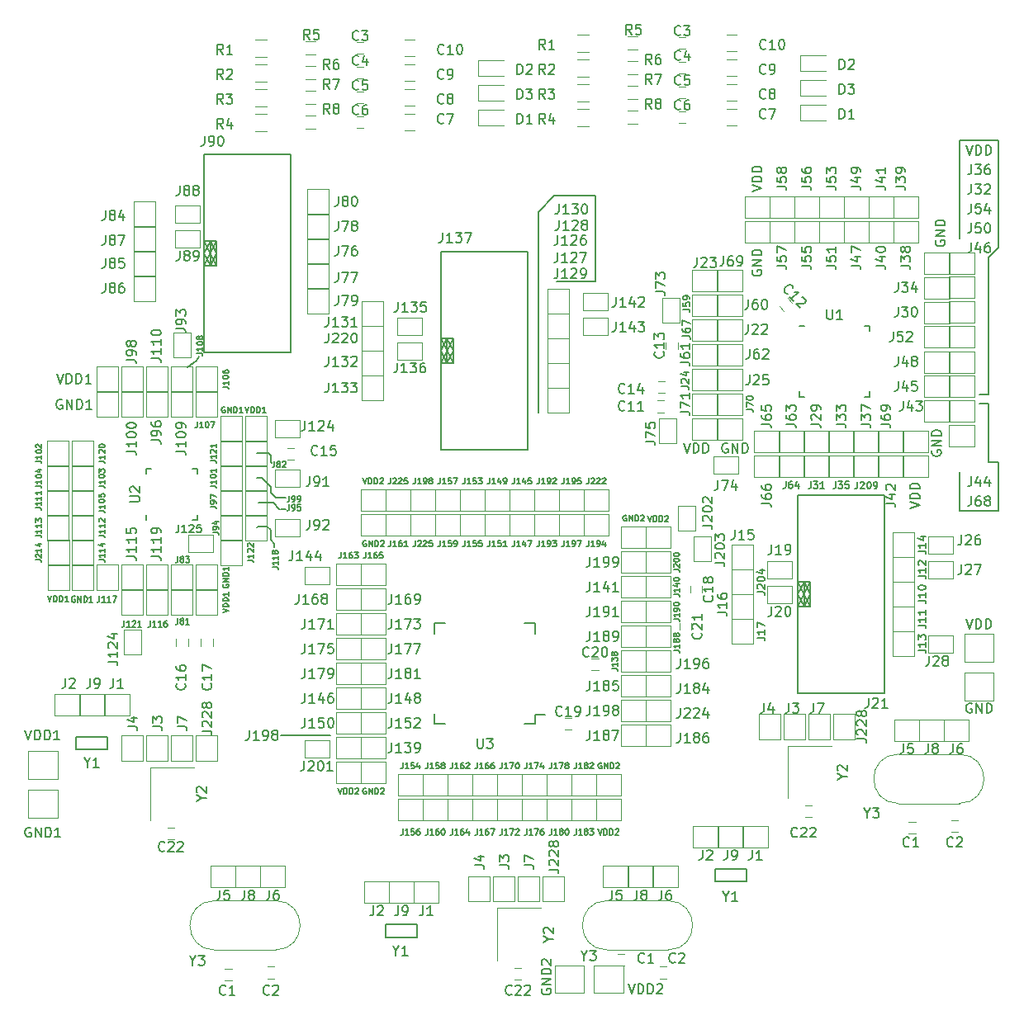
<source format=gbr>
G04 #@! TF.FileFunction,Legend,Top*
%FSLAX46Y46*%
G04 Gerber Fmt 4.6, Leading zero omitted, Abs format (unit mm)*
G04 Created by KiCad (PCBNEW 4.0.7-e2-6376~58~ubuntu16.04.1) date Mon Apr 23 18:14:32 2018*
%MOMM*%
%LPD*%
G01*
G04 APERTURE LIST*
%ADD10C,0.100000*%
%ADD11C,0.200000*%
%ADD12C,0.120000*%
%ADD13C,0.150000*%
G04 APERTURE END LIST*
D10*
D11*
X125476000Y-85090000D02*
X125476000Y-85090000D01*
X125349000Y-84963000D02*
X125476000Y-85090000D01*
X125349000Y-84328000D02*
X125349000Y-84963000D01*
X125095000Y-84074000D02*
X125349000Y-84328000D01*
X123952000Y-84074000D02*
X125095000Y-84074000D01*
X123952000Y-91694000D02*
X123952000Y-91694000D01*
X124079000Y-91567000D02*
X123952000Y-91694000D01*
X124968000Y-91567000D02*
X124079000Y-91567000D01*
X125349000Y-91948000D02*
X124968000Y-91567000D01*
X125349000Y-92202000D02*
X125349000Y-91948000D01*
X125349000Y-92964000D02*
X125349000Y-92202000D01*
X125730000Y-93345000D02*
X125349000Y-92964000D01*
X125603000Y-89154000D02*
X124079000Y-89154000D01*
X126238000Y-89789000D02*
X125603000Y-89154000D01*
X124460000Y-86614000D02*
X123952000Y-86614000D01*
X125349000Y-87503000D02*
X124460000Y-86614000D01*
X125349000Y-88138000D02*
X125349000Y-87503000D01*
X125857000Y-88646000D02*
X125349000Y-88138000D01*
X126873000Y-88646000D02*
X125857000Y-88646000D01*
X126873000Y-89789000D02*
X126365000Y-89789000D01*
X125730000Y-93726000D02*
X125730000Y-93345000D01*
X117754400Y-74523600D02*
X118033800Y-74142600D01*
X116814600Y-75209400D02*
X117754400Y-74523600D01*
X131445000Y-113030000D02*
X126365000Y-113030000D01*
X196000000Y-61000000D02*
X196000000Y-62000000D01*
X196000000Y-52000000D02*
X196000000Y-61000000D01*
X200000000Y-52000000D02*
X196000000Y-52000000D01*
X200000000Y-63000000D02*
X200000000Y-52000000D01*
X199000000Y-64000000D02*
X200000000Y-63000000D01*
X199000000Y-78000000D02*
X199000000Y-64000000D01*
X198000000Y-78000000D02*
X199000000Y-78000000D01*
X199000000Y-79000000D02*
X198000000Y-79000000D01*
X199000000Y-85000000D02*
X199000000Y-79000000D01*
X200000000Y-85000000D02*
X199000000Y-85000000D01*
X200000000Y-90000000D02*
X200000000Y-85000000D01*
X196000000Y-90000000D02*
X200000000Y-90000000D01*
X196000000Y-86000000D02*
X196000000Y-90000000D01*
X158623000Y-66421000D02*
X154686000Y-66421000D01*
X158623000Y-57658000D02*
X158623000Y-66421000D01*
X154432000Y-57658000D02*
X158623000Y-57658000D01*
X152781000Y-59309000D02*
X154432000Y-57658000D01*
X152781000Y-79883000D02*
X152781000Y-59309000D01*
D12*
X196500000Y-102600000D02*
X199500000Y-102600000D01*
X199500000Y-102600000D02*
X199500000Y-105450000D01*
X196500000Y-102600000D02*
X196500000Y-105450000D01*
X196500000Y-105450000D02*
X199500000Y-105450000D01*
X158500000Y-136600000D02*
X161500000Y-136600000D01*
X161500000Y-136600000D02*
X161500000Y-139450000D01*
X158500000Y-136600000D02*
X158500000Y-139450000D01*
X158500000Y-139450000D02*
X161500000Y-139450000D01*
X100500000Y-114600000D02*
X103500000Y-114600000D01*
X103500000Y-114600000D02*
X103500000Y-117450000D01*
X100500000Y-114600000D02*
X100500000Y-117450000D01*
X100500000Y-117450000D02*
X103500000Y-117450000D01*
X196500000Y-106600000D02*
X199500000Y-106600000D01*
X199500000Y-106600000D02*
X199500000Y-109450000D01*
X196500000Y-106600000D02*
X196500000Y-109450000D01*
X196500000Y-109450000D02*
X199500000Y-109450000D01*
X154500000Y-136600000D02*
X157500000Y-136600000D01*
X157500000Y-136600000D02*
X157500000Y-139450000D01*
X154500000Y-136600000D02*
X154500000Y-139450000D01*
X154500000Y-139450000D02*
X157500000Y-139450000D01*
X179669640Y-48308360D02*
X179669640Y-49908360D01*
X179669640Y-49908360D02*
X182269640Y-49908360D01*
X179669640Y-48308360D02*
X182269640Y-48308360D01*
X179669640Y-43228360D02*
X179669640Y-44828360D01*
X179669640Y-44828360D02*
X182269640Y-44828360D01*
X179669640Y-43228360D02*
X182269640Y-43228360D01*
X179669640Y-45768360D02*
X179669640Y-47368360D01*
X179669640Y-47368360D02*
X182269640Y-47368360D01*
X179669640Y-45768360D02*
X182269640Y-45768360D01*
X173133640Y-43686360D02*
X172133640Y-43686360D01*
X172133640Y-45386360D02*
X173133640Y-45386360D01*
X173133640Y-46226360D02*
X172133640Y-46226360D01*
X172133640Y-47926360D02*
X173133640Y-47926360D01*
X173133640Y-41146360D02*
X172133640Y-41146360D01*
X172133640Y-42846360D02*
X173133640Y-42846360D01*
X162973640Y-50296360D02*
X161973640Y-50296360D01*
X161973640Y-48936360D02*
X162973640Y-48936360D01*
X162973640Y-47756360D02*
X161973640Y-47756360D01*
X161973640Y-46396360D02*
X162973640Y-46396360D01*
X162973640Y-42676360D02*
X161973640Y-42676360D01*
X161973640Y-41316360D02*
X162973640Y-41316360D01*
X162973640Y-45216360D02*
X161973640Y-45216360D01*
X161973640Y-43856360D02*
X162973640Y-43856360D01*
X173133640Y-48766360D02*
X172133640Y-48766360D01*
X172133640Y-50466360D02*
X173133640Y-50466360D01*
X167203640Y-49016360D02*
X167903640Y-49016360D01*
X167903640Y-50216360D02*
X167203640Y-50216360D01*
X167203640Y-46476360D02*
X167903640Y-46476360D01*
X167903640Y-47676360D02*
X167203640Y-47676360D01*
X167203640Y-41396360D02*
X167903640Y-41396360D01*
X167903640Y-42596360D02*
X167203640Y-42596360D01*
X167203640Y-43936360D02*
X167903640Y-43936360D01*
X167903640Y-45136360D02*
X167203640Y-45136360D01*
X157993640Y-47956360D02*
X156793640Y-47956360D01*
X156793640Y-46196360D02*
X157993640Y-46196360D01*
X157993640Y-50496360D02*
X156793640Y-50496360D01*
X156793640Y-48736360D02*
X157993640Y-48736360D01*
X157993640Y-45416360D02*
X156793640Y-45416360D01*
X156793640Y-43656360D02*
X157993640Y-43656360D01*
X157993640Y-42876360D02*
X156793640Y-42876360D01*
X156793640Y-41116360D02*
X157993640Y-41116360D01*
X146649640Y-46276360D02*
X146649640Y-47876360D01*
X146649640Y-47876360D02*
X149249640Y-47876360D01*
X146649640Y-46276360D02*
X149249640Y-46276360D01*
X146649640Y-48816360D02*
X146649640Y-50416360D01*
X146649640Y-50416360D02*
X149249640Y-50416360D01*
X146649640Y-48816360D02*
X149249640Y-48816360D01*
X146649640Y-43736360D02*
X146649640Y-45336360D01*
X146649640Y-45336360D02*
X149249640Y-45336360D01*
X146649640Y-43736360D02*
X149249640Y-43736360D01*
X190784960Y-121894040D02*
X191484960Y-121894040D01*
X191484960Y-123094040D02*
X190784960Y-123094040D01*
X189286360Y-111361040D02*
X189286360Y-113061040D01*
X189286360Y-113061040D02*
X189286360Y-113561040D01*
X189286360Y-113561040D02*
X191886360Y-113561040D01*
X191886360Y-113561040D02*
X191886360Y-111361040D01*
X191886360Y-111361040D02*
X189286360Y-111361040D01*
X191826360Y-111361040D02*
X191826360Y-113061040D01*
X191826360Y-113061040D02*
X191826360Y-113561040D01*
X191826360Y-113561040D02*
X194426360Y-113561040D01*
X194426360Y-113561040D02*
X194426360Y-111361040D01*
X194426360Y-111361040D02*
X191826360Y-111361040D01*
X194366360Y-111361040D02*
X194366360Y-113061040D01*
X194366360Y-113061040D02*
X194366360Y-113561040D01*
X194366360Y-113561040D02*
X196966360Y-113561040D01*
X196966360Y-113561040D02*
X196966360Y-111361040D01*
X196966360Y-111361040D02*
X194366360Y-111361040D01*
X195838560Y-122916240D02*
X195138560Y-122916240D01*
X195138560Y-121716240D02*
X195838560Y-121716240D01*
X189720360Y-119989840D02*
G75*
G02X189720360Y-114939840I0J2525000D01*
G01*
X195970360Y-119989840D02*
G75*
G03X195970360Y-114939840I0J2525000D01*
G01*
X189720360Y-114939840D02*
X195970360Y-114939840D01*
X189720360Y-119989840D02*
X195970360Y-119989840D01*
X180185240Y-110797820D02*
X178485240Y-110797820D01*
X178485240Y-110797820D02*
X177985240Y-110797820D01*
X177985240Y-110797820D02*
X177985240Y-113397820D01*
X177985240Y-113397820D02*
X180185240Y-113397820D01*
X180185240Y-113397820D02*
X180185240Y-110797820D01*
X180170340Y-120222720D02*
X180870340Y-120222720D01*
X180870340Y-121422720D02*
X180170340Y-121422720D01*
X177645240Y-110797820D02*
X175945240Y-110797820D01*
X175945240Y-110797820D02*
X175445240Y-110797820D01*
X175445240Y-110797820D02*
X175445240Y-113397820D01*
X175445240Y-113397820D02*
X177645240Y-113397820D01*
X177645240Y-113397820D02*
X177645240Y-110797820D01*
X182725240Y-110797820D02*
X181025240Y-110797820D01*
X181025240Y-110797820D02*
X180525240Y-110797820D01*
X180525240Y-110797820D02*
X180525240Y-113397820D01*
X180525240Y-113397820D02*
X182725240Y-113397820D01*
X182725240Y-113397820D02*
X182725240Y-110797820D01*
X182878740Y-114062702D02*
X178378740Y-114062702D01*
X178378740Y-114062702D02*
X178378740Y-119462702D01*
X185265240Y-110797820D02*
X183565240Y-110797820D01*
X183565240Y-110797820D02*
X183065240Y-110797820D01*
X183065240Y-110797820D02*
X183065240Y-113397820D01*
X183065240Y-113397820D02*
X185265240Y-113397820D01*
X185265240Y-113397820D02*
X185265240Y-110797820D01*
X173754260Y-122288120D02*
X173754260Y-123988120D01*
X173754260Y-123988120D02*
X173754260Y-124488120D01*
X173754260Y-124488120D02*
X176354260Y-124488120D01*
X176354260Y-124488120D02*
X176354260Y-122288120D01*
X176354260Y-122288120D02*
X173754260Y-122288120D01*
D11*
X174114260Y-128009620D02*
X170914260Y-128009620D01*
X170914260Y-126709620D02*
X174114260Y-126709620D01*
X174114260Y-126709620D02*
X174114260Y-128009620D01*
X170914260Y-126709620D02*
X170914260Y-128009620D01*
D12*
X168674260Y-122288120D02*
X168674260Y-123988120D01*
X168674260Y-123988120D02*
X168674260Y-124488120D01*
X168674260Y-124488120D02*
X171274260Y-124488120D01*
X171274260Y-124488120D02*
X171274260Y-122288120D01*
X171274260Y-122288120D02*
X168674260Y-122288120D01*
X171214260Y-122288120D02*
X171214260Y-123988120D01*
X171214260Y-123988120D02*
X171214260Y-124488120D01*
X171214260Y-124488120D02*
X173814260Y-124488120D01*
X173814260Y-124488120D02*
X173814260Y-122288120D01*
X173814260Y-122288120D02*
X171214260Y-122288120D01*
X134935440Y-127982800D02*
X134935440Y-129682800D01*
X134935440Y-129682800D02*
X134935440Y-130182800D01*
X134935440Y-130182800D02*
X137535440Y-130182800D01*
X137535440Y-130182800D02*
X137535440Y-127982800D01*
X137535440Y-127982800D02*
X134935440Y-127982800D01*
X137475440Y-127982800D02*
X137475440Y-129682800D01*
X137475440Y-129682800D02*
X137475440Y-130182800D01*
X137475440Y-130182800D02*
X140075440Y-130182800D01*
X140075440Y-130182800D02*
X140075440Y-127982800D01*
X140075440Y-127982800D02*
X137475440Y-127982800D01*
X140015440Y-127982800D02*
X140015440Y-129682800D01*
X140015440Y-129682800D02*
X140015440Y-130182800D01*
X140015440Y-130182800D02*
X142615440Y-130182800D01*
X142615440Y-130182800D02*
X142615440Y-127982800D01*
X142615440Y-127982800D02*
X140015440Y-127982800D01*
D11*
X140375440Y-133704300D02*
X137175440Y-133704300D01*
X137175440Y-132404300D02*
X140375440Y-132404300D01*
X140375440Y-132404300D02*
X140375440Y-133704300D01*
X137175440Y-132404300D02*
X137175440Y-133704300D01*
D12*
X155468500Y-127462760D02*
X153768500Y-127462760D01*
X153768500Y-127462760D02*
X153268500Y-127462760D01*
X153268500Y-127462760D02*
X153268500Y-130062760D01*
X153268500Y-130062760D02*
X155468500Y-130062760D01*
X155468500Y-130062760D02*
X155468500Y-127462760D01*
X153082000Y-130727642D02*
X148582000Y-130727642D01*
X148582000Y-130727642D02*
X148582000Y-136127642D01*
X147848500Y-127462760D02*
X146148500Y-127462760D01*
X146148500Y-127462760D02*
X145648500Y-127462760D01*
X145648500Y-127462760D02*
X145648500Y-130062760D01*
X145648500Y-130062760D02*
X147848500Y-130062760D01*
X147848500Y-130062760D02*
X147848500Y-127462760D01*
X152928500Y-127462760D02*
X151228500Y-127462760D01*
X151228500Y-127462760D02*
X150728500Y-127462760D01*
X150728500Y-127462760D02*
X150728500Y-130062760D01*
X150728500Y-130062760D02*
X152928500Y-130062760D01*
X152928500Y-130062760D02*
X152928500Y-127462760D01*
X150373600Y-136887660D02*
X151073600Y-136887660D01*
X151073600Y-138087660D02*
X150373600Y-138087660D01*
X150388500Y-127462760D02*
X148688500Y-127462760D01*
X148688500Y-127462760D02*
X148188500Y-127462760D01*
X148188500Y-127462760D02*
X148188500Y-130062760D01*
X148188500Y-130062760D02*
X150388500Y-130062760D01*
X150388500Y-130062760D02*
X150388500Y-127462760D01*
X164498500Y-126392760D02*
X164498500Y-128092760D01*
X164498500Y-128092760D02*
X164498500Y-128592760D01*
X164498500Y-128592760D02*
X167098500Y-128592760D01*
X167098500Y-128592760D02*
X167098500Y-126392760D01*
X167098500Y-126392760D02*
X164498500Y-126392760D01*
X165970700Y-137947960D02*
X165270700Y-137947960D01*
X165270700Y-136747960D02*
X165970700Y-136747960D01*
X159418500Y-126392760D02*
X159418500Y-128092760D01*
X159418500Y-128092760D02*
X159418500Y-128592760D01*
X159418500Y-128592760D02*
X162018500Y-128592760D01*
X162018500Y-128592760D02*
X162018500Y-126392760D01*
X162018500Y-126392760D02*
X159418500Y-126392760D01*
X160917100Y-135400000D02*
X161617100Y-135400000D01*
X161617100Y-136600000D02*
X160917100Y-136600000D01*
X161958500Y-126392760D02*
X161958500Y-128092760D01*
X161958500Y-128092760D02*
X161958500Y-128592760D01*
X161958500Y-128592760D02*
X164558500Y-128592760D01*
X164558500Y-128592760D02*
X164558500Y-126392760D01*
X164558500Y-126392760D02*
X161958500Y-126392760D01*
X159852500Y-135021560D02*
G75*
G02X159852500Y-129971560I0J2525000D01*
G01*
X166102500Y-135021560D02*
G75*
G03X166102500Y-129971560I0J2525000D01*
G01*
X159852500Y-129971560D02*
X166102500Y-129971560D01*
X159852500Y-135021560D02*
X166102500Y-135021560D01*
X168587900Y-65247340D02*
X168587900Y-66947340D01*
X168587900Y-66947340D02*
X168587900Y-67447340D01*
X168587900Y-67447340D02*
X171187900Y-67447340D01*
X171187900Y-67447340D02*
X171187900Y-65247340D01*
X171187900Y-65247340D02*
X168587900Y-65247340D01*
X171130440Y-65247340D02*
X171130440Y-66947340D01*
X171130440Y-66947340D02*
X171130440Y-67447340D01*
X171130440Y-67447340D02*
X173730440Y-67447340D01*
X173730440Y-67447340D02*
X173730440Y-65247340D01*
X173730440Y-65247340D02*
X171130440Y-65247340D01*
X102532000Y-95534000D02*
X104232000Y-95534000D01*
X104232000Y-95534000D02*
X104732000Y-95534000D01*
X104732000Y-95534000D02*
X104732000Y-92934000D01*
X104732000Y-92934000D02*
X102532000Y-92934000D01*
X102532000Y-92934000D02*
X102532000Y-95534000D01*
X105017405Y-95534000D02*
X106717405Y-95534000D01*
X106717405Y-95534000D02*
X107217405Y-95534000D01*
X107217405Y-95534000D02*
X107217405Y-92934000D01*
X107217405Y-92934000D02*
X105017405Y-92934000D01*
X105017405Y-92934000D02*
X105017405Y-95534000D01*
X163860000Y-111590000D02*
X163860000Y-109890000D01*
X163860000Y-109890000D02*
X163860000Y-109390000D01*
X163860000Y-109390000D02*
X161260000Y-109390000D01*
X161260000Y-109390000D02*
X161260000Y-111590000D01*
X161260000Y-111590000D02*
X163860000Y-111590000D01*
X160050000Y-90000000D02*
X160050000Y-88300000D01*
X160050000Y-88300000D02*
X160050000Y-87800000D01*
X160050000Y-87800000D02*
X157450000Y-87800000D01*
X157450000Y-87800000D02*
X157450000Y-90000000D01*
X157450000Y-90000000D02*
X160050000Y-90000000D01*
X142270000Y-92540000D02*
X142270000Y-90840000D01*
X142270000Y-90840000D02*
X142270000Y-90340000D01*
X142270000Y-90340000D02*
X139670000Y-90340000D01*
X139670000Y-90340000D02*
X139670000Y-92540000D01*
X139670000Y-92540000D02*
X142270000Y-92540000D01*
X142270000Y-90000000D02*
X142270000Y-88300000D01*
X142270000Y-88300000D02*
X142270000Y-87800000D01*
X142270000Y-87800000D02*
X139670000Y-87800000D01*
X139670000Y-87800000D02*
X139670000Y-90000000D01*
X139670000Y-90000000D02*
X142270000Y-90000000D01*
X161320000Y-121750000D02*
X161320000Y-120050000D01*
X161320000Y-120050000D02*
X161320000Y-119550000D01*
X161320000Y-119550000D02*
X158720000Y-119550000D01*
X158720000Y-119550000D02*
X158720000Y-121750000D01*
X158720000Y-121750000D02*
X161320000Y-121750000D01*
X166400000Y-93810000D02*
X166400000Y-92110000D01*
X166400000Y-92110000D02*
X166400000Y-91610000D01*
X166400000Y-91610000D02*
X163800000Y-91610000D01*
X163800000Y-91610000D02*
X163800000Y-93810000D01*
X163800000Y-93810000D02*
X166400000Y-93810000D01*
X110307405Y-102201299D02*
X110307405Y-104741299D01*
X112087405Y-104741299D02*
X112087405Y-102201299D01*
X112087405Y-104741299D02*
X110307405Y-104741299D01*
X110307405Y-102201299D02*
X112087405Y-102201299D01*
X125807405Y-82451299D02*
X128347405Y-82451299D01*
X128347405Y-80671299D02*
X125807405Y-80671299D01*
X128347405Y-80671299D02*
X128347405Y-82451299D01*
X125807405Y-82451299D02*
X125807405Y-80671299D01*
X120673340Y-136925760D02*
X121373340Y-136925760D01*
X121373340Y-138125760D02*
X120673340Y-138125760D01*
X125726940Y-137947960D02*
X125026940Y-137947960D01*
X125026940Y-136747960D02*
X125726940Y-136747960D01*
X134183640Y-41904360D02*
X134883640Y-41904360D01*
X134883640Y-43104360D02*
X134183640Y-43104360D01*
X134183640Y-44444360D02*
X134883640Y-44444360D01*
X134883640Y-45644360D02*
X134183640Y-45644360D01*
X134183640Y-46984360D02*
X134883640Y-46984360D01*
X134883640Y-48184360D02*
X134183640Y-48184360D01*
X134183640Y-49524360D02*
X134883640Y-49524360D01*
X134883640Y-50724360D02*
X134183640Y-50724360D01*
X140113640Y-49274360D02*
X139113640Y-49274360D01*
X139113640Y-50974360D02*
X140113640Y-50974360D01*
X140113640Y-46734360D02*
X139113640Y-46734360D01*
X139113640Y-48434360D02*
X140113640Y-48434360D01*
X140113640Y-44194360D02*
X139113640Y-44194360D01*
X139113640Y-45894360D02*
X140113640Y-45894360D01*
X140113640Y-41654360D02*
X139113640Y-41654360D01*
X139113640Y-43354360D02*
X140113640Y-43354360D01*
X165719240Y-79860700D02*
X165019240Y-79860700D01*
X165019240Y-78660700D02*
X165719240Y-78660700D01*
X178350157Y-68124149D02*
X178845131Y-68619123D01*
X177996603Y-69467651D02*
X177501629Y-68972677D01*
X165891920Y-73364840D02*
X165891920Y-72664840D01*
X167091920Y-72664840D02*
X167091920Y-73364840D01*
X165785280Y-77846480D02*
X165085280Y-77846480D01*
X165085280Y-76646480D02*
X165785280Y-76646480D01*
X127737405Y-84701299D02*
X127037405Y-84701299D01*
X127037405Y-83501299D02*
X127737405Y-83501299D01*
X115677405Y-103821299D02*
X115677405Y-103121299D01*
X116877405Y-103121299D02*
X116877405Y-103821299D01*
X119417405Y-103121299D02*
X119417405Y-103821299D01*
X118217405Y-103821299D02*
X118217405Y-103121299D01*
X169611600Y-97694000D02*
X169611600Y-98394000D01*
X168411600Y-98394000D02*
X168411600Y-97694000D01*
X155517100Y-111210800D02*
X156217100Y-111210800D01*
X156217100Y-112410800D02*
X155517100Y-112410800D01*
X158260300Y-105140200D02*
X158960300Y-105140200D01*
X158960300Y-106340200D02*
X158260300Y-106340200D01*
X168468600Y-101504000D02*
X168468600Y-102204000D01*
X167268600Y-102204000D02*
X167268600Y-101504000D01*
X178790600Y-95106760D02*
X176250600Y-95106760D01*
X176250600Y-96886760D02*
X178790600Y-96886760D01*
X176250600Y-96886760D02*
X176250600Y-95106760D01*
X178790600Y-95106760D02*
X178790600Y-96886760D01*
X178790600Y-97646760D02*
X176250600Y-97646760D01*
X176250600Y-99426760D02*
X178790600Y-99426760D01*
X176250600Y-99426760D02*
X176250600Y-97646760D01*
X178790600Y-97646760D02*
X178790600Y-99426760D01*
D13*
X180695600Y-98536760D02*
X180060600Y-99806760D01*
X180060600Y-97266760D02*
X180695600Y-98536760D01*
X179425600Y-98536760D02*
X180060600Y-97266760D01*
X180060600Y-99806760D02*
X179425600Y-98536760D01*
X180060600Y-97266760D02*
X180060600Y-99806760D01*
X180695600Y-97266760D02*
X180060600Y-97266760D01*
X179425600Y-99806760D02*
X180695600Y-97266760D01*
X180695600Y-99806760D02*
X179425600Y-99806760D01*
X179425600Y-97266760D02*
X180695600Y-99806760D01*
X180695600Y-97266760D02*
X179425600Y-97266760D01*
X180695600Y-99806760D02*
X180695600Y-97266760D01*
X179425600Y-99806760D02*
X180695600Y-99806760D01*
X179425600Y-88376760D02*
X188315600Y-88376760D01*
X179425600Y-108696760D02*
X179425600Y-88376760D01*
X188315600Y-108696760D02*
X179425600Y-108696760D01*
X188315600Y-88376760D02*
X188315600Y-108696760D01*
D12*
X195300600Y-92566760D02*
X192760600Y-92566760D01*
X192760600Y-94346760D02*
X195300600Y-94346760D01*
X192760600Y-94346760D02*
X192760600Y-92566760D01*
X195300600Y-92566760D02*
X195300600Y-94346760D01*
X195300600Y-95106760D02*
X192760600Y-95106760D01*
X192760600Y-96886760D02*
X195300600Y-96886760D01*
X192760600Y-96886760D02*
X192760600Y-95106760D01*
X195300600Y-95106760D02*
X195300600Y-96886760D01*
X195300600Y-102726760D02*
X192760600Y-102726760D01*
X192760600Y-104506760D02*
X195300600Y-104506760D01*
X192760600Y-104506760D02*
X192760600Y-102726760D01*
X195300600Y-102726760D02*
X195300600Y-104506760D01*
X165533340Y-68132960D02*
X165533340Y-70672960D01*
X167313340Y-70672960D02*
X167313340Y-68132960D01*
X167313340Y-70672960D02*
X165533340Y-70672960D01*
X165533340Y-68132960D02*
X167313340Y-68132960D01*
X170761660Y-86127320D02*
X173301660Y-86127320D01*
X173301660Y-84347320D02*
X170761660Y-84347320D01*
X173301660Y-84347320D02*
X173301660Y-86127320D01*
X170761660Y-86127320D02*
X170761660Y-84347320D01*
X165147260Y-80520540D02*
X165147260Y-83060540D01*
X166927260Y-83060540D02*
X166927260Y-80520540D01*
X166927260Y-83060540D02*
X165147260Y-83060540D01*
X165147260Y-80520540D02*
X166927260Y-80520540D01*
X118135524Y-58631198D02*
X115595524Y-58631198D01*
X115595524Y-60411198D02*
X118135524Y-60411198D01*
X115595524Y-60411198D02*
X115595524Y-58631198D01*
X118135524Y-58631198D02*
X118135524Y-60411198D01*
X118135524Y-61171198D02*
X115595524Y-61171198D01*
X115595524Y-62951198D02*
X118135524Y-62951198D01*
X115595524Y-62951198D02*
X115595524Y-61171198D01*
X118135524Y-61171198D02*
X118135524Y-62951198D01*
D13*
X119825524Y-63521198D02*
X119190524Y-64791198D01*
X119190524Y-62251198D02*
X119825524Y-63521198D01*
X118555524Y-63521198D02*
X119190524Y-62251198D01*
X119190524Y-64791198D02*
X118555524Y-63521198D01*
X119190524Y-62251198D02*
X119190524Y-64791198D01*
X119825524Y-62251198D02*
X119190524Y-62251198D01*
X118555524Y-64791198D02*
X119825524Y-62251198D01*
X119825524Y-64791198D02*
X118555524Y-64791198D01*
X118555524Y-62251198D02*
X119825524Y-64791198D01*
X119825524Y-62251198D02*
X118555524Y-62251198D01*
X119825524Y-64791198D02*
X119825524Y-62251198D01*
X118555524Y-64791198D02*
X119825524Y-64791198D01*
X118555524Y-53361198D02*
X127445524Y-53361198D01*
X118555524Y-73681198D02*
X118555524Y-53361198D01*
X127445524Y-73681198D02*
X118555524Y-73681198D01*
X127445524Y-53361198D02*
X127445524Y-73681198D01*
D12*
X125807405Y-87531299D02*
X128347405Y-87531299D01*
X128347405Y-85751299D02*
X125807405Y-85751299D01*
X128347405Y-85751299D02*
X128347405Y-87531299D01*
X125807405Y-87531299D02*
X125807405Y-85751299D01*
X125807405Y-92611299D02*
X128347405Y-92611299D01*
X128347405Y-90831299D02*
X125807405Y-90831299D01*
X128347405Y-90831299D02*
X128347405Y-92611299D01*
X125807405Y-92611299D02*
X125807405Y-90831299D01*
X117167405Y-74246099D02*
X117167405Y-71706099D01*
X115387405Y-71706099D02*
X115387405Y-74246099D01*
X115387405Y-71706099D02*
X117167405Y-71706099D01*
X117167405Y-74246099D02*
X115387405Y-74246099D01*
X119427005Y-92456899D02*
X116887005Y-92456899D01*
X116887005Y-94236899D02*
X119427005Y-94236899D01*
X116887005Y-94236899D02*
X116887005Y-92456899D01*
X119427005Y-92456899D02*
X119427005Y-94236899D01*
X140897892Y-70127856D02*
X138357892Y-70127856D01*
X138357892Y-71907856D02*
X140897892Y-71907856D01*
X138357892Y-71907856D02*
X138357892Y-70127856D01*
X140897892Y-70127856D02*
X140897892Y-71907856D01*
X140897892Y-72667856D02*
X138357892Y-72667856D01*
X138357892Y-74447856D02*
X140897892Y-74447856D01*
X138357892Y-74447856D02*
X138357892Y-72667856D01*
X140897892Y-72667856D02*
X140897892Y-74447856D01*
D13*
X144072892Y-73557856D02*
X143437892Y-74827856D01*
X143437892Y-72287856D02*
X144072892Y-73557856D01*
X142802892Y-73557856D02*
X143437892Y-72287856D01*
X143437892Y-74827856D02*
X142802892Y-73557856D01*
X143437892Y-72287856D02*
X143437892Y-74827856D01*
X144072892Y-72287856D02*
X143437892Y-72287856D01*
X142802892Y-74827856D02*
X144072892Y-72287856D01*
X144072892Y-74827856D02*
X142802892Y-74827856D01*
X142802892Y-72287856D02*
X144072892Y-74827856D01*
X144072892Y-72287856D02*
X142802892Y-72287856D01*
X144072892Y-74827856D02*
X144072892Y-72287856D01*
X142802892Y-74827856D02*
X144072892Y-74827856D01*
X142802892Y-63397856D02*
X151692892Y-63397856D01*
X142802892Y-83717856D02*
X142802892Y-63397856D01*
X151692892Y-83717856D02*
X142802892Y-83717856D01*
X151692892Y-63397856D02*
X151692892Y-83717856D01*
D12*
X159947892Y-67587856D02*
X157407892Y-67587856D01*
X157407892Y-69367856D02*
X159947892Y-69367856D01*
X157407892Y-69367856D02*
X157407892Y-67587856D01*
X159947892Y-67587856D02*
X159947892Y-69367856D01*
X159947892Y-70127856D02*
X157407892Y-70127856D01*
X157407892Y-71907856D02*
X159947892Y-71907856D01*
X157407892Y-71907856D02*
X157407892Y-70127856D01*
X159947892Y-70127856D02*
X159947892Y-71907856D01*
X131368800Y-95731600D02*
X128828800Y-95731600D01*
X128828800Y-97511600D02*
X131368800Y-97511600D01*
X128828800Y-97511600D02*
X128828800Y-95731600D01*
X131368800Y-95731600D02*
X131368800Y-97511600D01*
X131368800Y-113511600D02*
X128828800Y-113511600D01*
X128828800Y-115291600D02*
X131368800Y-115291600D01*
X128828800Y-115291600D02*
X128828800Y-113511600D01*
X131368800Y-113511600D02*
X131368800Y-115291600D01*
X168936400Y-91973400D02*
X168936400Y-89433400D01*
X167156400Y-89433400D02*
X167156400Y-91973400D01*
X167156400Y-89433400D02*
X168936400Y-89433400D01*
X168936400Y-91973400D02*
X167156400Y-91973400D01*
X170511200Y-95148400D02*
X170511200Y-92608400D01*
X168731200Y-92608400D02*
X168731200Y-95148400D01*
X168731200Y-92608400D02*
X170511200Y-92608400D01*
X170511200Y-95148400D02*
X168731200Y-95148400D01*
X124973640Y-43384360D02*
X123773640Y-43384360D01*
X123773640Y-41624360D02*
X124973640Y-41624360D01*
X124973640Y-45924360D02*
X123773640Y-45924360D01*
X123773640Y-44164360D02*
X124973640Y-44164360D01*
X124973640Y-48464360D02*
X123773640Y-48464360D01*
X123773640Y-46704360D02*
X124973640Y-46704360D01*
X124973640Y-51004360D02*
X123773640Y-51004360D01*
X123773640Y-49244360D02*
X124973640Y-49244360D01*
X129953640Y-43184360D02*
X128953640Y-43184360D01*
X128953640Y-41824360D02*
X129953640Y-41824360D01*
X129953640Y-45724360D02*
X128953640Y-45724360D01*
X128953640Y-44364360D02*
X129953640Y-44364360D01*
X129953640Y-48264360D02*
X128953640Y-48264360D01*
X128953640Y-46904360D02*
X129953640Y-46904360D01*
X129953640Y-50804360D02*
X128953640Y-50804360D01*
X128953640Y-49444360D02*
X129953640Y-49444360D01*
D13*
X186789190Y-71003590D02*
X186789190Y-71528590D01*
X179539190Y-78253590D02*
X179539190Y-77728590D01*
X186789190Y-78253590D02*
X186789190Y-77728590D01*
X179539190Y-71003590D02*
X180064190Y-71003590D01*
X179539190Y-78253590D02*
X180064190Y-78253590D01*
X186789190Y-78253590D02*
X186264190Y-78253590D01*
X186789190Y-71003590D02*
X186264190Y-71003590D01*
X112614905Y-85646298D02*
X113139905Y-85646298D01*
X117864905Y-90896298D02*
X117339905Y-90896298D01*
X117864905Y-85646298D02*
X117339905Y-85646298D01*
X112614905Y-90896298D02*
X112614905Y-90371298D01*
X117864905Y-90896298D02*
X117864905Y-90371298D01*
X117864905Y-85646298D02*
X117864905Y-86171298D01*
X112614905Y-85646298D02*
X112614905Y-86171298D01*
X152495000Y-111855000D02*
X152495000Y-110855000D01*
X142145000Y-111855000D02*
X142145000Y-110780000D01*
X142145000Y-101505000D02*
X142145000Y-102580000D01*
X152495000Y-101505000D02*
X152495000Y-102580000D01*
X152495000Y-111855000D02*
X151420000Y-111855000D01*
X152495000Y-101505000D02*
X151420000Y-101505000D01*
X142145000Y-101505000D02*
X143220000Y-101505000D01*
X142145000Y-111855000D02*
X143220000Y-111855000D01*
X152495000Y-110855000D02*
X153520000Y-110855000D01*
D11*
X108627980Y-114468880D02*
X105427980Y-114468880D01*
X105427980Y-113168880D02*
X108627980Y-113168880D01*
X108627980Y-113168880D02*
X108627980Y-114468880D01*
X105427980Y-113168880D02*
X105427980Y-114468880D01*
D12*
X117488980Y-116297902D02*
X112988980Y-116297902D01*
X112988980Y-116297902D02*
X112988980Y-121697902D01*
X119608740Y-135021560D02*
G75*
G02X119608740Y-129971560I0J2525000D01*
G01*
X125858740Y-135021560D02*
G75*
G03X125858740Y-129971560I0J2525000D01*
G01*
X119608740Y-129971560D02*
X125858740Y-129971560D01*
X119608740Y-135021560D02*
X125858740Y-135021560D01*
X108267980Y-108747380D02*
X108267980Y-110447380D01*
X108267980Y-110447380D02*
X108267980Y-110947380D01*
X108267980Y-110947380D02*
X110867980Y-110947380D01*
X110867980Y-110947380D02*
X110867980Y-108747380D01*
X110867980Y-108747380D02*
X108267980Y-108747380D01*
X103187980Y-108747380D02*
X103187980Y-110447380D01*
X103187980Y-110447380D02*
X103187980Y-110947380D01*
X103187980Y-110947380D02*
X105787980Y-110947380D01*
X105787980Y-110947380D02*
X105787980Y-108747380D01*
X105787980Y-108747380D02*
X103187980Y-108747380D01*
X114795480Y-113033020D02*
X113095480Y-113033020D01*
X113095480Y-113033020D02*
X112595480Y-113033020D01*
X112595480Y-113033020D02*
X112595480Y-115633020D01*
X112595480Y-115633020D02*
X114795480Y-115633020D01*
X114795480Y-115633020D02*
X114795480Y-113033020D01*
X112255480Y-113033020D02*
X110555480Y-113033020D01*
X110555480Y-113033020D02*
X110055480Y-113033020D01*
X110055480Y-113033020D02*
X110055480Y-115633020D01*
X110055480Y-115633020D02*
X112255480Y-115633020D01*
X112255480Y-115633020D02*
X112255480Y-113033020D01*
X119174740Y-126392760D02*
X119174740Y-128092760D01*
X119174740Y-128092760D02*
X119174740Y-128592760D01*
X119174740Y-128592760D02*
X121774740Y-128592760D01*
X121774740Y-128592760D02*
X121774740Y-126392760D01*
X121774740Y-126392760D02*
X119174740Y-126392760D01*
X124254740Y-126392760D02*
X124254740Y-128092760D01*
X124254740Y-128092760D02*
X124254740Y-128592760D01*
X124254740Y-128592760D02*
X126854740Y-128592760D01*
X126854740Y-128592760D02*
X126854740Y-126392760D01*
X126854740Y-126392760D02*
X124254740Y-126392760D01*
X117335480Y-113033020D02*
X115635480Y-113033020D01*
X115635480Y-113033020D02*
X115135480Y-113033020D01*
X115135480Y-113033020D02*
X115135480Y-115633020D01*
X115135480Y-115633020D02*
X117335480Y-115633020D01*
X117335480Y-115633020D02*
X117335480Y-113033020D01*
X121714740Y-126392760D02*
X121714740Y-128092760D01*
X121714740Y-128092760D02*
X121714740Y-128592760D01*
X121714740Y-128592760D02*
X124314740Y-128592760D01*
X124314740Y-128592760D02*
X124314740Y-126392760D01*
X124314740Y-126392760D02*
X121714740Y-126392760D01*
X105727980Y-108747380D02*
X105727980Y-110447380D01*
X105727980Y-110447380D02*
X105727980Y-110947380D01*
X105727980Y-110947380D02*
X108327980Y-110947380D01*
X108327980Y-110947380D02*
X108327980Y-108747380D01*
X108327980Y-108747380D02*
X105727980Y-108747380D01*
X189120600Y-99836760D02*
X190820600Y-99836760D01*
X190820600Y-99836760D02*
X191320600Y-99836760D01*
X191320600Y-99836760D02*
X191320600Y-97236760D01*
X191320600Y-97236760D02*
X189120600Y-97236760D01*
X189120600Y-97236760D02*
X189120600Y-99836760D01*
X189120600Y-102376760D02*
X190820600Y-102376760D01*
X190820600Y-102376760D02*
X191320600Y-102376760D01*
X191320600Y-102376760D02*
X191320600Y-99776760D01*
X191320600Y-99776760D02*
X189120600Y-99776760D01*
X189120600Y-99776760D02*
X189120600Y-102376760D01*
X189120600Y-97296760D02*
X190820600Y-97296760D01*
X190820600Y-97296760D02*
X191320600Y-97296760D01*
X191320600Y-97296760D02*
X191320600Y-94696760D01*
X191320600Y-94696760D02*
X189120600Y-94696760D01*
X189120600Y-94696760D02*
X189120600Y-97296760D01*
X189120600Y-104916760D02*
X190820600Y-104916760D01*
X190820600Y-104916760D02*
X191320600Y-104916760D01*
X191320600Y-104916760D02*
X191320600Y-102316760D01*
X191320600Y-102316760D02*
X189120600Y-102316760D01*
X189120600Y-102316760D02*
X189120600Y-104916760D01*
X189120600Y-94756760D02*
X190820600Y-94756760D01*
X190820600Y-94756760D02*
X191320600Y-94756760D01*
X191320600Y-94756760D02*
X191320600Y-92156760D01*
X191320600Y-92156760D02*
X189120600Y-92156760D01*
X189120600Y-92156760D02*
X189120600Y-94756760D01*
X172610600Y-96026760D02*
X174310600Y-96026760D01*
X174310600Y-96026760D02*
X174810600Y-96026760D01*
X174810600Y-96026760D02*
X174810600Y-93426760D01*
X174810600Y-93426760D02*
X172610600Y-93426760D01*
X172610600Y-93426760D02*
X172610600Y-96026760D01*
X172610600Y-101106760D02*
X174310600Y-101106760D01*
X174310600Y-101106760D02*
X174810600Y-101106760D01*
X174810600Y-101106760D02*
X174810600Y-98506760D01*
X174810600Y-98506760D02*
X172610600Y-98506760D01*
X172610600Y-98506760D02*
X172610600Y-101106760D01*
X172610600Y-103646760D02*
X174310600Y-103646760D01*
X174310600Y-103646760D02*
X174810600Y-103646760D01*
X174810600Y-103646760D02*
X174810600Y-101046760D01*
X174810600Y-101046760D02*
X172610600Y-101046760D01*
X172610600Y-101046760D02*
X172610600Y-103646760D01*
X171130440Y-80487340D02*
X171130440Y-82187340D01*
X171130440Y-82187340D02*
X171130440Y-82687340D01*
X171130440Y-82687340D02*
X173730440Y-82687340D01*
X173730440Y-82687340D02*
X173730440Y-80487340D01*
X173730440Y-80487340D02*
X171130440Y-80487340D01*
X171130440Y-70327340D02*
X171130440Y-72027340D01*
X171130440Y-72027340D02*
X171130440Y-72527340D01*
X171130440Y-72527340D02*
X173730440Y-72527340D01*
X173730440Y-72527340D02*
X173730440Y-70327340D01*
X173730440Y-70327340D02*
X171130440Y-70327340D01*
X168590440Y-80487340D02*
X168590440Y-82187340D01*
X168590440Y-82187340D02*
X168590440Y-82687340D01*
X168590440Y-82687340D02*
X171190440Y-82687340D01*
X171190440Y-82687340D02*
X171190440Y-80487340D01*
X171190440Y-80487340D02*
X168590440Y-80487340D01*
X168590440Y-75407340D02*
X168590440Y-77107340D01*
X168590440Y-77107340D02*
X168590440Y-77607340D01*
X168590440Y-77607340D02*
X171190440Y-77607340D01*
X171190440Y-77607340D02*
X171190440Y-75407340D01*
X171190440Y-75407340D02*
X168590440Y-75407340D01*
X171130440Y-75407340D02*
X171130440Y-77107340D01*
X171130440Y-77107340D02*
X171130440Y-77607340D01*
X171130440Y-77607340D02*
X173730440Y-77607340D01*
X173730440Y-77607340D02*
X173730440Y-75407340D01*
X173730440Y-75407340D02*
X171130440Y-75407340D01*
X180020440Y-81757340D02*
X180020440Y-83457340D01*
X180020440Y-83457340D02*
X180020440Y-83957340D01*
X180020440Y-83957340D02*
X182620440Y-83957340D01*
X182620440Y-83957340D02*
X182620440Y-81757340D01*
X182620440Y-81757340D02*
X180020440Y-81757340D01*
X192380080Y-68518580D02*
X192380080Y-70218580D01*
X192380080Y-70218580D02*
X192380080Y-70718580D01*
X192380080Y-70718580D02*
X194980080Y-70718580D01*
X194980080Y-70718580D02*
X194980080Y-68518580D01*
X194980080Y-68518580D02*
X192380080Y-68518580D01*
X180020440Y-84297340D02*
X180020440Y-85997340D01*
X180020440Y-85997340D02*
X180020440Y-86497340D01*
X180020440Y-86497340D02*
X182620440Y-86497340D01*
X182620440Y-86497340D02*
X182620440Y-84297340D01*
X182620440Y-84297340D02*
X180020440Y-84297340D01*
X194920080Y-68501080D02*
X194920080Y-70201080D01*
X194920080Y-70201080D02*
X194920080Y-70701080D01*
X194920080Y-70701080D02*
X197520080Y-70701080D01*
X197520080Y-70701080D02*
X197520080Y-68501080D01*
X197520080Y-68501080D02*
X194920080Y-68501080D01*
X182560440Y-81757340D02*
X182560440Y-83457340D01*
X182560440Y-83457340D02*
X182560440Y-83957340D01*
X182560440Y-83957340D02*
X185160440Y-83957340D01*
X185160440Y-83957340D02*
X185160440Y-81757340D01*
X185160440Y-81757340D02*
X182560440Y-81757340D01*
X192380080Y-65978580D02*
X192380080Y-67678580D01*
X192380080Y-67678580D02*
X192380080Y-68178580D01*
X192380080Y-68178580D02*
X194980080Y-68178580D01*
X194980080Y-68178580D02*
X194980080Y-65978580D01*
X194980080Y-65978580D02*
X192380080Y-65978580D01*
X182560440Y-84297340D02*
X182560440Y-85997340D01*
X182560440Y-85997340D02*
X182560440Y-86497340D01*
X182560440Y-86497340D02*
X185160440Y-86497340D01*
X185160440Y-86497340D02*
X185160440Y-84297340D01*
X185160440Y-84297340D02*
X182560440Y-84297340D01*
X194920080Y-65961080D02*
X194920080Y-67661080D01*
X194920080Y-67661080D02*
X194920080Y-68161080D01*
X194920080Y-68161080D02*
X197520080Y-68161080D01*
X197520080Y-68161080D02*
X197520080Y-65961080D01*
X197520080Y-65961080D02*
X194920080Y-65961080D01*
X185100440Y-81757340D02*
X185100440Y-83457340D01*
X185100440Y-83457340D02*
X185100440Y-83957340D01*
X185100440Y-83957340D02*
X187700440Y-83957340D01*
X187700440Y-83957340D02*
X187700440Y-81757340D01*
X187700440Y-81757340D02*
X185100440Y-81757340D01*
X189192380Y-60266400D02*
X189192380Y-61966400D01*
X189192380Y-61966400D02*
X189192380Y-62466400D01*
X189192380Y-62466400D02*
X191792380Y-62466400D01*
X191792380Y-62466400D02*
X191792380Y-60266400D01*
X191792380Y-60266400D02*
X189192380Y-60266400D01*
X189192380Y-57726400D02*
X189192380Y-59426400D01*
X189192380Y-59426400D02*
X189192380Y-59926400D01*
X189192380Y-59926400D02*
X191792380Y-59926400D01*
X191792380Y-59926400D02*
X191792380Y-57726400D01*
X191792380Y-57726400D02*
X189192380Y-57726400D01*
X186652380Y-60266400D02*
X186652380Y-61966400D01*
X186652380Y-61966400D02*
X186652380Y-62466400D01*
X186652380Y-62466400D02*
X189252380Y-62466400D01*
X189252380Y-62466400D02*
X189252380Y-60266400D01*
X189252380Y-60266400D02*
X186652380Y-60266400D01*
X186652380Y-57726400D02*
X186652380Y-59426400D01*
X186652380Y-59426400D02*
X186652380Y-59926400D01*
X186652380Y-59926400D02*
X189252380Y-59926400D01*
X189252380Y-59926400D02*
X189252380Y-57726400D01*
X189252380Y-57726400D02*
X186652380Y-57726400D01*
X187640440Y-84297340D02*
X187640440Y-85997340D01*
X187640440Y-85997340D02*
X187640440Y-86497340D01*
X187640440Y-86497340D02*
X190240440Y-86497340D01*
X190240440Y-86497340D02*
X190240440Y-84297340D01*
X190240440Y-84297340D02*
X187640440Y-84297340D01*
X192380080Y-78661080D02*
X192380080Y-80361080D01*
X192380080Y-80361080D02*
X192380080Y-80861080D01*
X192380080Y-80861080D02*
X194980080Y-80861080D01*
X194980080Y-80861080D02*
X194980080Y-78661080D01*
X194980080Y-78661080D02*
X192380080Y-78661080D01*
X194920080Y-78661080D02*
X194920080Y-80361080D01*
X194920080Y-80361080D02*
X194920080Y-80861080D01*
X194920080Y-80861080D02*
X197520080Y-80861080D01*
X197520080Y-80861080D02*
X197520080Y-78661080D01*
X197520080Y-78661080D02*
X194920080Y-78661080D01*
X192380080Y-76121080D02*
X192380080Y-77821080D01*
X192380080Y-77821080D02*
X192380080Y-78321080D01*
X192380080Y-78321080D02*
X194980080Y-78321080D01*
X194980080Y-78321080D02*
X194980080Y-76121080D01*
X194980080Y-76121080D02*
X192380080Y-76121080D01*
X194920080Y-76121080D02*
X194920080Y-77821080D01*
X194920080Y-77821080D02*
X194920080Y-78321080D01*
X194920080Y-78321080D02*
X197520080Y-78321080D01*
X197520080Y-78321080D02*
X197520080Y-76121080D01*
X197520080Y-76121080D02*
X194920080Y-76121080D01*
X184112380Y-60266400D02*
X184112380Y-61966400D01*
X184112380Y-61966400D02*
X184112380Y-62466400D01*
X184112380Y-62466400D02*
X186712380Y-62466400D01*
X186712380Y-62466400D02*
X186712380Y-60266400D01*
X186712380Y-60266400D02*
X184112380Y-60266400D01*
X192380080Y-73598580D02*
X192380080Y-75298580D01*
X192380080Y-75298580D02*
X192380080Y-75798580D01*
X192380080Y-75798580D02*
X194980080Y-75798580D01*
X194980080Y-75798580D02*
X194980080Y-73598580D01*
X194980080Y-73598580D02*
X192380080Y-73598580D01*
X184112380Y-57726400D02*
X184112380Y-59426400D01*
X184112380Y-59426400D02*
X184112380Y-59926400D01*
X184112380Y-59926400D02*
X186712380Y-59926400D01*
X186712380Y-59926400D02*
X186712380Y-57726400D01*
X186712380Y-57726400D02*
X184112380Y-57726400D01*
X194920080Y-73598580D02*
X194920080Y-75298580D01*
X194920080Y-75298580D02*
X194920080Y-75798580D01*
X194920080Y-75798580D02*
X197520080Y-75798580D01*
X197520080Y-75798580D02*
X197520080Y-73598580D01*
X197520080Y-73598580D02*
X194920080Y-73598580D01*
X181572380Y-60266400D02*
X181572380Y-61966400D01*
X181572380Y-61966400D02*
X181572380Y-62466400D01*
X181572380Y-62466400D02*
X184172380Y-62466400D01*
X184172380Y-62466400D02*
X184172380Y-60266400D01*
X184172380Y-60266400D02*
X181572380Y-60266400D01*
X192380080Y-71041080D02*
X192380080Y-72741080D01*
X192380080Y-72741080D02*
X192380080Y-73241080D01*
X192380080Y-73241080D02*
X194980080Y-73241080D01*
X194980080Y-73241080D02*
X194980080Y-71041080D01*
X194980080Y-71041080D02*
X192380080Y-71041080D01*
X181572380Y-57726400D02*
X181572380Y-59426400D01*
X181572380Y-59426400D02*
X181572380Y-59926400D01*
X181572380Y-59926400D02*
X184172380Y-59926400D01*
X184172380Y-59926400D02*
X184172380Y-57726400D01*
X184172380Y-57726400D02*
X181572380Y-57726400D01*
X194920080Y-71041080D02*
X194920080Y-72741080D01*
X194920080Y-72741080D02*
X194920080Y-73241080D01*
X194920080Y-73241080D02*
X197520080Y-73241080D01*
X197520080Y-73241080D02*
X197520080Y-71041080D01*
X197520080Y-71041080D02*
X194920080Y-71041080D01*
X179032380Y-60266400D02*
X179032380Y-61966400D01*
X179032380Y-61966400D02*
X179032380Y-62466400D01*
X179032380Y-62466400D02*
X181632380Y-62466400D01*
X181632380Y-62466400D02*
X181632380Y-60266400D01*
X181632380Y-60266400D02*
X179032380Y-60266400D01*
X179032380Y-57726400D02*
X179032380Y-59426400D01*
X179032380Y-59426400D02*
X179032380Y-59926400D01*
X179032380Y-59926400D02*
X181632380Y-59926400D01*
X181632380Y-59926400D02*
X181632380Y-57726400D01*
X181632380Y-57726400D02*
X179032380Y-57726400D01*
X176492380Y-60266400D02*
X176492380Y-61966400D01*
X176492380Y-61966400D02*
X176492380Y-62466400D01*
X176492380Y-62466400D02*
X179092380Y-62466400D01*
X179092380Y-62466400D02*
X179092380Y-60266400D01*
X179092380Y-60266400D02*
X176492380Y-60266400D01*
X176492380Y-57726400D02*
X176492380Y-59426400D01*
X176492380Y-59426400D02*
X176492380Y-59926400D01*
X176492380Y-59926400D02*
X179092380Y-59926400D01*
X179092380Y-59926400D02*
X179092380Y-57726400D01*
X179092380Y-57726400D02*
X176492380Y-57726400D01*
X168590440Y-67787340D02*
X168590440Y-69487340D01*
X168590440Y-69487340D02*
X168590440Y-69987340D01*
X168590440Y-69987340D02*
X171190440Y-69987340D01*
X171190440Y-69987340D02*
X171190440Y-67787340D01*
X171190440Y-67787340D02*
X168590440Y-67787340D01*
X171130440Y-67787340D02*
X171130440Y-69487340D01*
X171130440Y-69487340D02*
X171130440Y-69987340D01*
X171130440Y-69987340D02*
X173730440Y-69987340D01*
X173730440Y-69987340D02*
X173730440Y-67787340D01*
X173730440Y-67787340D02*
X171130440Y-67787340D01*
X168590440Y-72867340D02*
X168590440Y-74567340D01*
X168590440Y-74567340D02*
X168590440Y-75067340D01*
X168590440Y-75067340D02*
X171190440Y-75067340D01*
X171190440Y-75067340D02*
X171190440Y-72867340D01*
X171190440Y-72867340D02*
X168590440Y-72867340D01*
X171130440Y-72867340D02*
X171130440Y-74567340D01*
X171130440Y-74567340D02*
X171130440Y-75067340D01*
X171130440Y-75067340D02*
X173730440Y-75067340D01*
X173730440Y-75067340D02*
X173730440Y-72867340D01*
X173730440Y-72867340D02*
X171130440Y-72867340D01*
X177445440Y-81757340D02*
X177445440Y-83457340D01*
X177445440Y-83457340D02*
X177445440Y-83957340D01*
X177445440Y-83957340D02*
X180045440Y-83957340D01*
X180045440Y-83957340D02*
X180045440Y-81757340D01*
X180045440Y-81757340D02*
X177445440Y-81757340D01*
X177445440Y-84297340D02*
X177445440Y-85997340D01*
X177445440Y-85997340D02*
X177445440Y-86497340D01*
X177445440Y-86497340D02*
X180045440Y-86497340D01*
X180045440Y-86497340D02*
X180045440Y-84297340D01*
X180045440Y-84297340D02*
X177445440Y-84297340D01*
X174940440Y-81757340D02*
X174940440Y-83457340D01*
X174940440Y-83457340D02*
X174940440Y-83957340D01*
X174940440Y-83957340D02*
X177540440Y-83957340D01*
X177540440Y-83957340D02*
X177540440Y-81757340D01*
X177540440Y-81757340D02*
X174940440Y-81757340D01*
X174940440Y-84297340D02*
X174940440Y-85997340D01*
X174940440Y-85997340D02*
X174940440Y-86497340D01*
X174940440Y-86497340D02*
X177540440Y-86497340D01*
X177540440Y-86497340D02*
X177540440Y-84297340D01*
X177540440Y-84297340D02*
X174940440Y-84297340D01*
X168590440Y-70327340D02*
X168590440Y-72027340D01*
X168590440Y-72027340D02*
X168590440Y-72527340D01*
X168590440Y-72527340D02*
X171190440Y-72527340D01*
X171190440Y-72527340D02*
X171190440Y-70327340D01*
X171190440Y-70327340D02*
X168590440Y-70327340D01*
X194920080Y-81201080D02*
X194920080Y-82901080D01*
X194920080Y-82901080D02*
X194920080Y-83401080D01*
X194920080Y-83401080D02*
X197520080Y-83401080D01*
X197520080Y-83401080D02*
X197520080Y-81201080D01*
X197520080Y-81201080D02*
X194920080Y-81201080D01*
X187605440Y-81757340D02*
X187605440Y-83457340D01*
X187605440Y-83457340D02*
X187605440Y-83957340D01*
X187605440Y-83957340D02*
X190205440Y-83957340D01*
X190205440Y-83957340D02*
X190205440Y-81757340D01*
X190205440Y-81757340D02*
X187605440Y-81757340D01*
X171130440Y-77947340D02*
X171130440Y-79647340D01*
X171130440Y-79647340D02*
X171130440Y-80147340D01*
X171130440Y-80147340D02*
X173730440Y-80147340D01*
X173730440Y-80147340D02*
X173730440Y-77947340D01*
X173730440Y-77947340D02*
X171130440Y-77947340D01*
X168590440Y-77947340D02*
X168590440Y-79647340D01*
X168590440Y-79647340D02*
X168590440Y-80147340D01*
X168590440Y-80147340D02*
X171190440Y-80147340D01*
X171190440Y-80147340D02*
X171190440Y-77947340D01*
X171190440Y-77947340D02*
X168590440Y-77947340D01*
X129100524Y-64631198D02*
X130800524Y-64631198D01*
X130800524Y-64631198D02*
X131300524Y-64631198D01*
X131300524Y-64631198D02*
X131300524Y-62031198D01*
X131300524Y-62031198D02*
X129100524Y-62031198D01*
X129100524Y-62031198D02*
X129100524Y-64631198D01*
X129100524Y-67171198D02*
X130800524Y-67171198D01*
X130800524Y-67171198D02*
X131300524Y-67171198D01*
X131300524Y-67171198D02*
X131300524Y-64571198D01*
X131300524Y-64571198D02*
X129100524Y-64571198D01*
X129100524Y-64571198D02*
X129100524Y-67171198D01*
X129100524Y-62091198D02*
X130800524Y-62091198D01*
X130800524Y-62091198D02*
X131300524Y-62091198D01*
X131300524Y-62091198D02*
X131300524Y-59491198D01*
X131300524Y-59491198D02*
X129100524Y-59491198D01*
X129100524Y-59491198D02*
X129100524Y-62091198D01*
X129100524Y-69711198D02*
X130800524Y-69711198D01*
X130800524Y-69711198D02*
X131300524Y-69711198D01*
X131300524Y-69711198D02*
X131300524Y-67111198D01*
X131300524Y-67111198D02*
X129100524Y-67111198D01*
X129100524Y-67111198D02*
X129100524Y-69711198D01*
X129100524Y-59551198D02*
X130800524Y-59551198D01*
X130800524Y-59551198D02*
X131300524Y-59551198D01*
X131300524Y-59551198D02*
X131300524Y-56951198D01*
X131300524Y-56951198D02*
X129100524Y-56951198D01*
X129100524Y-56951198D02*
X129100524Y-59551198D01*
X115177405Y-100641299D02*
X116877405Y-100641299D01*
X116877405Y-100641299D02*
X117377405Y-100641299D01*
X117377405Y-100641299D02*
X117377405Y-98041299D01*
X117377405Y-98041299D02*
X115177405Y-98041299D01*
X115177405Y-98041299D02*
X115177405Y-100641299D01*
X122797405Y-85401299D02*
X124497405Y-85401299D01*
X124497405Y-85401299D02*
X124997405Y-85401299D01*
X124997405Y-85401299D02*
X124997405Y-82801299D01*
X124997405Y-82801299D02*
X122797405Y-82801299D01*
X122797405Y-82801299D02*
X122797405Y-85401299D01*
X115177405Y-98101299D02*
X116877405Y-98101299D01*
X116877405Y-98101299D02*
X117377405Y-98101299D01*
X117377405Y-98101299D02*
X117377405Y-95501299D01*
X117377405Y-95501299D02*
X115177405Y-95501299D01*
X115177405Y-95501299D02*
X115177405Y-98101299D01*
X111320524Y-60821198D02*
X113020524Y-60821198D01*
X113020524Y-60821198D02*
X113520524Y-60821198D01*
X113520524Y-60821198D02*
X113520524Y-58221198D01*
X113520524Y-58221198D02*
X111320524Y-58221198D01*
X111320524Y-58221198D02*
X111320524Y-60821198D01*
X111320524Y-65901198D02*
X113020524Y-65901198D01*
X113020524Y-65901198D02*
X113520524Y-65901198D01*
X113520524Y-65901198D02*
X113520524Y-63301198D01*
X113520524Y-63301198D02*
X111320524Y-63301198D01*
X111320524Y-63301198D02*
X111320524Y-65901198D01*
X111320524Y-68441198D02*
X113020524Y-68441198D01*
X113020524Y-68441198D02*
X113520524Y-68441198D01*
X113520524Y-68441198D02*
X113520524Y-65841198D01*
X113520524Y-65841198D02*
X111320524Y-65841198D01*
X111320524Y-65841198D02*
X111320524Y-68441198D01*
X111320524Y-63361198D02*
X113020524Y-63361198D01*
X113020524Y-63361198D02*
X113520524Y-63361198D01*
X113520524Y-63361198D02*
X113520524Y-60761198D01*
X113520524Y-60761198D02*
X111320524Y-60761198D01*
X111320524Y-60761198D02*
X111320524Y-63361198D01*
X120257405Y-93021299D02*
X121957405Y-93021299D01*
X121957405Y-93021299D02*
X122457405Y-93021299D01*
X122457405Y-93021299D02*
X122457405Y-90421299D01*
X122457405Y-90421299D02*
X120257405Y-90421299D01*
X120257405Y-90421299D02*
X120257405Y-93021299D01*
X122797405Y-90481299D02*
X124497405Y-90481299D01*
X124497405Y-90481299D02*
X124997405Y-90481299D01*
X124997405Y-90481299D02*
X124997405Y-87881299D01*
X124997405Y-87881299D02*
X122797405Y-87881299D01*
X122797405Y-87881299D02*
X122797405Y-90481299D01*
X112637405Y-80321299D02*
X114337405Y-80321299D01*
X114337405Y-80321299D02*
X114837405Y-80321299D01*
X114837405Y-80321299D02*
X114837405Y-77721299D01*
X114837405Y-77721299D02*
X112637405Y-77721299D01*
X112637405Y-77721299D02*
X112637405Y-80321299D01*
X120257405Y-90481299D02*
X121957405Y-90481299D01*
X121957405Y-90481299D02*
X122457405Y-90481299D01*
X122457405Y-90481299D02*
X122457405Y-87881299D01*
X122457405Y-87881299D02*
X120257405Y-87881299D01*
X120257405Y-87881299D02*
X120257405Y-90481299D01*
X110097405Y-77781299D02*
X111797405Y-77781299D01*
X111797405Y-77781299D02*
X112297405Y-77781299D01*
X112297405Y-77781299D02*
X112297405Y-75181299D01*
X112297405Y-75181299D02*
X110097405Y-75181299D01*
X110097405Y-75181299D02*
X110097405Y-77781299D01*
X122797405Y-87941299D02*
X124497405Y-87941299D01*
X124497405Y-87941299D02*
X124997405Y-87941299D01*
X124997405Y-87941299D02*
X124997405Y-85341299D01*
X124997405Y-85341299D02*
X122797405Y-85341299D01*
X122797405Y-85341299D02*
X122797405Y-87941299D01*
X110097405Y-80321299D02*
X111797405Y-80321299D01*
X111797405Y-80321299D02*
X112297405Y-80321299D01*
X112297405Y-80321299D02*
X112297405Y-77721299D01*
X112297405Y-77721299D02*
X110097405Y-77721299D01*
X110097405Y-77721299D02*
X110097405Y-80321299D01*
X120257405Y-87941299D02*
X121957405Y-87941299D01*
X121957405Y-87941299D02*
X122457405Y-87941299D01*
X122457405Y-87941299D02*
X122457405Y-85341299D01*
X122457405Y-85341299D02*
X120257405Y-85341299D01*
X120257405Y-85341299D02*
X120257405Y-87941299D01*
X102477405Y-85401299D02*
X104177405Y-85401299D01*
X104177405Y-85401299D02*
X104677405Y-85401299D01*
X104677405Y-85401299D02*
X104677405Y-82801299D01*
X104677405Y-82801299D02*
X102477405Y-82801299D01*
X102477405Y-82801299D02*
X102477405Y-85401299D01*
X105017405Y-87941299D02*
X106717405Y-87941299D01*
X106717405Y-87941299D02*
X107217405Y-87941299D01*
X107217405Y-87941299D02*
X107217405Y-85341299D01*
X107217405Y-85341299D02*
X105017405Y-85341299D01*
X105017405Y-85341299D02*
X105017405Y-87941299D01*
X102477405Y-87941299D02*
X104177405Y-87941299D01*
X104177405Y-87941299D02*
X104677405Y-87941299D01*
X104677405Y-87941299D02*
X104677405Y-85341299D01*
X104677405Y-85341299D02*
X102477405Y-85341299D01*
X102477405Y-85341299D02*
X102477405Y-87941299D01*
X105017405Y-90481299D02*
X106717405Y-90481299D01*
X106717405Y-90481299D02*
X107217405Y-90481299D01*
X107217405Y-90481299D02*
X107217405Y-87881299D01*
X107217405Y-87881299D02*
X105017405Y-87881299D01*
X105017405Y-87881299D02*
X105017405Y-90481299D01*
X117717405Y-77781299D02*
X119417405Y-77781299D01*
X119417405Y-77781299D02*
X119917405Y-77781299D01*
X119917405Y-77781299D02*
X119917405Y-75181299D01*
X119917405Y-75181299D02*
X117717405Y-75181299D01*
X117717405Y-75181299D02*
X117717405Y-77781299D01*
X117717405Y-80321299D02*
X119417405Y-80321299D01*
X119417405Y-80321299D02*
X119917405Y-80321299D01*
X119917405Y-80321299D02*
X119917405Y-77721299D01*
X119917405Y-77721299D02*
X117717405Y-77721299D01*
X117717405Y-77721299D02*
X117717405Y-80321299D01*
X115177405Y-77781299D02*
X116877405Y-77781299D01*
X116877405Y-77781299D02*
X117377405Y-77781299D01*
X117377405Y-77781299D02*
X117377405Y-75181299D01*
X117377405Y-75181299D02*
X115177405Y-75181299D01*
X115177405Y-75181299D02*
X115177405Y-77781299D01*
X115177405Y-80321299D02*
X116877405Y-80321299D01*
X116877405Y-80321299D02*
X117377405Y-80321299D01*
X117377405Y-80321299D02*
X117377405Y-77721299D01*
X117377405Y-77721299D02*
X115177405Y-77721299D01*
X115177405Y-77721299D02*
X115177405Y-80321299D01*
X112637405Y-77781299D02*
X114337405Y-77781299D01*
X114337405Y-77781299D02*
X114837405Y-77781299D01*
X114837405Y-77781299D02*
X114837405Y-75181299D01*
X114837405Y-75181299D02*
X112637405Y-75181299D01*
X112637405Y-75181299D02*
X112637405Y-77781299D01*
X102477405Y-90481299D02*
X104177405Y-90481299D01*
X104177405Y-90481299D02*
X104677405Y-90481299D01*
X104677405Y-90481299D02*
X104677405Y-87881299D01*
X104677405Y-87881299D02*
X102477405Y-87881299D01*
X102477405Y-87881299D02*
X102477405Y-90481299D01*
X105017405Y-93021299D02*
X106717405Y-93021299D01*
X106717405Y-93021299D02*
X107217405Y-93021299D01*
X107217405Y-93021299D02*
X107217405Y-90421299D01*
X107217405Y-90421299D02*
X105017405Y-90421299D01*
X105017405Y-90421299D02*
X105017405Y-93021299D01*
X102477405Y-93021299D02*
X104177405Y-93021299D01*
X104177405Y-93021299D02*
X104677405Y-93021299D01*
X104677405Y-93021299D02*
X104677405Y-90421299D01*
X104677405Y-90421299D02*
X102477405Y-90421299D01*
X102477405Y-90421299D02*
X102477405Y-93021299D01*
X110097405Y-98101299D02*
X111797405Y-98101299D01*
X111797405Y-98101299D02*
X112297405Y-98101299D01*
X112297405Y-98101299D02*
X112297405Y-95501299D01*
X112297405Y-95501299D02*
X110097405Y-95501299D01*
X110097405Y-95501299D02*
X110097405Y-98101299D01*
X112637405Y-100641299D02*
X114337405Y-100641299D01*
X114337405Y-100641299D02*
X114837405Y-100641299D01*
X114837405Y-100641299D02*
X114837405Y-98041299D01*
X114837405Y-98041299D02*
X112637405Y-98041299D01*
X112637405Y-98041299D02*
X112637405Y-100641299D01*
X107557405Y-98101299D02*
X109257405Y-98101299D01*
X109257405Y-98101299D02*
X109757405Y-98101299D01*
X109757405Y-98101299D02*
X109757405Y-95501299D01*
X109757405Y-95501299D02*
X107557405Y-95501299D01*
X107557405Y-95501299D02*
X107557405Y-98101299D01*
X122797405Y-93021299D02*
X124497405Y-93021299D01*
X124497405Y-93021299D02*
X124997405Y-93021299D01*
X124997405Y-93021299D02*
X124997405Y-90421299D01*
X124997405Y-90421299D02*
X122797405Y-90421299D01*
X122797405Y-90421299D02*
X122797405Y-93021299D01*
X112637405Y-98101299D02*
X114337405Y-98101299D01*
X114337405Y-98101299D02*
X114837405Y-98101299D01*
X114837405Y-98101299D02*
X114837405Y-95501299D01*
X114837405Y-95501299D02*
X112637405Y-95501299D01*
X112637405Y-95501299D02*
X112637405Y-98101299D01*
X105017405Y-85401299D02*
X106717405Y-85401299D01*
X106717405Y-85401299D02*
X107217405Y-85401299D01*
X107217405Y-85401299D02*
X107217405Y-82801299D01*
X107217405Y-82801299D02*
X105017405Y-82801299D01*
X105017405Y-82801299D02*
X105017405Y-85401299D01*
X110097405Y-100641299D02*
X111797405Y-100641299D01*
X111797405Y-100641299D02*
X112297405Y-100641299D01*
X112297405Y-100641299D02*
X112297405Y-98041299D01*
X112297405Y-98041299D02*
X110097405Y-98041299D01*
X110097405Y-98041299D02*
X110097405Y-100641299D01*
X120257405Y-95561299D02*
X121957405Y-95561299D01*
X121957405Y-95561299D02*
X122457405Y-95561299D01*
X122457405Y-95561299D02*
X122457405Y-92961299D01*
X122457405Y-92961299D02*
X120257405Y-92961299D01*
X120257405Y-92961299D02*
X120257405Y-95561299D01*
X153767892Y-74857856D02*
X155467892Y-74857856D01*
X155467892Y-74857856D02*
X155967892Y-74857856D01*
X155967892Y-74857856D02*
X155967892Y-72257856D01*
X155967892Y-72257856D02*
X153767892Y-72257856D01*
X153767892Y-72257856D02*
X153767892Y-74857856D01*
X153767892Y-77397856D02*
X155467892Y-77397856D01*
X155467892Y-77397856D02*
X155967892Y-77397856D01*
X155967892Y-77397856D02*
X155967892Y-74797856D01*
X155967892Y-74797856D02*
X153767892Y-74797856D01*
X153767892Y-74797856D02*
X153767892Y-77397856D01*
X153767892Y-72317856D02*
X155467892Y-72317856D01*
X155467892Y-72317856D02*
X155967892Y-72317856D01*
X155967892Y-72317856D02*
X155967892Y-69717856D01*
X155967892Y-69717856D02*
X153767892Y-69717856D01*
X153767892Y-69717856D02*
X153767892Y-72317856D01*
X153767892Y-79937856D02*
X155467892Y-79937856D01*
X155467892Y-79937856D02*
X155967892Y-79937856D01*
X155967892Y-79937856D02*
X155967892Y-77337856D01*
X155967892Y-77337856D02*
X153767892Y-77337856D01*
X153767892Y-77337856D02*
X153767892Y-79937856D01*
X153767892Y-69777856D02*
X155467892Y-69777856D01*
X155467892Y-69777856D02*
X155967892Y-69777856D01*
X155967892Y-69777856D02*
X155967892Y-67177856D01*
X155967892Y-67177856D02*
X153767892Y-67177856D01*
X153767892Y-67177856D02*
X153767892Y-69777856D01*
X134717892Y-71047856D02*
X136417892Y-71047856D01*
X136417892Y-71047856D02*
X136917892Y-71047856D01*
X136917892Y-71047856D02*
X136917892Y-68447856D01*
X136917892Y-68447856D02*
X134717892Y-68447856D01*
X134717892Y-68447856D02*
X134717892Y-71047856D01*
X134717892Y-76127856D02*
X136417892Y-76127856D01*
X136417892Y-76127856D02*
X136917892Y-76127856D01*
X136917892Y-76127856D02*
X136917892Y-73527856D01*
X136917892Y-73527856D02*
X134717892Y-73527856D01*
X134717892Y-73527856D02*
X134717892Y-76127856D01*
X134717892Y-78667856D02*
X136417892Y-78667856D01*
X136417892Y-78667856D02*
X136917892Y-78667856D01*
X136917892Y-78667856D02*
X136917892Y-76067856D01*
X136917892Y-76067856D02*
X134717892Y-76067856D01*
X134717892Y-76067856D02*
X134717892Y-78667856D01*
X161320000Y-119210000D02*
X161320000Y-117510000D01*
X161320000Y-117510000D02*
X161320000Y-117010000D01*
X161320000Y-117010000D02*
X158720000Y-117010000D01*
X158720000Y-117010000D02*
X158720000Y-119210000D01*
X158720000Y-119210000D02*
X161320000Y-119210000D01*
X163860000Y-106510000D02*
X163860000Y-104810000D01*
X163860000Y-104810000D02*
X163860000Y-104310000D01*
X163860000Y-104310000D02*
X161260000Y-104310000D01*
X161260000Y-104310000D02*
X161260000Y-106510000D01*
X161260000Y-106510000D02*
X163860000Y-106510000D01*
X137190000Y-115400000D02*
X137190000Y-113700000D01*
X137190000Y-113700000D02*
X137190000Y-113200000D01*
X137190000Y-113200000D02*
X134590000Y-113200000D01*
X134590000Y-113200000D02*
X134590000Y-115400000D01*
X134590000Y-115400000D02*
X137190000Y-115400000D01*
X166400000Y-98890000D02*
X166400000Y-97190000D01*
X166400000Y-97190000D02*
X166400000Y-96690000D01*
X166400000Y-96690000D02*
X163800000Y-96690000D01*
X163800000Y-96690000D02*
X163800000Y-98890000D01*
X163800000Y-98890000D02*
X166400000Y-98890000D01*
X163860000Y-98890000D02*
X163860000Y-97190000D01*
X163860000Y-97190000D02*
X163860000Y-96690000D01*
X163860000Y-96690000D02*
X161260000Y-96690000D01*
X161260000Y-96690000D02*
X161260000Y-98890000D01*
X161260000Y-98890000D02*
X163860000Y-98890000D01*
X152430000Y-90000000D02*
X152430000Y-88300000D01*
X152430000Y-88300000D02*
X152430000Y-87800000D01*
X152430000Y-87800000D02*
X149830000Y-87800000D01*
X149830000Y-87800000D02*
X149830000Y-90000000D01*
X149830000Y-90000000D02*
X152430000Y-90000000D01*
X134650000Y-110320000D02*
X134650000Y-108620000D01*
X134650000Y-108620000D02*
X134650000Y-108120000D01*
X134650000Y-108120000D02*
X132050000Y-108120000D01*
X132050000Y-108120000D02*
X132050000Y-110320000D01*
X132050000Y-110320000D02*
X134650000Y-110320000D01*
X152430000Y-92540000D02*
X152430000Y-90840000D01*
X152430000Y-90840000D02*
X152430000Y-90340000D01*
X152430000Y-90340000D02*
X149830000Y-90340000D01*
X149830000Y-90340000D02*
X149830000Y-92540000D01*
X149830000Y-92540000D02*
X152430000Y-92540000D01*
X137190000Y-110320000D02*
X137190000Y-108620000D01*
X137190000Y-108620000D02*
X137190000Y-108120000D01*
X137190000Y-108120000D02*
X134590000Y-108120000D01*
X134590000Y-108120000D02*
X134590000Y-110320000D01*
X134590000Y-110320000D02*
X137190000Y-110320000D01*
X149890000Y-90000000D02*
X149890000Y-88300000D01*
X149890000Y-88300000D02*
X149890000Y-87800000D01*
X149890000Y-87800000D02*
X147290000Y-87800000D01*
X147290000Y-87800000D02*
X147290000Y-90000000D01*
X147290000Y-90000000D02*
X149890000Y-90000000D01*
X134650000Y-112860000D02*
X134650000Y-111160000D01*
X134650000Y-111160000D02*
X134650000Y-110660000D01*
X134650000Y-110660000D02*
X132050000Y-110660000D01*
X132050000Y-110660000D02*
X132050000Y-112860000D01*
X132050000Y-112860000D02*
X134650000Y-112860000D01*
X149890000Y-92540000D02*
X149890000Y-90840000D01*
X149890000Y-90840000D02*
X149890000Y-90340000D01*
X149890000Y-90340000D02*
X147290000Y-90340000D01*
X147290000Y-90340000D02*
X147290000Y-92540000D01*
X147290000Y-92540000D02*
X149890000Y-92540000D01*
X137190000Y-112860000D02*
X137190000Y-111160000D01*
X137190000Y-111160000D02*
X137190000Y-110660000D01*
X137190000Y-110660000D02*
X134590000Y-110660000D01*
X134590000Y-110660000D02*
X134590000Y-112860000D01*
X134590000Y-112860000D02*
X137190000Y-112860000D01*
X147350000Y-90000000D02*
X147350000Y-88300000D01*
X147350000Y-88300000D02*
X147350000Y-87800000D01*
X147350000Y-87800000D02*
X144750000Y-87800000D01*
X144750000Y-87800000D02*
X144750000Y-90000000D01*
X144750000Y-90000000D02*
X147350000Y-90000000D01*
X141000000Y-119210000D02*
X141000000Y-117510000D01*
X141000000Y-117510000D02*
X141000000Y-117010000D01*
X141000000Y-117010000D02*
X138400000Y-117010000D01*
X138400000Y-117010000D02*
X138400000Y-119210000D01*
X138400000Y-119210000D02*
X141000000Y-119210000D01*
X147350000Y-92540000D02*
X147350000Y-90840000D01*
X147350000Y-90840000D02*
X147350000Y-90340000D01*
X147350000Y-90340000D02*
X144750000Y-90340000D01*
X144750000Y-90340000D02*
X144750000Y-92540000D01*
X144750000Y-92540000D02*
X147350000Y-92540000D01*
X141000000Y-121750000D02*
X141000000Y-120050000D01*
X141000000Y-120050000D02*
X141000000Y-119550000D01*
X141000000Y-119550000D02*
X138400000Y-119550000D01*
X138400000Y-119550000D02*
X138400000Y-121750000D01*
X138400000Y-121750000D02*
X141000000Y-121750000D01*
X144810000Y-90000000D02*
X144810000Y-88300000D01*
X144810000Y-88300000D02*
X144810000Y-87800000D01*
X144810000Y-87800000D02*
X142210000Y-87800000D01*
X142210000Y-87800000D02*
X142210000Y-90000000D01*
X142210000Y-90000000D02*
X144810000Y-90000000D01*
X143540000Y-119210000D02*
X143540000Y-117510000D01*
X143540000Y-117510000D02*
X143540000Y-117010000D01*
X143540000Y-117010000D02*
X140940000Y-117010000D01*
X140940000Y-117010000D02*
X140940000Y-119210000D01*
X140940000Y-119210000D02*
X143540000Y-119210000D01*
X144810000Y-92540000D02*
X144810000Y-90840000D01*
X144810000Y-90840000D02*
X144810000Y-90340000D01*
X144810000Y-90340000D02*
X142210000Y-90340000D01*
X142210000Y-90340000D02*
X142210000Y-92540000D01*
X142210000Y-92540000D02*
X144810000Y-92540000D01*
X143540000Y-121750000D02*
X143540000Y-120050000D01*
X143540000Y-120050000D02*
X143540000Y-119550000D01*
X143540000Y-119550000D02*
X140940000Y-119550000D01*
X140940000Y-119550000D02*
X140940000Y-121750000D01*
X140940000Y-121750000D02*
X143540000Y-121750000D01*
X139730000Y-92540000D02*
X139730000Y-90840000D01*
X139730000Y-90840000D02*
X139730000Y-90340000D01*
X139730000Y-90340000D02*
X137130000Y-90340000D01*
X137130000Y-90340000D02*
X137130000Y-92540000D01*
X137130000Y-92540000D02*
X139730000Y-92540000D01*
X146080000Y-119210000D02*
X146080000Y-117510000D01*
X146080000Y-117510000D02*
X146080000Y-117010000D01*
X146080000Y-117010000D02*
X143480000Y-117010000D01*
X143480000Y-117010000D02*
X143480000Y-119210000D01*
X143480000Y-119210000D02*
X146080000Y-119210000D01*
X134650000Y-97620000D02*
X134650000Y-95920000D01*
X134650000Y-95920000D02*
X134650000Y-95420000D01*
X134650000Y-95420000D02*
X132050000Y-95420000D01*
X132050000Y-95420000D02*
X132050000Y-97620000D01*
X132050000Y-97620000D02*
X134650000Y-97620000D01*
X146080000Y-121750000D02*
X146080000Y-120050000D01*
X146080000Y-120050000D02*
X146080000Y-119550000D01*
X146080000Y-119550000D02*
X143480000Y-119550000D01*
X143480000Y-119550000D02*
X143480000Y-121750000D01*
X143480000Y-121750000D02*
X146080000Y-121750000D01*
X137190000Y-97620000D02*
X137190000Y-95920000D01*
X137190000Y-95920000D02*
X137190000Y-95420000D01*
X137190000Y-95420000D02*
X134590000Y-95420000D01*
X134590000Y-95420000D02*
X134590000Y-97620000D01*
X134590000Y-97620000D02*
X137190000Y-97620000D01*
X148620000Y-119210000D02*
X148620000Y-117510000D01*
X148620000Y-117510000D02*
X148620000Y-117010000D01*
X148620000Y-117010000D02*
X146020000Y-117010000D01*
X146020000Y-117010000D02*
X146020000Y-119210000D01*
X146020000Y-119210000D02*
X148620000Y-119210000D01*
X148620000Y-121750000D02*
X148620000Y-120050000D01*
X148620000Y-120050000D02*
X148620000Y-119550000D01*
X148620000Y-119550000D02*
X146020000Y-119550000D01*
X146020000Y-119550000D02*
X146020000Y-121750000D01*
X146020000Y-121750000D02*
X148620000Y-121750000D01*
X134650000Y-100160000D02*
X134650000Y-98460000D01*
X134650000Y-98460000D02*
X134650000Y-97960000D01*
X134650000Y-97960000D02*
X132050000Y-97960000D01*
X132050000Y-97960000D02*
X132050000Y-100160000D01*
X132050000Y-100160000D02*
X134650000Y-100160000D01*
X137190000Y-100160000D02*
X137190000Y-98460000D01*
X137190000Y-98460000D02*
X137190000Y-97960000D01*
X137190000Y-97960000D02*
X134590000Y-97960000D01*
X134590000Y-97960000D02*
X134590000Y-100160000D01*
X134590000Y-100160000D02*
X137190000Y-100160000D01*
X151160000Y-119210000D02*
X151160000Y-117510000D01*
X151160000Y-117510000D02*
X151160000Y-117010000D01*
X151160000Y-117010000D02*
X148560000Y-117010000D01*
X148560000Y-117010000D02*
X148560000Y-119210000D01*
X148560000Y-119210000D02*
X151160000Y-119210000D01*
X134650000Y-102700000D02*
X134650000Y-101000000D01*
X134650000Y-101000000D02*
X134650000Y-100500000D01*
X134650000Y-100500000D02*
X132050000Y-100500000D01*
X132050000Y-100500000D02*
X132050000Y-102700000D01*
X132050000Y-102700000D02*
X134650000Y-102700000D01*
X151160000Y-121750000D02*
X151160000Y-120050000D01*
X151160000Y-120050000D02*
X151160000Y-119550000D01*
X151160000Y-119550000D02*
X148560000Y-119550000D01*
X148560000Y-119550000D02*
X148560000Y-121750000D01*
X148560000Y-121750000D02*
X151160000Y-121750000D01*
X137190000Y-102700000D02*
X137190000Y-101000000D01*
X137190000Y-101000000D02*
X137190000Y-100500000D01*
X137190000Y-100500000D02*
X134590000Y-100500000D01*
X134590000Y-100500000D02*
X134590000Y-102700000D01*
X134590000Y-102700000D02*
X137190000Y-102700000D01*
X153700000Y-119210000D02*
X153700000Y-117510000D01*
X153700000Y-117510000D02*
X153700000Y-117010000D01*
X153700000Y-117010000D02*
X151100000Y-117010000D01*
X151100000Y-117010000D02*
X151100000Y-119210000D01*
X151100000Y-119210000D02*
X153700000Y-119210000D01*
X134650000Y-105240000D02*
X134650000Y-103540000D01*
X134650000Y-103540000D02*
X134650000Y-103040000D01*
X134650000Y-103040000D02*
X132050000Y-103040000D01*
X132050000Y-103040000D02*
X132050000Y-105240000D01*
X132050000Y-105240000D02*
X134650000Y-105240000D01*
X153700000Y-121750000D02*
X153700000Y-120050000D01*
X153700000Y-120050000D02*
X153700000Y-119550000D01*
X153700000Y-119550000D02*
X151100000Y-119550000D01*
X151100000Y-119550000D02*
X151100000Y-121750000D01*
X151100000Y-121750000D02*
X153700000Y-121750000D01*
X137190000Y-105240000D02*
X137190000Y-103540000D01*
X137190000Y-103540000D02*
X137190000Y-103040000D01*
X137190000Y-103040000D02*
X134590000Y-103040000D01*
X134590000Y-103040000D02*
X134590000Y-105240000D01*
X134590000Y-105240000D02*
X137190000Y-105240000D01*
X156240000Y-119210000D02*
X156240000Y-117510000D01*
X156240000Y-117510000D02*
X156240000Y-117010000D01*
X156240000Y-117010000D02*
X153640000Y-117010000D01*
X153640000Y-117010000D02*
X153640000Y-119210000D01*
X153640000Y-119210000D02*
X156240000Y-119210000D01*
X134650000Y-107780000D02*
X134650000Y-106080000D01*
X134650000Y-106080000D02*
X134650000Y-105580000D01*
X134650000Y-105580000D02*
X132050000Y-105580000D01*
X132050000Y-105580000D02*
X132050000Y-107780000D01*
X132050000Y-107780000D02*
X134650000Y-107780000D01*
X156240000Y-121750000D02*
X156240000Y-120050000D01*
X156240000Y-120050000D02*
X156240000Y-119550000D01*
X156240000Y-119550000D02*
X153640000Y-119550000D01*
X153640000Y-119550000D02*
X153640000Y-121750000D01*
X153640000Y-121750000D02*
X156240000Y-121750000D01*
X137190000Y-107780000D02*
X137190000Y-106080000D01*
X137190000Y-106080000D02*
X137190000Y-105580000D01*
X137190000Y-105580000D02*
X134590000Y-105580000D01*
X134590000Y-105580000D02*
X134590000Y-107780000D01*
X134590000Y-107780000D02*
X137190000Y-107780000D01*
X158780000Y-119210000D02*
X158780000Y-117510000D01*
X158780000Y-117510000D02*
X158780000Y-117010000D01*
X158780000Y-117010000D02*
X156180000Y-117010000D01*
X156180000Y-117010000D02*
X156180000Y-119210000D01*
X156180000Y-119210000D02*
X158780000Y-119210000D01*
X158780000Y-121750000D02*
X158780000Y-120050000D01*
X158780000Y-120050000D02*
X158780000Y-119550000D01*
X158780000Y-119550000D02*
X156180000Y-119550000D01*
X156180000Y-119550000D02*
X156180000Y-121750000D01*
X156180000Y-121750000D02*
X158780000Y-121750000D01*
X166400000Y-109050000D02*
X166400000Y-107350000D01*
X166400000Y-107350000D02*
X166400000Y-106850000D01*
X166400000Y-106850000D02*
X163800000Y-106850000D01*
X163800000Y-106850000D02*
X163800000Y-109050000D01*
X163800000Y-109050000D02*
X166400000Y-109050000D01*
X163860000Y-109050000D02*
X163860000Y-107350000D01*
X163860000Y-107350000D02*
X163860000Y-106850000D01*
X163860000Y-106850000D02*
X161260000Y-106850000D01*
X161260000Y-106850000D02*
X161260000Y-109050000D01*
X161260000Y-109050000D02*
X163860000Y-109050000D01*
X166400000Y-114130000D02*
X166400000Y-112430000D01*
X166400000Y-112430000D02*
X166400000Y-111930000D01*
X166400000Y-111930000D02*
X163800000Y-111930000D01*
X163800000Y-111930000D02*
X163800000Y-114130000D01*
X163800000Y-114130000D02*
X166400000Y-114130000D01*
X163860000Y-114130000D02*
X163860000Y-112430000D01*
X163860000Y-112430000D02*
X163860000Y-111930000D01*
X163860000Y-111930000D02*
X161260000Y-111930000D01*
X161260000Y-111930000D02*
X161260000Y-114130000D01*
X161260000Y-114130000D02*
X163860000Y-114130000D01*
X166400000Y-103970000D02*
X166400000Y-102270000D01*
X166400000Y-102270000D02*
X166400000Y-101770000D01*
X166400000Y-101770000D02*
X163800000Y-101770000D01*
X163800000Y-101770000D02*
X163800000Y-103970000D01*
X163800000Y-103970000D02*
X166400000Y-103970000D01*
X163860000Y-103970000D02*
X163860000Y-102270000D01*
X163860000Y-102270000D02*
X163860000Y-101770000D01*
X163860000Y-101770000D02*
X161260000Y-101770000D01*
X161260000Y-101770000D02*
X161260000Y-103970000D01*
X161260000Y-103970000D02*
X163860000Y-103970000D01*
X166400000Y-101430000D02*
X166400000Y-99730000D01*
X166400000Y-99730000D02*
X166400000Y-99230000D01*
X166400000Y-99230000D02*
X163800000Y-99230000D01*
X163800000Y-99230000D02*
X163800000Y-101430000D01*
X163800000Y-101430000D02*
X166400000Y-101430000D01*
X163860000Y-101430000D02*
X163860000Y-99730000D01*
X163860000Y-99730000D02*
X163860000Y-99230000D01*
X163860000Y-99230000D02*
X161260000Y-99230000D01*
X161260000Y-99230000D02*
X161260000Y-101430000D01*
X161260000Y-101430000D02*
X163860000Y-101430000D01*
X154970000Y-90000000D02*
X154970000Y-88300000D01*
X154970000Y-88300000D02*
X154970000Y-87800000D01*
X154970000Y-87800000D02*
X152370000Y-87800000D01*
X152370000Y-87800000D02*
X152370000Y-90000000D01*
X152370000Y-90000000D02*
X154970000Y-90000000D01*
X154970000Y-92540000D02*
X154970000Y-90840000D01*
X154970000Y-90840000D02*
X154970000Y-90340000D01*
X154970000Y-90340000D02*
X152370000Y-90340000D01*
X152370000Y-90340000D02*
X152370000Y-92540000D01*
X152370000Y-92540000D02*
X154970000Y-92540000D01*
X160050000Y-92540000D02*
X160050000Y-90840000D01*
X160050000Y-90840000D02*
X160050000Y-90340000D01*
X160050000Y-90340000D02*
X157450000Y-90340000D01*
X157450000Y-90340000D02*
X157450000Y-92540000D01*
X157450000Y-92540000D02*
X160050000Y-92540000D01*
X157510000Y-90000000D02*
X157510000Y-88300000D01*
X157510000Y-88300000D02*
X157510000Y-87800000D01*
X157510000Y-87800000D02*
X154910000Y-87800000D01*
X154910000Y-87800000D02*
X154910000Y-90000000D01*
X154910000Y-90000000D02*
X157510000Y-90000000D01*
X166400000Y-106510000D02*
X166400000Y-104810000D01*
X166400000Y-104810000D02*
X166400000Y-104310000D01*
X166400000Y-104310000D02*
X163800000Y-104310000D01*
X163800000Y-104310000D02*
X163800000Y-106510000D01*
X163800000Y-106510000D02*
X166400000Y-106510000D01*
X157510000Y-92540000D02*
X157510000Y-90840000D01*
X157510000Y-90840000D02*
X157510000Y-90340000D01*
X157510000Y-90340000D02*
X154910000Y-90340000D01*
X154910000Y-90340000D02*
X154910000Y-92540000D01*
X154910000Y-92540000D02*
X157510000Y-92540000D01*
X134650000Y-115400000D02*
X134650000Y-113700000D01*
X134650000Y-113700000D02*
X134650000Y-113200000D01*
X134650000Y-113200000D02*
X132050000Y-113200000D01*
X132050000Y-113200000D02*
X132050000Y-115400000D01*
X132050000Y-115400000D02*
X134650000Y-115400000D01*
X163860000Y-96350000D02*
X163860000Y-94650000D01*
X163860000Y-94650000D02*
X163860000Y-94150000D01*
X163860000Y-94150000D02*
X161260000Y-94150000D01*
X161260000Y-94150000D02*
X161260000Y-96350000D01*
X161260000Y-96350000D02*
X163860000Y-96350000D01*
X166400000Y-96350000D02*
X166400000Y-94650000D01*
X166400000Y-94650000D02*
X166400000Y-94150000D01*
X166400000Y-94150000D02*
X163800000Y-94150000D01*
X163800000Y-94150000D02*
X163800000Y-96350000D01*
X163800000Y-96350000D02*
X166400000Y-96350000D01*
X172610600Y-98566760D02*
X174310600Y-98566760D01*
X174310600Y-98566760D02*
X174810600Y-98566760D01*
X174810600Y-98566760D02*
X174810600Y-95966760D01*
X174810600Y-95966760D02*
X172610600Y-95966760D01*
X172610600Y-95966760D02*
X172610600Y-98566760D01*
X173952380Y-60266400D02*
X173952380Y-61966400D01*
X173952380Y-61966400D02*
X173952380Y-62466400D01*
X173952380Y-62466400D02*
X176552380Y-62466400D01*
X176552380Y-62466400D02*
X176552380Y-60266400D01*
X176552380Y-60266400D02*
X173952380Y-60266400D01*
X192380080Y-63438580D02*
X192380080Y-65138580D01*
X192380080Y-65138580D02*
X192380080Y-65638580D01*
X192380080Y-65638580D02*
X194980080Y-65638580D01*
X194980080Y-65638580D02*
X194980080Y-63438580D01*
X194980080Y-63438580D02*
X192380080Y-63438580D01*
X190180440Y-81757340D02*
X190180440Y-83457340D01*
X190180440Y-83457340D02*
X190180440Y-83957340D01*
X190180440Y-83957340D02*
X192780440Y-83957340D01*
X192780440Y-83957340D02*
X192780440Y-81757340D01*
X192780440Y-81757340D02*
X190180440Y-81757340D01*
X173952380Y-57726400D02*
X173952380Y-59426400D01*
X173952380Y-59426400D02*
X173952380Y-59926400D01*
X173952380Y-59926400D02*
X176552380Y-59926400D01*
X176552380Y-59926400D02*
X176552380Y-57726400D01*
X176552380Y-57726400D02*
X173952380Y-57726400D01*
X185100440Y-84297340D02*
X185100440Y-85997340D01*
X185100440Y-85997340D02*
X185100440Y-86497340D01*
X185100440Y-86497340D02*
X187700440Y-86497340D01*
X187700440Y-86497340D02*
X187700440Y-84297340D01*
X187700440Y-84297340D02*
X185100440Y-84297340D01*
X190145440Y-84297340D02*
X190145440Y-85997340D01*
X190145440Y-85997340D02*
X190145440Y-86497340D01*
X190145440Y-86497340D02*
X192745440Y-86497340D01*
X192745440Y-86497340D02*
X192745440Y-84297340D01*
X192745440Y-84297340D02*
X190145440Y-84297340D01*
X194920080Y-63438580D02*
X194920080Y-65138580D01*
X194920080Y-65138580D02*
X194920080Y-65638580D01*
X194920080Y-65638580D02*
X197520080Y-65638580D01*
X197520080Y-65638580D02*
X197520080Y-63438580D01*
X197520080Y-63438580D02*
X194920080Y-63438580D01*
X120257405Y-82861299D02*
X121957405Y-82861299D01*
X121957405Y-82861299D02*
X122457405Y-82861299D01*
X122457405Y-82861299D02*
X122457405Y-80261299D01*
X122457405Y-80261299D02*
X120257405Y-80261299D01*
X120257405Y-80261299D02*
X120257405Y-82861299D01*
X117717405Y-98101299D02*
X119417405Y-98101299D01*
X119417405Y-98101299D02*
X119917405Y-98101299D01*
X119917405Y-98101299D02*
X119917405Y-95501299D01*
X119917405Y-95501299D02*
X117717405Y-95501299D01*
X117717405Y-95501299D02*
X117717405Y-98101299D01*
X105017405Y-98074000D02*
X106717405Y-98074000D01*
X106717405Y-98074000D02*
X107217405Y-98074000D01*
X107217405Y-98074000D02*
X107217405Y-95474000D01*
X107217405Y-95474000D02*
X105017405Y-95474000D01*
X105017405Y-95474000D02*
X105017405Y-98074000D01*
X107557405Y-80321299D02*
X109257405Y-80321299D01*
X109257405Y-80321299D02*
X109757405Y-80321299D01*
X109757405Y-80321299D02*
X109757405Y-77721299D01*
X109757405Y-77721299D02*
X107557405Y-77721299D01*
X107557405Y-77721299D02*
X107557405Y-80321299D01*
X102532000Y-98074000D02*
X104232000Y-98074000D01*
X104232000Y-98074000D02*
X104732000Y-98074000D01*
X104732000Y-98074000D02*
X104732000Y-95474000D01*
X104732000Y-95474000D02*
X102532000Y-95474000D01*
X102532000Y-95474000D02*
X102532000Y-98074000D01*
X107557405Y-77781299D02*
X109257405Y-77781299D01*
X109257405Y-77781299D02*
X109757405Y-77781299D01*
X109757405Y-77781299D02*
X109757405Y-75181299D01*
X109757405Y-75181299D02*
X107557405Y-75181299D01*
X107557405Y-75181299D02*
X107557405Y-77781299D01*
X117717405Y-100641299D02*
X119417405Y-100641299D01*
X119417405Y-100641299D02*
X119917405Y-100641299D01*
X119917405Y-100641299D02*
X119917405Y-98041299D01*
X119917405Y-98041299D02*
X117717405Y-98041299D01*
X117717405Y-98041299D02*
X117717405Y-100641299D01*
X122797405Y-82861299D02*
X124497405Y-82861299D01*
X124497405Y-82861299D02*
X124997405Y-82861299D01*
X124997405Y-82861299D02*
X124997405Y-80261299D01*
X124997405Y-80261299D02*
X122797405Y-80261299D01*
X122797405Y-80261299D02*
X122797405Y-82861299D01*
X134717892Y-73587856D02*
X136417892Y-73587856D01*
X136417892Y-73587856D02*
X136917892Y-73587856D01*
X136917892Y-73587856D02*
X136917892Y-70987856D01*
X136917892Y-70987856D02*
X134717892Y-70987856D01*
X134717892Y-70987856D02*
X134717892Y-73587856D01*
X163860000Y-93810000D02*
X163860000Y-92110000D01*
X163860000Y-92110000D02*
X163860000Y-91610000D01*
X163860000Y-91610000D02*
X161260000Y-91610000D01*
X161260000Y-91610000D02*
X161260000Y-93810000D01*
X161260000Y-93810000D02*
X163860000Y-93810000D01*
X137190000Y-92540000D02*
X137190000Y-90840000D01*
X137190000Y-90840000D02*
X137190000Y-90340000D01*
X137190000Y-90340000D02*
X134590000Y-90340000D01*
X134590000Y-90340000D02*
X134590000Y-92540000D01*
X134590000Y-92540000D02*
X137190000Y-92540000D01*
X137190000Y-117940000D02*
X137190000Y-116240000D01*
X137190000Y-116240000D02*
X137190000Y-115740000D01*
X137190000Y-115740000D02*
X134590000Y-115740000D01*
X134590000Y-115740000D02*
X134590000Y-117940000D01*
X134590000Y-117940000D02*
X137190000Y-117940000D01*
X166400000Y-111590000D02*
X166400000Y-109890000D01*
X166400000Y-109890000D02*
X166400000Y-109390000D01*
X166400000Y-109390000D02*
X163800000Y-109390000D01*
X163800000Y-109390000D02*
X163800000Y-111590000D01*
X163800000Y-111590000D02*
X166400000Y-111590000D01*
X139730000Y-90000000D02*
X139730000Y-88300000D01*
X139730000Y-88300000D02*
X139730000Y-87800000D01*
X139730000Y-87800000D02*
X137130000Y-87800000D01*
X137130000Y-87800000D02*
X137130000Y-90000000D01*
X137130000Y-90000000D02*
X139730000Y-90000000D01*
X137190000Y-90000000D02*
X137190000Y-88300000D01*
X137190000Y-88300000D02*
X137190000Y-87800000D01*
X137190000Y-87800000D02*
X134590000Y-87800000D01*
X134590000Y-87800000D02*
X134590000Y-90000000D01*
X134590000Y-90000000D02*
X137190000Y-90000000D01*
X134650000Y-117940000D02*
X134650000Y-116240000D01*
X134650000Y-116240000D02*
X134650000Y-115740000D01*
X134650000Y-115740000D02*
X132050000Y-115740000D01*
X132050000Y-115740000D02*
X132050000Y-117940000D01*
X132050000Y-117940000D02*
X134650000Y-117940000D01*
X120257405Y-85401299D02*
X121957405Y-85401299D01*
X121957405Y-85401299D02*
X122457405Y-85401299D01*
X122457405Y-85401299D02*
X122457405Y-82801299D01*
X122457405Y-82801299D02*
X120257405Y-82801299D01*
X120257405Y-82801299D02*
X120257405Y-85401299D01*
X119875480Y-113033020D02*
X118175480Y-113033020D01*
X118175480Y-113033020D02*
X117675480Y-113033020D01*
X117675480Y-113033020D02*
X117675480Y-115633020D01*
X117675480Y-115633020D02*
X119875480Y-115633020D01*
X119875480Y-115633020D02*
X119875480Y-113033020D01*
X114780580Y-122457920D02*
X115480580Y-122457920D01*
X115480580Y-123657920D02*
X114780580Y-123657920D01*
X100500000Y-118600000D02*
X103500000Y-118600000D01*
X103500000Y-118600000D02*
X103500000Y-121450000D01*
X100500000Y-118600000D02*
X100500000Y-121450000D01*
X100500000Y-121450000D02*
X103500000Y-121450000D01*
D13*
X196666667Y-101052381D02*
X197000000Y-102052381D01*
X197333334Y-101052381D01*
X197666667Y-102052381D02*
X197666667Y-101052381D01*
X197904762Y-101052381D01*
X198047620Y-101100000D01*
X198142858Y-101195238D01*
X198190477Y-101290476D01*
X198238096Y-101480952D01*
X198238096Y-101623810D01*
X198190477Y-101814286D01*
X198142858Y-101909524D01*
X198047620Y-102004762D01*
X197904762Y-102052381D01*
X197666667Y-102052381D01*
X198666667Y-102052381D02*
X198666667Y-101052381D01*
X198904762Y-101052381D01*
X199047620Y-101100000D01*
X199142858Y-101195238D01*
X199190477Y-101290476D01*
X199238096Y-101480952D01*
X199238096Y-101623810D01*
X199190477Y-101814286D01*
X199142858Y-101909524D01*
X199047620Y-102004762D01*
X198904762Y-102052381D01*
X198666667Y-102052381D01*
X162020476Y-138517381D02*
X162353809Y-139517381D01*
X162687143Y-138517381D01*
X163020476Y-139517381D02*
X163020476Y-138517381D01*
X163258571Y-138517381D01*
X163401429Y-138565000D01*
X163496667Y-138660238D01*
X163544286Y-138755476D01*
X163591905Y-138945952D01*
X163591905Y-139088810D01*
X163544286Y-139279286D01*
X163496667Y-139374524D01*
X163401429Y-139469762D01*
X163258571Y-139517381D01*
X163020476Y-139517381D01*
X164020476Y-139517381D02*
X164020476Y-138517381D01*
X164258571Y-138517381D01*
X164401429Y-138565000D01*
X164496667Y-138660238D01*
X164544286Y-138755476D01*
X164591905Y-138945952D01*
X164591905Y-139088810D01*
X164544286Y-139279286D01*
X164496667Y-139374524D01*
X164401429Y-139469762D01*
X164258571Y-139517381D01*
X164020476Y-139517381D01*
X164972857Y-138612619D02*
X165020476Y-138565000D01*
X165115714Y-138517381D01*
X165353810Y-138517381D01*
X165449048Y-138565000D01*
X165496667Y-138612619D01*
X165544286Y-138707857D01*
X165544286Y-138803095D01*
X165496667Y-138945952D01*
X164925238Y-139517381D01*
X165544286Y-139517381D01*
X100190476Y-112452381D02*
X100523809Y-113452381D01*
X100857143Y-112452381D01*
X101190476Y-113452381D02*
X101190476Y-112452381D01*
X101428571Y-112452381D01*
X101571429Y-112500000D01*
X101666667Y-112595238D01*
X101714286Y-112690476D01*
X101761905Y-112880952D01*
X101761905Y-113023810D01*
X101714286Y-113214286D01*
X101666667Y-113309524D01*
X101571429Y-113404762D01*
X101428571Y-113452381D01*
X101190476Y-113452381D01*
X102190476Y-113452381D02*
X102190476Y-112452381D01*
X102428571Y-112452381D01*
X102571429Y-112500000D01*
X102666667Y-112595238D01*
X102714286Y-112690476D01*
X102761905Y-112880952D01*
X102761905Y-113023810D01*
X102714286Y-113214286D01*
X102666667Y-113309524D01*
X102571429Y-113404762D01*
X102428571Y-113452381D01*
X102190476Y-113452381D01*
X103714286Y-113452381D02*
X103142857Y-113452381D01*
X103428571Y-113452381D02*
X103428571Y-112452381D01*
X103333333Y-112595238D01*
X103238095Y-112690476D01*
X103142857Y-112738095D01*
X197238096Y-109750000D02*
X197142858Y-109702381D01*
X197000001Y-109702381D01*
X196857143Y-109750000D01*
X196761905Y-109845238D01*
X196714286Y-109940476D01*
X196666667Y-110130952D01*
X196666667Y-110273810D01*
X196714286Y-110464286D01*
X196761905Y-110559524D01*
X196857143Y-110654762D01*
X197000001Y-110702381D01*
X197095239Y-110702381D01*
X197238096Y-110654762D01*
X197285715Y-110607143D01*
X197285715Y-110273810D01*
X197095239Y-110273810D01*
X197714286Y-110702381D02*
X197714286Y-109702381D01*
X198285715Y-110702381D01*
X198285715Y-109702381D01*
X198761905Y-110702381D02*
X198761905Y-109702381D01*
X199000000Y-109702381D01*
X199142858Y-109750000D01*
X199238096Y-109845238D01*
X199285715Y-109940476D01*
X199333334Y-110130952D01*
X199333334Y-110273810D01*
X199285715Y-110464286D01*
X199238096Y-110559524D01*
X199142858Y-110654762D01*
X199000000Y-110702381D01*
X198761905Y-110702381D01*
X153170000Y-139033095D02*
X153122381Y-139128333D01*
X153122381Y-139271190D01*
X153170000Y-139414048D01*
X153265238Y-139509286D01*
X153360476Y-139556905D01*
X153550952Y-139604524D01*
X153693810Y-139604524D01*
X153884286Y-139556905D01*
X153979524Y-139509286D01*
X154074762Y-139414048D01*
X154122381Y-139271190D01*
X154122381Y-139175952D01*
X154074762Y-139033095D01*
X154027143Y-138985476D01*
X153693810Y-138985476D01*
X153693810Y-139175952D01*
X154122381Y-138556905D02*
X153122381Y-138556905D01*
X154122381Y-137985476D01*
X153122381Y-137985476D01*
X154122381Y-137509286D02*
X153122381Y-137509286D01*
X153122381Y-137271191D01*
X153170000Y-137128333D01*
X153265238Y-137033095D01*
X153360476Y-136985476D01*
X153550952Y-136937857D01*
X153693810Y-136937857D01*
X153884286Y-136985476D01*
X153979524Y-137033095D01*
X154074762Y-137128333D01*
X154122381Y-137271191D01*
X154122381Y-137509286D01*
X153217619Y-136556905D02*
X153170000Y-136509286D01*
X153122381Y-136414048D01*
X153122381Y-136175952D01*
X153170000Y-136080714D01*
X153217619Y-136033095D01*
X153312857Y-135985476D01*
X153408095Y-135985476D01*
X153550952Y-136033095D01*
X154122381Y-136604524D01*
X154122381Y-135985476D01*
X183665905Y-49728381D02*
X183665905Y-48728381D01*
X183904000Y-48728381D01*
X184046858Y-48776000D01*
X184142096Y-48871238D01*
X184189715Y-48966476D01*
X184237334Y-49156952D01*
X184237334Y-49299810D01*
X184189715Y-49490286D01*
X184142096Y-49585524D01*
X184046858Y-49680762D01*
X183904000Y-49728381D01*
X183665905Y-49728381D01*
X185189715Y-49728381D02*
X184618286Y-49728381D01*
X184904000Y-49728381D02*
X184904000Y-48728381D01*
X184808762Y-48871238D01*
X184713524Y-48966476D01*
X184618286Y-49014095D01*
X183665905Y-44648381D02*
X183665905Y-43648381D01*
X183904000Y-43648381D01*
X184046858Y-43696000D01*
X184142096Y-43791238D01*
X184189715Y-43886476D01*
X184237334Y-44076952D01*
X184237334Y-44219810D01*
X184189715Y-44410286D01*
X184142096Y-44505524D01*
X184046858Y-44600762D01*
X183904000Y-44648381D01*
X183665905Y-44648381D01*
X184618286Y-43743619D02*
X184665905Y-43696000D01*
X184761143Y-43648381D01*
X184999239Y-43648381D01*
X185094477Y-43696000D01*
X185142096Y-43743619D01*
X185189715Y-43838857D01*
X185189715Y-43934095D01*
X185142096Y-44076952D01*
X184570667Y-44648381D01*
X185189715Y-44648381D01*
X183665905Y-47188381D02*
X183665905Y-46188381D01*
X183904000Y-46188381D01*
X184046858Y-46236000D01*
X184142096Y-46331238D01*
X184189715Y-46426476D01*
X184237334Y-46616952D01*
X184237334Y-46759810D01*
X184189715Y-46950286D01*
X184142096Y-47045524D01*
X184046858Y-47140762D01*
X183904000Y-47188381D01*
X183665905Y-47188381D01*
X184570667Y-46188381D02*
X185189715Y-46188381D01*
X184856381Y-46569333D01*
X184999239Y-46569333D01*
X185094477Y-46616952D01*
X185142096Y-46664571D01*
X185189715Y-46759810D01*
X185189715Y-46997905D01*
X185142096Y-47093143D01*
X185094477Y-47140762D01*
X184999239Y-47188381D01*
X184713524Y-47188381D01*
X184618286Y-47140762D01*
X184570667Y-47093143D01*
X176109334Y-45061143D02*
X176061715Y-45108762D01*
X175918858Y-45156381D01*
X175823620Y-45156381D01*
X175680762Y-45108762D01*
X175585524Y-45013524D01*
X175537905Y-44918286D01*
X175490286Y-44727810D01*
X175490286Y-44584952D01*
X175537905Y-44394476D01*
X175585524Y-44299238D01*
X175680762Y-44204000D01*
X175823620Y-44156381D01*
X175918858Y-44156381D01*
X176061715Y-44204000D01*
X176109334Y-44251619D01*
X176585524Y-45156381D02*
X176776000Y-45156381D01*
X176871239Y-45108762D01*
X176918858Y-45061143D01*
X177014096Y-44918286D01*
X177061715Y-44727810D01*
X177061715Y-44346857D01*
X177014096Y-44251619D01*
X176966477Y-44204000D01*
X176871239Y-44156381D01*
X176680762Y-44156381D01*
X176585524Y-44204000D01*
X176537905Y-44251619D01*
X176490286Y-44346857D01*
X176490286Y-44584952D01*
X176537905Y-44680190D01*
X176585524Y-44727810D01*
X176680762Y-44775429D01*
X176871239Y-44775429D01*
X176966477Y-44727810D01*
X177014096Y-44680190D01*
X177061715Y-44584952D01*
X176109334Y-47601143D02*
X176061715Y-47648762D01*
X175918858Y-47696381D01*
X175823620Y-47696381D01*
X175680762Y-47648762D01*
X175585524Y-47553524D01*
X175537905Y-47458286D01*
X175490286Y-47267810D01*
X175490286Y-47124952D01*
X175537905Y-46934476D01*
X175585524Y-46839238D01*
X175680762Y-46744000D01*
X175823620Y-46696381D01*
X175918858Y-46696381D01*
X176061715Y-46744000D01*
X176109334Y-46791619D01*
X176680762Y-47124952D02*
X176585524Y-47077333D01*
X176537905Y-47029714D01*
X176490286Y-46934476D01*
X176490286Y-46886857D01*
X176537905Y-46791619D01*
X176585524Y-46744000D01*
X176680762Y-46696381D01*
X176871239Y-46696381D01*
X176966477Y-46744000D01*
X177014096Y-46791619D01*
X177061715Y-46886857D01*
X177061715Y-46934476D01*
X177014096Y-47029714D01*
X176966477Y-47077333D01*
X176871239Y-47124952D01*
X176680762Y-47124952D01*
X176585524Y-47172571D01*
X176537905Y-47220190D01*
X176490286Y-47315429D01*
X176490286Y-47505905D01*
X176537905Y-47601143D01*
X176585524Y-47648762D01*
X176680762Y-47696381D01*
X176871239Y-47696381D01*
X176966477Y-47648762D01*
X177014096Y-47601143D01*
X177061715Y-47505905D01*
X177061715Y-47315429D01*
X177014096Y-47220190D01*
X176966477Y-47172571D01*
X176871239Y-47124952D01*
X176141143Y-42521143D02*
X176093524Y-42568762D01*
X175950667Y-42616381D01*
X175855429Y-42616381D01*
X175712571Y-42568762D01*
X175617333Y-42473524D01*
X175569714Y-42378286D01*
X175522095Y-42187810D01*
X175522095Y-42044952D01*
X175569714Y-41854476D01*
X175617333Y-41759238D01*
X175712571Y-41664000D01*
X175855429Y-41616381D01*
X175950667Y-41616381D01*
X176093524Y-41664000D01*
X176141143Y-41711619D01*
X177093524Y-42616381D02*
X176522095Y-42616381D01*
X176807809Y-42616381D02*
X176807809Y-41616381D01*
X176712571Y-41759238D01*
X176617333Y-41854476D01*
X176522095Y-41902095D01*
X177712571Y-41616381D02*
X177807810Y-41616381D01*
X177903048Y-41664000D01*
X177950667Y-41711619D01*
X177998286Y-41806857D01*
X178045905Y-41997333D01*
X178045905Y-42235429D01*
X177998286Y-42425905D01*
X177950667Y-42521143D01*
X177903048Y-42568762D01*
X177807810Y-42616381D01*
X177712571Y-42616381D01*
X177617333Y-42568762D01*
X177569714Y-42521143D01*
X177522095Y-42425905D01*
X177474476Y-42235429D01*
X177474476Y-41997333D01*
X177522095Y-41806857D01*
X177569714Y-41711619D01*
X177617333Y-41664000D01*
X177712571Y-41616381D01*
X164425334Y-48712381D02*
X164092000Y-48236190D01*
X163853905Y-48712381D02*
X163853905Y-47712381D01*
X164234858Y-47712381D01*
X164330096Y-47760000D01*
X164377715Y-47807619D01*
X164425334Y-47902857D01*
X164425334Y-48045714D01*
X164377715Y-48140952D01*
X164330096Y-48188571D01*
X164234858Y-48236190D01*
X163853905Y-48236190D01*
X164996762Y-48140952D02*
X164901524Y-48093333D01*
X164853905Y-48045714D01*
X164806286Y-47950476D01*
X164806286Y-47902857D01*
X164853905Y-47807619D01*
X164901524Y-47760000D01*
X164996762Y-47712381D01*
X165187239Y-47712381D01*
X165282477Y-47760000D01*
X165330096Y-47807619D01*
X165377715Y-47902857D01*
X165377715Y-47950476D01*
X165330096Y-48045714D01*
X165282477Y-48093333D01*
X165187239Y-48140952D01*
X164996762Y-48140952D01*
X164901524Y-48188571D01*
X164853905Y-48236190D01*
X164806286Y-48331429D01*
X164806286Y-48521905D01*
X164853905Y-48617143D01*
X164901524Y-48664762D01*
X164996762Y-48712381D01*
X165187239Y-48712381D01*
X165282477Y-48664762D01*
X165330096Y-48617143D01*
X165377715Y-48521905D01*
X165377715Y-48331429D01*
X165330096Y-48236190D01*
X165282477Y-48188571D01*
X165187239Y-48140952D01*
X164425334Y-46172381D02*
X164092000Y-45696190D01*
X163853905Y-46172381D02*
X163853905Y-45172381D01*
X164234858Y-45172381D01*
X164330096Y-45220000D01*
X164377715Y-45267619D01*
X164425334Y-45362857D01*
X164425334Y-45505714D01*
X164377715Y-45600952D01*
X164330096Y-45648571D01*
X164234858Y-45696190D01*
X163853905Y-45696190D01*
X164758667Y-45172381D02*
X165425334Y-45172381D01*
X164996762Y-46172381D01*
X162393334Y-41092381D02*
X162060000Y-40616190D01*
X161821905Y-41092381D02*
X161821905Y-40092381D01*
X162202858Y-40092381D01*
X162298096Y-40140000D01*
X162345715Y-40187619D01*
X162393334Y-40282857D01*
X162393334Y-40425714D01*
X162345715Y-40520952D01*
X162298096Y-40568571D01*
X162202858Y-40616190D01*
X161821905Y-40616190D01*
X163298096Y-40092381D02*
X162821905Y-40092381D01*
X162774286Y-40568571D01*
X162821905Y-40520952D01*
X162917143Y-40473333D01*
X163155239Y-40473333D01*
X163250477Y-40520952D01*
X163298096Y-40568571D01*
X163345715Y-40663810D01*
X163345715Y-40901905D01*
X163298096Y-40997143D01*
X163250477Y-41044762D01*
X163155239Y-41092381D01*
X162917143Y-41092381D01*
X162821905Y-41044762D01*
X162774286Y-40997143D01*
X164425334Y-44140381D02*
X164092000Y-43664190D01*
X163853905Y-44140381D02*
X163853905Y-43140381D01*
X164234858Y-43140381D01*
X164330096Y-43188000D01*
X164377715Y-43235619D01*
X164425334Y-43330857D01*
X164425334Y-43473714D01*
X164377715Y-43568952D01*
X164330096Y-43616571D01*
X164234858Y-43664190D01*
X163853905Y-43664190D01*
X165282477Y-43140381D02*
X165092000Y-43140381D01*
X164996762Y-43188000D01*
X164949143Y-43235619D01*
X164853905Y-43378476D01*
X164806286Y-43568952D01*
X164806286Y-43949905D01*
X164853905Y-44045143D01*
X164901524Y-44092762D01*
X164996762Y-44140381D01*
X165187239Y-44140381D01*
X165282477Y-44092762D01*
X165330096Y-44045143D01*
X165377715Y-43949905D01*
X165377715Y-43711810D01*
X165330096Y-43616571D01*
X165282477Y-43568952D01*
X165187239Y-43521333D01*
X164996762Y-43521333D01*
X164901524Y-43568952D01*
X164853905Y-43616571D01*
X164806286Y-43711810D01*
X176109334Y-49633143D02*
X176061715Y-49680762D01*
X175918858Y-49728381D01*
X175823620Y-49728381D01*
X175680762Y-49680762D01*
X175585524Y-49585524D01*
X175537905Y-49490286D01*
X175490286Y-49299810D01*
X175490286Y-49156952D01*
X175537905Y-48966476D01*
X175585524Y-48871238D01*
X175680762Y-48776000D01*
X175823620Y-48728381D01*
X175918858Y-48728381D01*
X176061715Y-48776000D01*
X176109334Y-48823619D01*
X176442667Y-48728381D02*
X177109334Y-48728381D01*
X176680762Y-49728381D01*
X167386974Y-48723503D02*
X167339355Y-48771122D01*
X167196498Y-48818741D01*
X167101260Y-48818741D01*
X166958402Y-48771122D01*
X166863164Y-48675884D01*
X166815545Y-48580646D01*
X166767926Y-48390170D01*
X166767926Y-48247312D01*
X166815545Y-48056836D01*
X166863164Y-47961598D01*
X166958402Y-47866360D01*
X167101260Y-47818741D01*
X167196498Y-47818741D01*
X167339355Y-47866360D01*
X167386974Y-47913979D01*
X168244117Y-47818741D02*
X168053640Y-47818741D01*
X167958402Y-47866360D01*
X167910783Y-47913979D01*
X167815545Y-48056836D01*
X167767926Y-48247312D01*
X167767926Y-48628265D01*
X167815545Y-48723503D01*
X167863164Y-48771122D01*
X167958402Y-48818741D01*
X168148879Y-48818741D01*
X168244117Y-48771122D01*
X168291736Y-48723503D01*
X168339355Y-48628265D01*
X168339355Y-48390170D01*
X168291736Y-48294931D01*
X168244117Y-48247312D01*
X168148879Y-48199693D01*
X167958402Y-48199693D01*
X167863164Y-48247312D01*
X167815545Y-48294931D01*
X167767926Y-48390170D01*
X167386974Y-46183503D02*
X167339355Y-46231122D01*
X167196498Y-46278741D01*
X167101260Y-46278741D01*
X166958402Y-46231122D01*
X166863164Y-46135884D01*
X166815545Y-46040646D01*
X166767926Y-45850170D01*
X166767926Y-45707312D01*
X166815545Y-45516836D01*
X166863164Y-45421598D01*
X166958402Y-45326360D01*
X167101260Y-45278741D01*
X167196498Y-45278741D01*
X167339355Y-45326360D01*
X167386974Y-45373979D01*
X168291736Y-45278741D02*
X167815545Y-45278741D01*
X167767926Y-45754931D01*
X167815545Y-45707312D01*
X167910783Y-45659693D01*
X168148879Y-45659693D01*
X168244117Y-45707312D01*
X168291736Y-45754931D01*
X168339355Y-45850170D01*
X168339355Y-46088265D01*
X168291736Y-46183503D01*
X168244117Y-46231122D01*
X168148879Y-46278741D01*
X167910783Y-46278741D01*
X167815545Y-46231122D01*
X167767926Y-46183503D01*
X167386974Y-41103503D02*
X167339355Y-41151122D01*
X167196498Y-41198741D01*
X167101260Y-41198741D01*
X166958402Y-41151122D01*
X166863164Y-41055884D01*
X166815545Y-40960646D01*
X166767926Y-40770170D01*
X166767926Y-40627312D01*
X166815545Y-40436836D01*
X166863164Y-40341598D01*
X166958402Y-40246360D01*
X167101260Y-40198741D01*
X167196498Y-40198741D01*
X167339355Y-40246360D01*
X167386974Y-40293979D01*
X167720307Y-40198741D02*
X168339355Y-40198741D01*
X168006021Y-40579693D01*
X168148879Y-40579693D01*
X168244117Y-40627312D01*
X168291736Y-40674931D01*
X168339355Y-40770170D01*
X168339355Y-41008265D01*
X168291736Y-41103503D01*
X168244117Y-41151122D01*
X168148879Y-41198741D01*
X167863164Y-41198741D01*
X167767926Y-41151122D01*
X167720307Y-41103503D01*
X167386974Y-43643503D02*
X167339355Y-43691122D01*
X167196498Y-43738741D01*
X167101260Y-43738741D01*
X166958402Y-43691122D01*
X166863164Y-43595884D01*
X166815545Y-43500646D01*
X166767926Y-43310170D01*
X166767926Y-43167312D01*
X166815545Y-42976836D01*
X166863164Y-42881598D01*
X166958402Y-42786360D01*
X167101260Y-42738741D01*
X167196498Y-42738741D01*
X167339355Y-42786360D01*
X167386974Y-42833979D01*
X168244117Y-43072074D02*
X168244117Y-43738741D01*
X168006021Y-42691122D02*
X167767926Y-43405408D01*
X168386974Y-43405408D01*
X153503334Y-47696381D02*
X153170000Y-47220190D01*
X152931905Y-47696381D02*
X152931905Y-46696381D01*
X153312858Y-46696381D01*
X153408096Y-46744000D01*
X153455715Y-46791619D01*
X153503334Y-46886857D01*
X153503334Y-47029714D01*
X153455715Y-47124952D01*
X153408096Y-47172571D01*
X153312858Y-47220190D01*
X152931905Y-47220190D01*
X153836667Y-46696381D02*
X154455715Y-46696381D01*
X154122381Y-47077333D01*
X154265239Y-47077333D01*
X154360477Y-47124952D01*
X154408096Y-47172571D01*
X154455715Y-47267810D01*
X154455715Y-47505905D01*
X154408096Y-47601143D01*
X154360477Y-47648762D01*
X154265239Y-47696381D01*
X153979524Y-47696381D01*
X153884286Y-47648762D01*
X153836667Y-47601143D01*
X153503334Y-50236381D02*
X153170000Y-49760190D01*
X152931905Y-50236381D02*
X152931905Y-49236381D01*
X153312858Y-49236381D01*
X153408096Y-49284000D01*
X153455715Y-49331619D01*
X153503334Y-49426857D01*
X153503334Y-49569714D01*
X153455715Y-49664952D01*
X153408096Y-49712571D01*
X153312858Y-49760190D01*
X152931905Y-49760190D01*
X154360477Y-49569714D02*
X154360477Y-50236381D01*
X154122381Y-49188762D02*
X153884286Y-49903048D01*
X154503334Y-49903048D01*
X153503334Y-45156381D02*
X153170000Y-44680190D01*
X152931905Y-45156381D02*
X152931905Y-44156381D01*
X153312858Y-44156381D01*
X153408096Y-44204000D01*
X153455715Y-44251619D01*
X153503334Y-44346857D01*
X153503334Y-44489714D01*
X153455715Y-44584952D01*
X153408096Y-44632571D01*
X153312858Y-44680190D01*
X152931905Y-44680190D01*
X153884286Y-44251619D02*
X153931905Y-44204000D01*
X154027143Y-44156381D01*
X154265239Y-44156381D01*
X154360477Y-44204000D01*
X154408096Y-44251619D01*
X154455715Y-44346857D01*
X154455715Y-44442095D01*
X154408096Y-44584952D01*
X153836667Y-45156381D01*
X154455715Y-45156381D01*
X153503334Y-42616381D02*
X153170000Y-42140190D01*
X152931905Y-42616381D02*
X152931905Y-41616381D01*
X153312858Y-41616381D01*
X153408096Y-41664000D01*
X153455715Y-41711619D01*
X153503334Y-41806857D01*
X153503334Y-41949714D01*
X153455715Y-42044952D01*
X153408096Y-42092571D01*
X153312858Y-42140190D01*
X152931905Y-42140190D01*
X154455715Y-42616381D02*
X153884286Y-42616381D01*
X154170000Y-42616381D02*
X154170000Y-41616381D01*
X154074762Y-41759238D01*
X153979524Y-41854476D01*
X153884286Y-41902095D01*
X150645905Y-47696381D02*
X150645905Y-46696381D01*
X150884000Y-46696381D01*
X151026858Y-46744000D01*
X151122096Y-46839238D01*
X151169715Y-46934476D01*
X151217334Y-47124952D01*
X151217334Y-47267810D01*
X151169715Y-47458286D01*
X151122096Y-47553524D01*
X151026858Y-47648762D01*
X150884000Y-47696381D01*
X150645905Y-47696381D01*
X151550667Y-46696381D02*
X152169715Y-46696381D01*
X151836381Y-47077333D01*
X151979239Y-47077333D01*
X152074477Y-47124952D01*
X152122096Y-47172571D01*
X152169715Y-47267810D01*
X152169715Y-47505905D01*
X152122096Y-47601143D01*
X152074477Y-47648762D01*
X151979239Y-47696381D01*
X151693524Y-47696381D01*
X151598286Y-47648762D01*
X151550667Y-47601143D01*
X150645905Y-50236381D02*
X150645905Y-49236381D01*
X150884000Y-49236381D01*
X151026858Y-49284000D01*
X151122096Y-49379238D01*
X151169715Y-49474476D01*
X151217334Y-49664952D01*
X151217334Y-49807810D01*
X151169715Y-49998286D01*
X151122096Y-50093524D01*
X151026858Y-50188762D01*
X150884000Y-50236381D01*
X150645905Y-50236381D01*
X152169715Y-50236381D02*
X151598286Y-50236381D01*
X151884000Y-50236381D02*
X151884000Y-49236381D01*
X151788762Y-49379238D01*
X151693524Y-49474476D01*
X151598286Y-49522095D01*
X150645905Y-45156381D02*
X150645905Y-44156381D01*
X150884000Y-44156381D01*
X151026858Y-44204000D01*
X151122096Y-44299238D01*
X151169715Y-44394476D01*
X151217334Y-44584952D01*
X151217334Y-44727810D01*
X151169715Y-44918286D01*
X151122096Y-45013524D01*
X151026858Y-45108762D01*
X150884000Y-45156381D01*
X150645905Y-45156381D01*
X151598286Y-44251619D02*
X151645905Y-44204000D01*
X151741143Y-44156381D01*
X151979239Y-44156381D01*
X152074477Y-44204000D01*
X152122096Y-44251619D01*
X152169715Y-44346857D01*
X152169715Y-44442095D01*
X152122096Y-44584952D01*
X151550667Y-45156381D01*
X152169715Y-45156381D01*
X190833334Y-124357143D02*
X190785715Y-124404762D01*
X190642858Y-124452381D01*
X190547620Y-124452381D01*
X190404762Y-124404762D01*
X190309524Y-124309524D01*
X190261905Y-124214286D01*
X190214286Y-124023810D01*
X190214286Y-123880952D01*
X190261905Y-123690476D01*
X190309524Y-123595238D01*
X190404762Y-123500000D01*
X190547620Y-123452381D01*
X190642858Y-123452381D01*
X190785715Y-123500000D01*
X190833334Y-123547619D01*
X191785715Y-124452381D02*
X191214286Y-124452381D01*
X191500000Y-124452381D02*
X191500000Y-123452381D01*
X191404762Y-123595238D01*
X191309524Y-123690476D01*
X191214286Y-123738095D01*
X190253027Y-113863421D02*
X190253027Y-114577707D01*
X190205407Y-114720564D01*
X190110169Y-114815802D01*
X189967312Y-114863421D01*
X189872074Y-114863421D01*
X191205408Y-113863421D02*
X190729217Y-113863421D01*
X190681598Y-114339611D01*
X190729217Y-114291992D01*
X190824455Y-114244373D01*
X191062551Y-114244373D01*
X191157789Y-114291992D01*
X191205408Y-114339611D01*
X191253027Y-114434850D01*
X191253027Y-114672945D01*
X191205408Y-114768183D01*
X191157789Y-114815802D01*
X191062551Y-114863421D01*
X190824455Y-114863421D01*
X190729217Y-114815802D01*
X190681598Y-114768183D01*
X192793027Y-113863421D02*
X192793027Y-114577707D01*
X192745407Y-114720564D01*
X192650169Y-114815802D01*
X192507312Y-114863421D01*
X192412074Y-114863421D01*
X193412074Y-114291992D02*
X193316836Y-114244373D01*
X193269217Y-114196754D01*
X193221598Y-114101516D01*
X193221598Y-114053897D01*
X193269217Y-113958659D01*
X193316836Y-113911040D01*
X193412074Y-113863421D01*
X193602551Y-113863421D01*
X193697789Y-113911040D01*
X193745408Y-113958659D01*
X193793027Y-114053897D01*
X193793027Y-114101516D01*
X193745408Y-114196754D01*
X193697789Y-114244373D01*
X193602551Y-114291992D01*
X193412074Y-114291992D01*
X193316836Y-114339611D01*
X193269217Y-114387230D01*
X193221598Y-114482469D01*
X193221598Y-114672945D01*
X193269217Y-114768183D01*
X193316836Y-114815802D01*
X193412074Y-114863421D01*
X193602551Y-114863421D01*
X193697789Y-114815802D01*
X193745408Y-114768183D01*
X193793027Y-114672945D01*
X193793027Y-114482469D01*
X193745408Y-114387230D01*
X193697789Y-114339611D01*
X193602551Y-114291992D01*
X195333027Y-113863421D02*
X195333027Y-114577707D01*
X195285407Y-114720564D01*
X195190169Y-114815802D01*
X195047312Y-114863421D01*
X194952074Y-114863421D01*
X196237789Y-113863421D02*
X196047312Y-113863421D01*
X195952074Y-113911040D01*
X195904455Y-113958659D01*
X195809217Y-114101516D01*
X195761598Y-114291992D01*
X195761598Y-114672945D01*
X195809217Y-114768183D01*
X195856836Y-114815802D01*
X195952074Y-114863421D01*
X196142551Y-114863421D01*
X196237789Y-114815802D01*
X196285408Y-114768183D01*
X196333027Y-114672945D01*
X196333027Y-114434850D01*
X196285408Y-114339611D01*
X196237789Y-114291992D01*
X196142551Y-114244373D01*
X195952074Y-114244373D01*
X195856836Y-114291992D01*
X195809217Y-114339611D01*
X195761598Y-114434850D01*
X195321894Y-124357143D02*
X195274275Y-124404762D01*
X195131418Y-124452381D01*
X195036180Y-124452381D01*
X194893322Y-124404762D01*
X194798084Y-124309524D01*
X194750465Y-124214286D01*
X194702846Y-124023810D01*
X194702846Y-123880952D01*
X194750465Y-123690476D01*
X194798084Y-123595238D01*
X194893322Y-123500000D01*
X195036180Y-123452381D01*
X195131418Y-123452381D01*
X195274275Y-123500000D01*
X195321894Y-123547619D01*
X195702846Y-123547619D02*
X195750465Y-123500000D01*
X195845703Y-123452381D01*
X196083799Y-123452381D01*
X196179037Y-123500000D01*
X196226656Y-123547619D01*
X196274275Y-123642857D01*
X196274275Y-123738095D01*
X196226656Y-123880952D01*
X195655227Y-124452381D01*
X196274275Y-124452381D01*
X186523809Y-120976190D02*
X186523809Y-121452381D01*
X186190476Y-120452381D02*
X186523809Y-120976190D01*
X186857143Y-120452381D01*
X187095238Y-120452381D02*
X187714286Y-120452381D01*
X187380952Y-120833333D01*
X187523810Y-120833333D01*
X187619048Y-120880952D01*
X187666667Y-120928571D01*
X187714286Y-121023810D01*
X187714286Y-121261905D01*
X187666667Y-121357143D01*
X187619048Y-121404762D01*
X187523810Y-121452381D01*
X187238095Y-121452381D01*
X187142857Y-121404762D01*
X187095238Y-121357143D01*
X178482667Y-109688381D02*
X178482667Y-110402667D01*
X178435047Y-110545524D01*
X178339809Y-110640762D01*
X178196952Y-110688381D01*
X178101714Y-110688381D01*
X178863619Y-109688381D02*
X179482667Y-109688381D01*
X179149333Y-110069333D01*
X179292191Y-110069333D01*
X179387429Y-110116952D01*
X179435048Y-110164571D01*
X179482667Y-110259810D01*
X179482667Y-110497905D01*
X179435048Y-110593143D01*
X179387429Y-110640762D01*
X179292191Y-110688381D01*
X179006476Y-110688381D01*
X178911238Y-110640762D01*
X178863619Y-110593143D01*
X179357143Y-123357143D02*
X179309524Y-123404762D01*
X179166667Y-123452381D01*
X179071429Y-123452381D01*
X178928571Y-123404762D01*
X178833333Y-123309524D01*
X178785714Y-123214286D01*
X178738095Y-123023810D01*
X178738095Y-122880952D01*
X178785714Y-122690476D01*
X178833333Y-122595238D01*
X178928571Y-122500000D01*
X179071429Y-122452381D01*
X179166667Y-122452381D01*
X179309524Y-122500000D01*
X179357143Y-122547619D01*
X179738095Y-122547619D02*
X179785714Y-122500000D01*
X179880952Y-122452381D01*
X180119048Y-122452381D01*
X180214286Y-122500000D01*
X180261905Y-122547619D01*
X180309524Y-122642857D01*
X180309524Y-122738095D01*
X180261905Y-122880952D01*
X179690476Y-123452381D01*
X180309524Y-123452381D01*
X180690476Y-122547619D02*
X180738095Y-122500000D01*
X180833333Y-122452381D01*
X181071429Y-122452381D01*
X181166667Y-122500000D01*
X181214286Y-122547619D01*
X181261905Y-122642857D01*
X181261905Y-122738095D01*
X181214286Y-122880952D01*
X180642857Y-123452381D01*
X181261905Y-123452381D01*
X175942667Y-109688381D02*
X175942667Y-110402667D01*
X175895047Y-110545524D01*
X175799809Y-110640762D01*
X175656952Y-110688381D01*
X175561714Y-110688381D01*
X176847429Y-110021714D02*
X176847429Y-110688381D01*
X176609333Y-109640762D02*
X176371238Y-110355048D01*
X176990286Y-110355048D01*
X181022667Y-109688381D02*
X181022667Y-110402667D01*
X180975047Y-110545524D01*
X180879809Y-110640762D01*
X180736952Y-110688381D01*
X180641714Y-110688381D01*
X181403619Y-109688381D02*
X182070286Y-109688381D01*
X181641714Y-110688381D01*
X183976190Y-117238893D02*
X184452381Y-117238893D01*
X183452381Y-117572226D02*
X183976190Y-117238893D01*
X183452381Y-116905559D01*
X183547619Y-116619845D02*
X183500000Y-116572226D01*
X183452381Y-116476988D01*
X183452381Y-116238892D01*
X183500000Y-116143654D01*
X183547619Y-116096035D01*
X183642857Y-116048416D01*
X183738095Y-116048416D01*
X183880952Y-116096035D01*
X184452381Y-116667464D01*
X184452381Y-116048416D01*
X185452381Y-113383534D02*
X186166667Y-113383534D01*
X186309524Y-113431154D01*
X186404762Y-113526392D01*
X186452381Y-113669249D01*
X186452381Y-113764487D01*
X185547619Y-112954963D02*
X185500000Y-112907344D01*
X185452381Y-112812106D01*
X185452381Y-112574010D01*
X185500000Y-112478772D01*
X185547619Y-112431153D01*
X185642857Y-112383534D01*
X185738095Y-112383534D01*
X185880952Y-112431153D01*
X186452381Y-113002582D01*
X186452381Y-112383534D01*
X185547619Y-112002582D02*
X185500000Y-111954963D01*
X185452381Y-111859725D01*
X185452381Y-111621629D01*
X185500000Y-111526391D01*
X185547619Y-111478772D01*
X185642857Y-111431153D01*
X185738095Y-111431153D01*
X185880952Y-111478772D01*
X186452381Y-112050201D01*
X186452381Y-111431153D01*
X185880952Y-110859725D02*
X185833333Y-110954963D01*
X185785714Y-111002582D01*
X185690476Y-111050201D01*
X185642857Y-111050201D01*
X185547619Y-111002582D01*
X185500000Y-110954963D01*
X185452381Y-110859725D01*
X185452381Y-110669248D01*
X185500000Y-110574010D01*
X185547619Y-110526391D01*
X185642857Y-110478772D01*
X185690476Y-110478772D01*
X185785714Y-110526391D01*
X185833333Y-110574010D01*
X185880952Y-110669248D01*
X185880952Y-110859725D01*
X185928571Y-110954963D01*
X185976190Y-111002582D01*
X186071429Y-111050201D01*
X186261905Y-111050201D01*
X186357143Y-111002582D01*
X186404762Y-110954963D01*
X186452381Y-110859725D01*
X186452381Y-110669248D01*
X186404762Y-110574010D01*
X186357143Y-110526391D01*
X186261905Y-110478772D01*
X186071429Y-110478772D01*
X185976190Y-110526391D01*
X185928571Y-110574010D01*
X185880952Y-110669248D01*
X174720927Y-124790501D02*
X174720927Y-125504787D01*
X174673307Y-125647644D01*
X174578069Y-125742882D01*
X174435212Y-125790501D01*
X174339974Y-125790501D01*
X175720927Y-125790501D02*
X175149498Y-125790501D01*
X175435212Y-125790501D02*
X175435212Y-124790501D01*
X175339974Y-124933358D01*
X175244736Y-125028596D01*
X175149498Y-125076215D01*
D11*
X172038069Y-129516190D02*
X172038069Y-129992381D01*
X171704736Y-128992381D02*
X172038069Y-129516190D01*
X172371403Y-128992381D01*
X173228546Y-129992381D02*
X172657117Y-129992381D01*
X172942831Y-129992381D02*
X172942831Y-128992381D01*
X172847593Y-129135238D01*
X172752355Y-129230476D01*
X172657117Y-129278095D01*
D13*
X169640927Y-124790501D02*
X169640927Y-125504787D01*
X169593307Y-125647644D01*
X169498069Y-125742882D01*
X169355212Y-125790501D01*
X169259974Y-125790501D01*
X170069498Y-124885739D02*
X170117117Y-124838120D01*
X170212355Y-124790501D01*
X170450451Y-124790501D01*
X170545689Y-124838120D01*
X170593308Y-124885739D01*
X170640927Y-124980977D01*
X170640927Y-125076215D01*
X170593308Y-125219072D01*
X170021879Y-125790501D01*
X170640927Y-125790501D01*
X172180927Y-124790501D02*
X172180927Y-125504787D01*
X172133307Y-125647644D01*
X172038069Y-125742882D01*
X171895212Y-125790501D01*
X171799974Y-125790501D01*
X172704736Y-125790501D02*
X172895212Y-125790501D01*
X172990451Y-125742882D01*
X173038070Y-125695263D01*
X173133308Y-125552406D01*
X173180927Y-125361930D01*
X173180927Y-124980977D01*
X173133308Y-124885739D01*
X173085689Y-124838120D01*
X172990451Y-124790501D01*
X172799974Y-124790501D01*
X172704736Y-124838120D01*
X172657117Y-124885739D01*
X172609498Y-124980977D01*
X172609498Y-125219072D01*
X172657117Y-125314310D01*
X172704736Y-125361930D01*
X172799974Y-125409549D01*
X172990451Y-125409549D01*
X173085689Y-125361930D01*
X173133308Y-125314310D01*
X173180927Y-125219072D01*
X135902107Y-130485181D02*
X135902107Y-131199467D01*
X135854487Y-131342324D01*
X135759249Y-131437562D01*
X135616392Y-131485181D01*
X135521154Y-131485181D01*
X136330678Y-130580419D02*
X136378297Y-130532800D01*
X136473535Y-130485181D01*
X136711631Y-130485181D01*
X136806869Y-130532800D01*
X136854488Y-130580419D01*
X136902107Y-130675657D01*
X136902107Y-130770895D01*
X136854488Y-130913752D01*
X136283059Y-131485181D01*
X136902107Y-131485181D01*
X138442107Y-130485181D02*
X138442107Y-131199467D01*
X138394487Y-131342324D01*
X138299249Y-131437562D01*
X138156392Y-131485181D01*
X138061154Y-131485181D01*
X138965916Y-131485181D02*
X139156392Y-131485181D01*
X139251631Y-131437562D01*
X139299250Y-131389943D01*
X139394488Y-131247086D01*
X139442107Y-131056610D01*
X139442107Y-130675657D01*
X139394488Y-130580419D01*
X139346869Y-130532800D01*
X139251631Y-130485181D01*
X139061154Y-130485181D01*
X138965916Y-130532800D01*
X138918297Y-130580419D01*
X138870678Y-130675657D01*
X138870678Y-130913752D01*
X138918297Y-131008990D01*
X138965916Y-131056610D01*
X139061154Y-131104229D01*
X139251631Y-131104229D01*
X139346869Y-131056610D01*
X139394488Y-131008990D01*
X139442107Y-130913752D01*
X140982107Y-130485181D02*
X140982107Y-131199467D01*
X140934487Y-131342324D01*
X140839249Y-131437562D01*
X140696392Y-131485181D01*
X140601154Y-131485181D01*
X141982107Y-131485181D02*
X141410678Y-131485181D01*
X141696392Y-131485181D02*
X141696392Y-130485181D01*
X141601154Y-130628038D01*
X141505916Y-130723276D01*
X141410678Y-130770895D01*
D11*
X138207809Y-135104190D02*
X138207809Y-135580381D01*
X137874476Y-134580381D02*
X138207809Y-135104190D01*
X138541143Y-134580381D01*
X139398286Y-135580381D02*
X138826857Y-135580381D01*
X139112571Y-135580381D02*
X139112571Y-134580381D01*
X139017333Y-134723238D01*
X138922095Y-134818476D01*
X138826857Y-134866095D01*
D13*
X153884381Y-126761714D02*
X154598667Y-126761714D01*
X154741524Y-126809334D01*
X154836762Y-126904572D01*
X154884381Y-127047429D01*
X154884381Y-127142667D01*
X153979619Y-126333143D02*
X153932000Y-126285524D01*
X153884381Y-126190286D01*
X153884381Y-125952190D01*
X153932000Y-125856952D01*
X153979619Y-125809333D01*
X154074857Y-125761714D01*
X154170095Y-125761714D01*
X154312952Y-125809333D01*
X154884381Y-126380762D01*
X154884381Y-125761714D01*
X153979619Y-125380762D02*
X153932000Y-125333143D01*
X153884381Y-125237905D01*
X153884381Y-124999809D01*
X153932000Y-124904571D01*
X153979619Y-124856952D01*
X154074857Y-124809333D01*
X154170095Y-124809333D01*
X154312952Y-124856952D01*
X154884381Y-125428381D01*
X154884381Y-124809333D01*
X154312952Y-124237905D02*
X154265333Y-124333143D01*
X154217714Y-124380762D01*
X154122476Y-124428381D01*
X154074857Y-124428381D01*
X153979619Y-124380762D01*
X153932000Y-124333143D01*
X153884381Y-124237905D01*
X153884381Y-124047428D01*
X153932000Y-123952190D01*
X153979619Y-123904571D01*
X154074857Y-123856952D01*
X154122476Y-123856952D01*
X154217714Y-123904571D01*
X154265333Y-123952190D01*
X154312952Y-124047428D01*
X154312952Y-124237905D01*
X154360571Y-124333143D01*
X154408190Y-124380762D01*
X154503429Y-124428381D01*
X154693905Y-124428381D01*
X154789143Y-124380762D01*
X154836762Y-124333143D01*
X154884381Y-124237905D01*
X154884381Y-124047428D01*
X154836762Y-123952190D01*
X154789143Y-123904571D01*
X154693905Y-123856952D01*
X154503429Y-123856952D01*
X154408190Y-123904571D01*
X154360571Y-123952190D01*
X154312952Y-124047428D01*
X153858190Y-133903833D02*
X154334381Y-133903833D01*
X153334381Y-134237166D02*
X153858190Y-133903833D01*
X153334381Y-133570499D01*
X153429619Y-133284785D02*
X153382000Y-133237166D01*
X153334381Y-133141928D01*
X153334381Y-132903832D01*
X153382000Y-132808594D01*
X153429619Y-132760975D01*
X153524857Y-132713356D01*
X153620095Y-132713356D01*
X153762952Y-132760975D01*
X154334381Y-133332404D01*
X154334381Y-132713356D01*
X146264381Y-126317333D02*
X146978667Y-126317333D01*
X147121524Y-126364953D01*
X147216762Y-126460191D01*
X147264381Y-126603048D01*
X147264381Y-126698286D01*
X146597714Y-125412571D02*
X147264381Y-125412571D01*
X146216762Y-125650667D02*
X146931048Y-125888762D01*
X146931048Y-125269714D01*
X151344381Y-126317333D02*
X152058667Y-126317333D01*
X152201524Y-126364953D01*
X152296762Y-126460191D01*
X152344381Y-126603048D01*
X152344381Y-126698286D01*
X151344381Y-125936381D02*
X151344381Y-125269714D01*
X152344381Y-125698286D01*
X150080743Y-139549143D02*
X150033124Y-139596762D01*
X149890267Y-139644381D01*
X149795029Y-139644381D01*
X149652171Y-139596762D01*
X149556933Y-139501524D01*
X149509314Y-139406286D01*
X149461695Y-139215810D01*
X149461695Y-139072952D01*
X149509314Y-138882476D01*
X149556933Y-138787238D01*
X149652171Y-138692000D01*
X149795029Y-138644381D01*
X149890267Y-138644381D01*
X150033124Y-138692000D01*
X150080743Y-138739619D01*
X150461695Y-138739619D02*
X150509314Y-138692000D01*
X150604552Y-138644381D01*
X150842648Y-138644381D01*
X150937886Y-138692000D01*
X150985505Y-138739619D01*
X151033124Y-138834857D01*
X151033124Y-138930095D01*
X150985505Y-139072952D01*
X150414076Y-139644381D01*
X151033124Y-139644381D01*
X151414076Y-138739619D02*
X151461695Y-138692000D01*
X151556933Y-138644381D01*
X151795029Y-138644381D01*
X151890267Y-138692000D01*
X151937886Y-138739619D01*
X151985505Y-138834857D01*
X151985505Y-138930095D01*
X151937886Y-139072952D01*
X151366457Y-139644381D01*
X151985505Y-139644381D01*
X148804381Y-126317333D02*
X149518667Y-126317333D01*
X149661524Y-126364953D01*
X149756762Y-126460191D01*
X149804381Y-126603048D01*
X149804381Y-126698286D01*
X148804381Y-125936381D02*
X148804381Y-125317333D01*
X149185333Y-125650667D01*
X149185333Y-125507809D01*
X149232952Y-125412571D01*
X149280571Y-125364952D01*
X149375810Y-125317333D01*
X149613905Y-125317333D01*
X149709143Y-125364952D01*
X149756762Y-125412571D01*
X149804381Y-125507809D01*
X149804381Y-125793524D01*
X149756762Y-125888762D01*
X149709143Y-125936381D01*
X165465167Y-128895141D02*
X165465167Y-129609427D01*
X165417547Y-129752284D01*
X165322309Y-129847522D01*
X165179452Y-129895141D01*
X165084214Y-129895141D01*
X166369929Y-128895141D02*
X166179452Y-128895141D01*
X166084214Y-128942760D01*
X166036595Y-128990379D01*
X165941357Y-129133236D01*
X165893738Y-129323712D01*
X165893738Y-129704665D01*
X165941357Y-129799903D01*
X165988976Y-129847522D01*
X166084214Y-129895141D01*
X166274691Y-129895141D01*
X166369929Y-129847522D01*
X166417548Y-129799903D01*
X166465167Y-129704665D01*
X166465167Y-129466570D01*
X166417548Y-129371331D01*
X166369929Y-129323712D01*
X166274691Y-129276093D01*
X166084214Y-129276093D01*
X165988976Y-129323712D01*
X165941357Y-129371331D01*
X165893738Y-129466570D01*
X166838334Y-136247143D02*
X166790715Y-136294762D01*
X166647858Y-136342381D01*
X166552620Y-136342381D01*
X166409762Y-136294762D01*
X166314524Y-136199524D01*
X166266905Y-136104286D01*
X166219286Y-135913810D01*
X166219286Y-135770952D01*
X166266905Y-135580476D01*
X166314524Y-135485238D01*
X166409762Y-135390000D01*
X166552620Y-135342381D01*
X166647858Y-135342381D01*
X166790715Y-135390000D01*
X166838334Y-135437619D01*
X167219286Y-135437619D02*
X167266905Y-135390000D01*
X167362143Y-135342381D01*
X167600239Y-135342381D01*
X167695477Y-135390000D01*
X167743096Y-135437619D01*
X167790715Y-135532857D01*
X167790715Y-135628095D01*
X167743096Y-135770952D01*
X167171667Y-136342381D01*
X167790715Y-136342381D01*
X160385167Y-128895141D02*
X160385167Y-129609427D01*
X160337547Y-129752284D01*
X160242309Y-129847522D01*
X160099452Y-129895141D01*
X160004214Y-129895141D01*
X161337548Y-128895141D02*
X160861357Y-128895141D01*
X160813738Y-129371331D01*
X160861357Y-129323712D01*
X160956595Y-129276093D01*
X161194691Y-129276093D01*
X161289929Y-129323712D01*
X161337548Y-129371331D01*
X161385167Y-129466570D01*
X161385167Y-129704665D01*
X161337548Y-129799903D01*
X161289929Y-129847522D01*
X161194691Y-129895141D01*
X160956595Y-129895141D01*
X160861357Y-129847522D01*
X160813738Y-129799903D01*
X163663334Y-136247143D02*
X163615715Y-136294762D01*
X163472858Y-136342381D01*
X163377620Y-136342381D01*
X163234762Y-136294762D01*
X163139524Y-136199524D01*
X163091905Y-136104286D01*
X163044286Y-135913810D01*
X163044286Y-135770952D01*
X163091905Y-135580476D01*
X163139524Y-135485238D01*
X163234762Y-135390000D01*
X163377620Y-135342381D01*
X163472858Y-135342381D01*
X163615715Y-135390000D01*
X163663334Y-135437619D01*
X164615715Y-136342381D02*
X164044286Y-136342381D01*
X164330000Y-136342381D02*
X164330000Y-135342381D01*
X164234762Y-135485238D01*
X164139524Y-135580476D01*
X164044286Y-135628095D01*
X162925167Y-128895141D02*
X162925167Y-129609427D01*
X162877547Y-129752284D01*
X162782309Y-129847522D01*
X162639452Y-129895141D01*
X162544214Y-129895141D01*
X163544214Y-129323712D02*
X163448976Y-129276093D01*
X163401357Y-129228474D01*
X163353738Y-129133236D01*
X163353738Y-129085617D01*
X163401357Y-128990379D01*
X163448976Y-128942760D01*
X163544214Y-128895141D01*
X163734691Y-128895141D01*
X163829929Y-128942760D01*
X163877548Y-128990379D01*
X163925167Y-129085617D01*
X163925167Y-129133236D01*
X163877548Y-129228474D01*
X163829929Y-129276093D01*
X163734691Y-129323712D01*
X163544214Y-129323712D01*
X163448976Y-129371331D01*
X163401357Y-129418950D01*
X163353738Y-129514189D01*
X163353738Y-129704665D01*
X163401357Y-129799903D01*
X163448976Y-129847522D01*
X163544214Y-129895141D01*
X163734691Y-129895141D01*
X163829929Y-129847522D01*
X163877548Y-129799903D01*
X163925167Y-129704665D01*
X163925167Y-129514189D01*
X163877548Y-129418950D01*
X163829929Y-129371331D01*
X163734691Y-129323712D01*
X157511809Y-135612190D02*
X157511809Y-136088381D01*
X157178476Y-135088381D02*
X157511809Y-135612190D01*
X157845143Y-135088381D01*
X158083238Y-135088381D02*
X158702286Y-135088381D01*
X158368952Y-135469333D01*
X158511810Y-135469333D01*
X158607048Y-135516952D01*
X158654667Y-135564571D01*
X158702286Y-135659810D01*
X158702286Y-135897905D01*
X158654667Y-135993143D01*
X158607048Y-136040762D01*
X158511810Y-136088381D01*
X158226095Y-136088381D01*
X158130857Y-136040762D01*
X158083238Y-135993143D01*
X169078377Y-63968381D02*
X169078377Y-64682667D01*
X169030757Y-64825524D01*
X168935519Y-64920762D01*
X168792662Y-64968381D01*
X168697424Y-64968381D01*
X169506948Y-64063619D02*
X169554567Y-64016000D01*
X169649805Y-63968381D01*
X169887901Y-63968381D01*
X169983139Y-64016000D01*
X170030758Y-64063619D01*
X170078377Y-64158857D01*
X170078377Y-64254095D01*
X170030758Y-64396952D01*
X169459329Y-64968381D01*
X170078377Y-64968381D01*
X170411710Y-63968381D02*
X171030758Y-63968381D01*
X170697424Y-64349333D01*
X170840282Y-64349333D01*
X170935520Y-64396952D01*
X170983139Y-64444571D01*
X171030758Y-64539810D01*
X171030758Y-64777905D01*
X170983139Y-64873143D01*
X170935520Y-64920762D01*
X170840282Y-64968381D01*
X170554567Y-64968381D01*
X170459329Y-64920762D01*
X170411710Y-64873143D01*
X171783477Y-63841381D02*
X171783477Y-64555667D01*
X171735857Y-64698524D01*
X171640619Y-64793762D01*
X171497762Y-64841381D01*
X171402524Y-64841381D01*
X172688239Y-63841381D02*
X172497762Y-63841381D01*
X172402524Y-63889000D01*
X172354905Y-63936619D01*
X172259667Y-64079476D01*
X172212048Y-64269952D01*
X172212048Y-64650905D01*
X172259667Y-64746143D01*
X172307286Y-64793762D01*
X172402524Y-64841381D01*
X172593001Y-64841381D01*
X172688239Y-64793762D01*
X172735858Y-64746143D01*
X172783477Y-64650905D01*
X172783477Y-64412810D01*
X172735858Y-64317571D01*
X172688239Y-64269952D01*
X172593001Y-64222333D01*
X172402524Y-64222333D01*
X172307286Y-64269952D01*
X172259667Y-64317571D01*
X172212048Y-64412810D01*
X173259667Y-64841381D02*
X173450143Y-64841381D01*
X173545382Y-64793762D01*
X173593001Y-64746143D01*
X173688239Y-64603286D01*
X173735858Y-64412810D01*
X173735858Y-64031857D01*
X173688239Y-63936619D01*
X173640620Y-63889000D01*
X173545382Y-63841381D01*
X173354905Y-63841381D01*
X173259667Y-63889000D01*
X173212048Y-63936619D01*
X173164429Y-64031857D01*
X173164429Y-64269952D01*
X173212048Y-64365190D01*
X173259667Y-64412810D01*
X173354905Y-64460429D01*
X173545382Y-64460429D01*
X173640620Y-64412810D01*
X173688239Y-64365190D01*
X173735858Y-64269952D01*
X101271429Y-95005429D02*
X101700000Y-95005429D01*
X101785714Y-95034001D01*
X101842857Y-95091144D01*
X101871429Y-95176858D01*
X101871429Y-95234001D01*
X101328571Y-94748286D02*
X101300000Y-94719715D01*
X101271429Y-94662572D01*
X101271429Y-94519715D01*
X101300000Y-94462572D01*
X101328571Y-94434001D01*
X101385714Y-94405429D01*
X101442857Y-94405429D01*
X101528571Y-94434001D01*
X101871429Y-94776858D01*
X101871429Y-94405429D01*
X101871429Y-93834000D02*
X101871429Y-94176857D01*
X101871429Y-94005429D02*
X101271429Y-94005429D01*
X101357143Y-94062572D01*
X101414286Y-94119714D01*
X101442857Y-94176857D01*
X101471429Y-93319714D02*
X101871429Y-93319714D01*
X101242857Y-93462571D02*
X101671429Y-93605428D01*
X101671429Y-93234000D01*
X107738834Y-95005429D02*
X108167405Y-95005429D01*
X108253119Y-95034001D01*
X108310262Y-95091144D01*
X108338834Y-95176858D01*
X108338834Y-95234001D01*
X108338834Y-94405429D02*
X108338834Y-94748286D01*
X108338834Y-94576858D02*
X107738834Y-94576858D01*
X107824548Y-94634001D01*
X107881691Y-94691143D01*
X107910262Y-94748286D01*
X108338834Y-93834000D02*
X108338834Y-94176857D01*
X108338834Y-94005429D02*
X107738834Y-94005429D01*
X107824548Y-94062572D01*
X107881691Y-94119714D01*
X107910262Y-94176857D01*
X107938834Y-93319714D02*
X108338834Y-93319714D01*
X107710262Y-93462571D02*
X108138834Y-93605428D01*
X108138834Y-93234000D01*
X158099286Y-109942381D02*
X158099286Y-110656667D01*
X158051666Y-110799524D01*
X157956428Y-110894762D01*
X157813571Y-110942381D01*
X157718333Y-110942381D01*
X159099286Y-110942381D02*
X158527857Y-110942381D01*
X158813571Y-110942381D02*
X158813571Y-109942381D01*
X158718333Y-110085238D01*
X158623095Y-110180476D01*
X158527857Y-110228095D01*
X159575476Y-110942381D02*
X159765952Y-110942381D01*
X159861191Y-110894762D01*
X159908810Y-110847143D01*
X160004048Y-110704286D01*
X160051667Y-110513810D01*
X160051667Y-110132857D01*
X160004048Y-110037619D01*
X159956429Y-109990000D01*
X159861191Y-109942381D01*
X159670714Y-109942381D01*
X159575476Y-109990000D01*
X159527857Y-110037619D01*
X159480238Y-110132857D01*
X159480238Y-110370952D01*
X159527857Y-110466190D01*
X159575476Y-110513810D01*
X159670714Y-110561429D01*
X159861191Y-110561429D01*
X159956429Y-110513810D01*
X160004048Y-110466190D01*
X160051667Y-110370952D01*
X160623095Y-110370952D02*
X160527857Y-110323333D01*
X160480238Y-110275714D01*
X160432619Y-110180476D01*
X160432619Y-110132857D01*
X160480238Y-110037619D01*
X160527857Y-109990000D01*
X160623095Y-109942381D01*
X160813572Y-109942381D01*
X160908810Y-109990000D01*
X160956429Y-110037619D01*
X161004048Y-110132857D01*
X161004048Y-110180476D01*
X160956429Y-110275714D01*
X160908810Y-110323333D01*
X160813572Y-110370952D01*
X160623095Y-110370952D01*
X160527857Y-110418571D01*
X160480238Y-110466190D01*
X160432619Y-110561429D01*
X160432619Y-110751905D01*
X160480238Y-110847143D01*
X160527857Y-110894762D01*
X160623095Y-110942381D01*
X160813572Y-110942381D01*
X160908810Y-110894762D01*
X160956429Y-110847143D01*
X161004048Y-110751905D01*
X161004048Y-110561429D01*
X160956429Y-110466190D01*
X160908810Y-110418571D01*
X160813572Y-110370952D01*
X157978571Y-86621429D02*
X157978571Y-87050000D01*
X157949999Y-87135714D01*
X157892856Y-87192857D01*
X157807142Y-87221429D01*
X157749999Y-87221429D01*
X158235714Y-86678571D02*
X158264285Y-86650000D01*
X158321428Y-86621429D01*
X158464285Y-86621429D01*
X158521428Y-86650000D01*
X158549999Y-86678571D01*
X158578571Y-86735714D01*
X158578571Y-86792857D01*
X158549999Y-86878571D01*
X158207142Y-87221429D01*
X158578571Y-87221429D01*
X158807143Y-86678571D02*
X158835714Y-86650000D01*
X158892857Y-86621429D01*
X159035714Y-86621429D01*
X159092857Y-86650000D01*
X159121428Y-86678571D01*
X159150000Y-86735714D01*
X159150000Y-86792857D01*
X159121428Y-86878571D01*
X158778571Y-87221429D01*
X159150000Y-87221429D01*
X159378572Y-86678571D02*
X159407143Y-86650000D01*
X159464286Y-86621429D01*
X159607143Y-86621429D01*
X159664286Y-86650000D01*
X159692857Y-86678571D01*
X159721429Y-86735714D01*
X159721429Y-86792857D01*
X159692857Y-86878571D01*
X159350000Y-87221429D01*
X159721429Y-87221429D01*
X140198571Y-93016429D02*
X140198571Y-93445000D01*
X140169999Y-93530714D01*
X140112856Y-93587857D01*
X140027142Y-93616429D01*
X139969999Y-93616429D01*
X140455714Y-93073571D02*
X140484285Y-93045000D01*
X140541428Y-93016429D01*
X140684285Y-93016429D01*
X140741428Y-93045000D01*
X140769999Y-93073571D01*
X140798571Y-93130714D01*
X140798571Y-93187857D01*
X140769999Y-93273571D01*
X140427142Y-93616429D01*
X140798571Y-93616429D01*
X141027143Y-93073571D02*
X141055714Y-93045000D01*
X141112857Y-93016429D01*
X141255714Y-93016429D01*
X141312857Y-93045000D01*
X141341428Y-93073571D01*
X141370000Y-93130714D01*
X141370000Y-93187857D01*
X141341428Y-93273571D01*
X140998571Y-93616429D01*
X141370000Y-93616429D01*
X141912857Y-93016429D02*
X141627143Y-93016429D01*
X141598572Y-93302143D01*
X141627143Y-93273571D01*
X141684286Y-93245000D01*
X141827143Y-93245000D01*
X141884286Y-93273571D01*
X141912857Y-93302143D01*
X141941429Y-93359286D01*
X141941429Y-93502143D01*
X141912857Y-93559286D01*
X141884286Y-93587857D01*
X141827143Y-93616429D01*
X141684286Y-93616429D01*
X141627143Y-93587857D01*
X141598572Y-93559286D01*
X140198571Y-86621429D02*
X140198571Y-87050000D01*
X140169999Y-87135714D01*
X140112856Y-87192857D01*
X140027142Y-87221429D01*
X139969999Y-87221429D01*
X140798571Y-87221429D02*
X140455714Y-87221429D01*
X140627142Y-87221429D02*
X140627142Y-86621429D01*
X140569999Y-86707143D01*
X140512857Y-86764286D01*
X140455714Y-86792857D01*
X141084286Y-87221429D02*
X141198571Y-87221429D01*
X141255714Y-87192857D01*
X141284286Y-87164286D01*
X141341428Y-87078571D01*
X141370000Y-86964286D01*
X141370000Y-86735714D01*
X141341428Y-86678571D01*
X141312857Y-86650000D01*
X141255714Y-86621429D01*
X141141428Y-86621429D01*
X141084286Y-86650000D01*
X141055714Y-86678571D01*
X141027143Y-86735714D01*
X141027143Y-86878571D01*
X141055714Y-86935714D01*
X141084286Y-86964286D01*
X141141428Y-86992857D01*
X141255714Y-86992857D01*
X141312857Y-86964286D01*
X141341428Y-86935714D01*
X141370000Y-86878571D01*
X141712857Y-86878571D02*
X141655715Y-86850000D01*
X141627143Y-86821429D01*
X141598572Y-86764286D01*
X141598572Y-86735714D01*
X141627143Y-86678571D01*
X141655715Y-86650000D01*
X141712857Y-86621429D01*
X141827143Y-86621429D01*
X141884286Y-86650000D01*
X141912857Y-86678571D01*
X141941429Y-86735714D01*
X141941429Y-86764286D01*
X141912857Y-86821429D01*
X141884286Y-86850000D01*
X141827143Y-86878571D01*
X141712857Y-86878571D01*
X141655715Y-86907143D01*
X141627143Y-86935714D01*
X141598572Y-86992857D01*
X141598572Y-87107143D01*
X141627143Y-87164286D01*
X141655715Y-87192857D01*
X141712857Y-87221429D01*
X141827143Y-87221429D01*
X141884286Y-87192857D01*
X141912857Y-87164286D01*
X141941429Y-87107143D01*
X141941429Y-86992857D01*
X141912857Y-86935714D01*
X141884286Y-86907143D01*
X141827143Y-86878571D01*
X158934286Y-122607429D02*
X159134286Y-123207429D01*
X159334286Y-122607429D01*
X159534286Y-123207429D02*
X159534286Y-122607429D01*
X159677143Y-122607429D01*
X159762858Y-122636000D01*
X159820000Y-122693143D01*
X159848572Y-122750286D01*
X159877143Y-122864571D01*
X159877143Y-122950286D01*
X159848572Y-123064571D01*
X159820000Y-123121714D01*
X159762858Y-123178857D01*
X159677143Y-123207429D01*
X159534286Y-123207429D01*
X160134286Y-123207429D02*
X160134286Y-122607429D01*
X160277143Y-122607429D01*
X160362858Y-122636000D01*
X160420000Y-122693143D01*
X160448572Y-122750286D01*
X160477143Y-122864571D01*
X160477143Y-122950286D01*
X160448572Y-123064571D01*
X160420000Y-123121714D01*
X160362858Y-123178857D01*
X160277143Y-123207429D01*
X160134286Y-123207429D01*
X160705715Y-122664571D02*
X160734286Y-122636000D01*
X160791429Y-122607429D01*
X160934286Y-122607429D01*
X160991429Y-122636000D01*
X161020000Y-122664571D01*
X161048572Y-122721714D01*
X161048572Y-122778857D01*
X161020000Y-122864571D01*
X160677143Y-123207429D01*
X161048572Y-123207429D01*
X164014286Y-90476429D02*
X164214286Y-91076429D01*
X164414286Y-90476429D01*
X164614286Y-91076429D02*
X164614286Y-90476429D01*
X164757143Y-90476429D01*
X164842858Y-90505000D01*
X164900000Y-90562143D01*
X164928572Y-90619286D01*
X164957143Y-90733571D01*
X164957143Y-90819286D01*
X164928572Y-90933571D01*
X164900000Y-90990714D01*
X164842858Y-91047857D01*
X164757143Y-91076429D01*
X164614286Y-91076429D01*
X165214286Y-91076429D02*
X165214286Y-90476429D01*
X165357143Y-90476429D01*
X165442858Y-90505000D01*
X165500000Y-90562143D01*
X165528572Y-90619286D01*
X165557143Y-90733571D01*
X165557143Y-90819286D01*
X165528572Y-90933571D01*
X165500000Y-90990714D01*
X165442858Y-91047857D01*
X165357143Y-91076429D01*
X165214286Y-91076429D01*
X165785715Y-90533571D02*
X165814286Y-90505000D01*
X165871429Y-90476429D01*
X166014286Y-90476429D01*
X166071429Y-90505000D01*
X166100000Y-90533571D01*
X166128572Y-90590714D01*
X166128572Y-90647857D01*
X166100000Y-90733571D01*
X165757143Y-91076429D01*
X166128572Y-91076429D01*
X108672381Y-105425714D02*
X109386667Y-105425714D01*
X109529524Y-105473334D01*
X109624762Y-105568572D01*
X109672381Y-105711429D01*
X109672381Y-105806667D01*
X109672381Y-104425714D02*
X109672381Y-104997143D01*
X109672381Y-104711429D02*
X108672381Y-104711429D01*
X108815238Y-104806667D01*
X108910476Y-104901905D01*
X108958095Y-104997143D01*
X108767619Y-104044762D02*
X108720000Y-103997143D01*
X108672381Y-103901905D01*
X108672381Y-103663809D01*
X108720000Y-103568571D01*
X108767619Y-103520952D01*
X108862857Y-103473333D01*
X108958095Y-103473333D01*
X109100952Y-103520952D01*
X109672381Y-104092381D01*
X109672381Y-103473333D01*
X109005714Y-102616190D02*
X109672381Y-102616190D01*
X108624762Y-102854286D02*
X109339048Y-103092381D01*
X109339048Y-102473333D01*
X128889286Y-80732381D02*
X128889286Y-81446667D01*
X128841666Y-81589524D01*
X128746428Y-81684762D01*
X128603571Y-81732381D01*
X128508333Y-81732381D01*
X129889286Y-81732381D02*
X129317857Y-81732381D01*
X129603571Y-81732381D02*
X129603571Y-80732381D01*
X129508333Y-80875238D01*
X129413095Y-80970476D01*
X129317857Y-81018095D01*
X130270238Y-80827619D02*
X130317857Y-80780000D01*
X130413095Y-80732381D01*
X130651191Y-80732381D01*
X130746429Y-80780000D01*
X130794048Y-80827619D01*
X130841667Y-80922857D01*
X130841667Y-81018095D01*
X130794048Y-81160952D01*
X130222619Y-81732381D01*
X130841667Y-81732381D01*
X131698810Y-81065714D02*
X131698810Y-81732381D01*
X131460714Y-80684762D02*
X131222619Y-81399048D01*
X131841667Y-81399048D01*
X120737334Y-139549143D02*
X120689715Y-139596762D01*
X120546858Y-139644381D01*
X120451620Y-139644381D01*
X120308762Y-139596762D01*
X120213524Y-139501524D01*
X120165905Y-139406286D01*
X120118286Y-139215810D01*
X120118286Y-139072952D01*
X120165905Y-138882476D01*
X120213524Y-138787238D01*
X120308762Y-138692000D01*
X120451620Y-138644381D01*
X120546858Y-138644381D01*
X120689715Y-138692000D01*
X120737334Y-138739619D01*
X121689715Y-139644381D02*
X121118286Y-139644381D01*
X121404000Y-139644381D02*
X121404000Y-138644381D01*
X121308762Y-138787238D01*
X121213524Y-138882476D01*
X121118286Y-138930095D01*
X125210274Y-139549143D02*
X125162655Y-139596762D01*
X125019798Y-139644381D01*
X124924560Y-139644381D01*
X124781702Y-139596762D01*
X124686464Y-139501524D01*
X124638845Y-139406286D01*
X124591226Y-139215810D01*
X124591226Y-139072952D01*
X124638845Y-138882476D01*
X124686464Y-138787238D01*
X124781702Y-138692000D01*
X124924560Y-138644381D01*
X125019798Y-138644381D01*
X125162655Y-138692000D01*
X125210274Y-138739619D01*
X125591226Y-138739619D02*
X125638845Y-138692000D01*
X125734083Y-138644381D01*
X125972179Y-138644381D01*
X126067417Y-138692000D01*
X126115036Y-138739619D01*
X126162655Y-138834857D01*
X126162655Y-138930095D01*
X126115036Y-139072952D01*
X125543607Y-139644381D01*
X126162655Y-139644381D01*
X134366974Y-41611503D02*
X134319355Y-41659122D01*
X134176498Y-41706741D01*
X134081260Y-41706741D01*
X133938402Y-41659122D01*
X133843164Y-41563884D01*
X133795545Y-41468646D01*
X133747926Y-41278170D01*
X133747926Y-41135312D01*
X133795545Y-40944836D01*
X133843164Y-40849598D01*
X133938402Y-40754360D01*
X134081260Y-40706741D01*
X134176498Y-40706741D01*
X134319355Y-40754360D01*
X134366974Y-40801979D01*
X134700307Y-40706741D02*
X135319355Y-40706741D01*
X134986021Y-41087693D01*
X135128879Y-41087693D01*
X135224117Y-41135312D01*
X135271736Y-41182931D01*
X135319355Y-41278170D01*
X135319355Y-41516265D01*
X135271736Y-41611503D01*
X135224117Y-41659122D01*
X135128879Y-41706741D01*
X134843164Y-41706741D01*
X134747926Y-41659122D01*
X134700307Y-41611503D01*
X134366974Y-44151503D02*
X134319355Y-44199122D01*
X134176498Y-44246741D01*
X134081260Y-44246741D01*
X133938402Y-44199122D01*
X133843164Y-44103884D01*
X133795545Y-44008646D01*
X133747926Y-43818170D01*
X133747926Y-43675312D01*
X133795545Y-43484836D01*
X133843164Y-43389598D01*
X133938402Y-43294360D01*
X134081260Y-43246741D01*
X134176498Y-43246741D01*
X134319355Y-43294360D01*
X134366974Y-43341979D01*
X135224117Y-43580074D02*
X135224117Y-44246741D01*
X134986021Y-43199122D02*
X134747926Y-43913408D01*
X135366974Y-43913408D01*
X134366974Y-46691503D02*
X134319355Y-46739122D01*
X134176498Y-46786741D01*
X134081260Y-46786741D01*
X133938402Y-46739122D01*
X133843164Y-46643884D01*
X133795545Y-46548646D01*
X133747926Y-46358170D01*
X133747926Y-46215312D01*
X133795545Y-46024836D01*
X133843164Y-45929598D01*
X133938402Y-45834360D01*
X134081260Y-45786741D01*
X134176498Y-45786741D01*
X134319355Y-45834360D01*
X134366974Y-45881979D01*
X135271736Y-45786741D02*
X134795545Y-45786741D01*
X134747926Y-46262931D01*
X134795545Y-46215312D01*
X134890783Y-46167693D01*
X135128879Y-46167693D01*
X135224117Y-46215312D01*
X135271736Y-46262931D01*
X135319355Y-46358170D01*
X135319355Y-46596265D01*
X135271736Y-46691503D01*
X135224117Y-46739122D01*
X135128879Y-46786741D01*
X134890783Y-46786741D01*
X134795545Y-46739122D01*
X134747926Y-46691503D01*
X134366974Y-49231503D02*
X134319355Y-49279122D01*
X134176498Y-49326741D01*
X134081260Y-49326741D01*
X133938402Y-49279122D01*
X133843164Y-49183884D01*
X133795545Y-49088646D01*
X133747926Y-48898170D01*
X133747926Y-48755312D01*
X133795545Y-48564836D01*
X133843164Y-48469598D01*
X133938402Y-48374360D01*
X134081260Y-48326741D01*
X134176498Y-48326741D01*
X134319355Y-48374360D01*
X134366974Y-48421979D01*
X135224117Y-48326741D02*
X135033640Y-48326741D01*
X134938402Y-48374360D01*
X134890783Y-48421979D01*
X134795545Y-48564836D01*
X134747926Y-48755312D01*
X134747926Y-49136265D01*
X134795545Y-49231503D01*
X134843164Y-49279122D01*
X134938402Y-49326741D01*
X135128879Y-49326741D01*
X135224117Y-49279122D01*
X135271736Y-49231503D01*
X135319355Y-49136265D01*
X135319355Y-48898170D01*
X135271736Y-48802931D01*
X135224117Y-48755312D01*
X135128879Y-48707693D01*
X134938402Y-48707693D01*
X134843164Y-48755312D01*
X134795545Y-48802931D01*
X134747926Y-48898170D01*
X143089334Y-50141143D02*
X143041715Y-50188762D01*
X142898858Y-50236381D01*
X142803620Y-50236381D01*
X142660762Y-50188762D01*
X142565524Y-50093524D01*
X142517905Y-49998286D01*
X142470286Y-49807810D01*
X142470286Y-49664952D01*
X142517905Y-49474476D01*
X142565524Y-49379238D01*
X142660762Y-49284000D01*
X142803620Y-49236381D01*
X142898858Y-49236381D01*
X143041715Y-49284000D01*
X143089334Y-49331619D01*
X143422667Y-49236381D02*
X144089334Y-49236381D01*
X143660762Y-50236381D01*
X143089334Y-48109143D02*
X143041715Y-48156762D01*
X142898858Y-48204381D01*
X142803620Y-48204381D01*
X142660762Y-48156762D01*
X142565524Y-48061524D01*
X142517905Y-47966286D01*
X142470286Y-47775810D01*
X142470286Y-47632952D01*
X142517905Y-47442476D01*
X142565524Y-47347238D01*
X142660762Y-47252000D01*
X142803620Y-47204381D01*
X142898858Y-47204381D01*
X143041715Y-47252000D01*
X143089334Y-47299619D01*
X143660762Y-47632952D02*
X143565524Y-47585333D01*
X143517905Y-47537714D01*
X143470286Y-47442476D01*
X143470286Y-47394857D01*
X143517905Y-47299619D01*
X143565524Y-47252000D01*
X143660762Y-47204381D01*
X143851239Y-47204381D01*
X143946477Y-47252000D01*
X143994096Y-47299619D01*
X144041715Y-47394857D01*
X144041715Y-47442476D01*
X143994096Y-47537714D01*
X143946477Y-47585333D01*
X143851239Y-47632952D01*
X143660762Y-47632952D01*
X143565524Y-47680571D01*
X143517905Y-47728190D01*
X143470286Y-47823429D01*
X143470286Y-48013905D01*
X143517905Y-48109143D01*
X143565524Y-48156762D01*
X143660762Y-48204381D01*
X143851239Y-48204381D01*
X143946477Y-48156762D01*
X143994096Y-48109143D01*
X144041715Y-48013905D01*
X144041715Y-47823429D01*
X143994096Y-47728190D01*
X143946477Y-47680571D01*
X143851239Y-47632952D01*
X143089334Y-45569143D02*
X143041715Y-45616762D01*
X142898858Y-45664381D01*
X142803620Y-45664381D01*
X142660762Y-45616762D01*
X142565524Y-45521524D01*
X142517905Y-45426286D01*
X142470286Y-45235810D01*
X142470286Y-45092952D01*
X142517905Y-44902476D01*
X142565524Y-44807238D01*
X142660762Y-44712000D01*
X142803620Y-44664381D01*
X142898858Y-44664381D01*
X143041715Y-44712000D01*
X143089334Y-44759619D01*
X143565524Y-45664381D02*
X143756000Y-45664381D01*
X143851239Y-45616762D01*
X143898858Y-45569143D01*
X143994096Y-45426286D01*
X144041715Y-45235810D01*
X144041715Y-44854857D01*
X143994096Y-44759619D01*
X143946477Y-44712000D01*
X143851239Y-44664381D01*
X143660762Y-44664381D01*
X143565524Y-44712000D01*
X143517905Y-44759619D01*
X143470286Y-44854857D01*
X143470286Y-45092952D01*
X143517905Y-45188190D01*
X143565524Y-45235810D01*
X143660762Y-45283429D01*
X143851239Y-45283429D01*
X143946477Y-45235810D01*
X143994096Y-45188190D01*
X144041715Y-45092952D01*
X143121143Y-43029143D02*
X143073524Y-43076762D01*
X142930667Y-43124381D01*
X142835429Y-43124381D01*
X142692571Y-43076762D01*
X142597333Y-42981524D01*
X142549714Y-42886286D01*
X142502095Y-42695810D01*
X142502095Y-42552952D01*
X142549714Y-42362476D01*
X142597333Y-42267238D01*
X142692571Y-42172000D01*
X142835429Y-42124381D01*
X142930667Y-42124381D01*
X143073524Y-42172000D01*
X143121143Y-42219619D01*
X144073524Y-43124381D02*
X143502095Y-43124381D01*
X143787809Y-43124381D02*
X143787809Y-42124381D01*
X143692571Y-42267238D01*
X143597333Y-42362476D01*
X143502095Y-42410095D01*
X144692571Y-42124381D02*
X144787810Y-42124381D01*
X144883048Y-42172000D01*
X144930667Y-42219619D01*
X144978286Y-42314857D01*
X145025905Y-42505333D01*
X145025905Y-42743429D01*
X144978286Y-42933905D01*
X144930667Y-43029143D01*
X144883048Y-43076762D01*
X144787810Y-43124381D01*
X144692571Y-43124381D01*
X144597333Y-43076762D01*
X144549714Y-43029143D01*
X144502095Y-42933905D01*
X144454476Y-42743429D01*
X144454476Y-42505333D01*
X144502095Y-42314857D01*
X144549714Y-42219619D01*
X144597333Y-42172000D01*
X144692571Y-42124381D01*
X161663143Y-79605143D02*
X161615524Y-79652762D01*
X161472667Y-79700381D01*
X161377429Y-79700381D01*
X161234571Y-79652762D01*
X161139333Y-79557524D01*
X161091714Y-79462286D01*
X161044095Y-79271810D01*
X161044095Y-79128952D01*
X161091714Y-78938476D01*
X161139333Y-78843238D01*
X161234571Y-78748000D01*
X161377429Y-78700381D01*
X161472667Y-78700381D01*
X161615524Y-78748000D01*
X161663143Y-78795619D01*
X162615524Y-79700381D02*
X162044095Y-79700381D01*
X162329809Y-79700381D02*
X162329809Y-78700381D01*
X162234571Y-78843238D01*
X162139333Y-78938476D01*
X162044095Y-78986095D01*
X163567905Y-79700381D02*
X162996476Y-79700381D01*
X163282190Y-79700381D02*
X163282190Y-78700381D01*
X163186952Y-78843238D01*
X163091714Y-78938476D01*
X162996476Y-78986095D01*
X178350156Y-67709987D02*
X178282813Y-67709987D01*
X178148126Y-67642643D01*
X178080782Y-67575300D01*
X178013438Y-67440612D01*
X178013438Y-67305925D01*
X178047110Y-67204910D01*
X178148125Y-67036552D01*
X178249141Y-66935536D01*
X178417500Y-66834521D01*
X178518515Y-66800849D01*
X178653202Y-66800849D01*
X178787889Y-66868193D01*
X178855233Y-66935536D01*
X178922576Y-67070223D01*
X178922576Y-67137567D01*
X178956248Y-68450765D02*
X178552187Y-68046704D01*
X178754217Y-68248734D02*
X179461324Y-67541627D01*
X179292965Y-67575299D01*
X179158278Y-67575299D01*
X179057263Y-67541627D01*
X179865385Y-68080376D02*
X179932728Y-68080376D01*
X180033744Y-68114047D01*
X180202103Y-68282407D01*
X180235775Y-68383422D01*
X180235775Y-68450765D01*
X180202103Y-68551780D01*
X180134759Y-68619124D01*
X180000073Y-68686467D01*
X179191950Y-68686467D01*
X179629683Y-69124200D01*
X165599063Y-73657697D02*
X165646682Y-73705316D01*
X165694301Y-73848173D01*
X165694301Y-73943411D01*
X165646682Y-74086269D01*
X165551444Y-74181507D01*
X165456206Y-74229126D01*
X165265730Y-74276745D01*
X165122872Y-74276745D01*
X164932396Y-74229126D01*
X164837158Y-74181507D01*
X164741920Y-74086269D01*
X164694301Y-73943411D01*
X164694301Y-73848173D01*
X164741920Y-73705316D01*
X164789539Y-73657697D01*
X165694301Y-72705316D02*
X165694301Y-73276745D01*
X165694301Y-72991031D02*
X164694301Y-72991031D01*
X164837158Y-73086269D01*
X164932396Y-73181507D01*
X164980015Y-73276745D01*
X164694301Y-72371983D02*
X164694301Y-71752935D01*
X165075253Y-72086269D01*
X165075253Y-71943411D01*
X165122872Y-71848173D01*
X165170491Y-71800554D01*
X165265730Y-71752935D01*
X165503825Y-71752935D01*
X165599063Y-71800554D01*
X165646682Y-71848173D01*
X165694301Y-71943411D01*
X165694301Y-72229126D01*
X165646682Y-72324364D01*
X165599063Y-72371983D01*
X161663143Y-77827143D02*
X161615524Y-77874762D01*
X161472667Y-77922381D01*
X161377429Y-77922381D01*
X161234571Y-77874762D01*
X161139333Y-77779524D01*
X161091714Y-77684286D01*
X161044095Y-77493810D01*
X161044095Y-77350952D01*
X161091714Y-77160476D01*
X161139333Y-77065238D01*
X161234571Y-76970000D01*
X161377429Y-76922381D01*
X161472667Y-76922381D01*
X161615524Y-76970000D01*
X161663143Y-77017619D01*
X162615524Y-77922381D02*
X162044095Y-77922381D01*
X162329809Y-77922381D02*
X162329809Y-76922381D01*
X162234571Y-77065238D01*
X162139333Y-77160476D01*
X162044095Y-77208095D01*
X163472667Y-77255714D02*
X163472667Y-77922381D01*
X163234571Y-76874762D02*
X162996476Y-77589048D01*
X163615524Y-77589048D01*
X130167143Y-84177143D02*
X130119524Y-84224762D01*
X129976667Y-84272381D01*
X129881429Y-84272381D01*
X129738571Y-84224762D01*
X129643333Y-84129524D01*
X129595714Y-84034286D01*
X129548095Y-83843810D01*
X129548095Y-83700952D01*
X129595714Y-83510476D01*
X129643333Y-83415238D01*
X129738571Y-83320000D01*
X129881429Y-83272381D01*
X129976667Y-83272381D01*
X130119524Y-83320000D01*
X130167143Y-83367619D01*
X131119524Y-84272381D02*
X130548095Y-84272381D01*
X130833809Y-84272381D02*
X130833809Y-83272381D01*
X130738571Y-83415238D01*
X130643333Y-83510476D01*
X130548095Y-83558095D01*
X132024286Y-83272381D02*
X131548095Y-83272381D01*
X131500476Y-83748571D01*
X131548095Y-83700952D01*
X131643333Y-83653333D01*
X131881429Y-83653333D01*
X131976667Y-83700952D01*
X132024286Y-83748571D01*
X132071905Y-83843810D01*
X132071905Y-84081905D01*
X132024286Y-84177143D01*
X131976667Y-84224762D01*
X131881429Y-84272381D01*
X131643333Y-84272381D01*
X131548095Y-84224762D01*
X131500476Y-84177143D01*
X116562143Y-107703857D02*
X116609762Y-107751476D01*
X116657381Y-107894333D01*
X116657381Y-107989571D01*
X116609762Y-108132429D01*
X116514524Y-108227667D01*
X116419286Y-108275286D01*
X116228810Y-108322905D01*
X116085952Y-108322905D01*
X115895476Y-108275286D01*
X115800238Y-108227667D01*
X115705000Y-108132429D01*
X115657381Y-107989571D01*
X115657381Y-107894333D01*
X115705000Y-107751476D01*
X115752619Y-107703857D01*
X116657381Y-106751476D02*
X116657381Y-107322905D01*
X116657381Y-107037191D02*
X115657381Y-107037191D01*
X115800238Y-107132429D01*
X115895476Y-107227667D01*
X115943095Y-107322905D01*
X115657381Y-105894333D02*
X115657381Y-106084810D01*
X115705000Y-106180048D01*
X115752619Y-106227667D01*
X115895476Y-106322905D01*
X116085952Y-106370524D01*
X116466905Y-106370524D01*
X116562143Y-106322905D01*
X116609762Y-106275286D01*
X116657381Y-106180048D01*
X116657381Y-105989571D01*
X116609762Y-105894333D01*
X116562143Y-105846714D01*
X116466905Y-105799095D01*
X116228810Y-105799095D01*
X116133571Y-105846714D01*
X116085952Y-105894333D01*
X116038333Y-105989571D01*
X116038333Y-106180048D01*
X116085952Y-106275286D01*
X116133571Y-106322905D01*
X116228810Y-106370524D01*
X119229143Y-107703857D02*
X119276762Y-107751476D01*
X119324381Y-107894333D01*
X119324381Y-107989571D01*
X119276762Y-108132429D01*
X119181524Y-108227667D01*
X119086286Y-108275286D01*
X118895810Y-108322905D01*
X118752952Y-108322905D01*
X118562476Y-108275286D01*
X118467238Y-108227667D01*
X118372000Y-108132429D01*
X118324381Y-107989571D01*
X118324381Y-107894333D01*
X118372000Y-107751476D01*
X118419619Y-107703857D01*
X119324381Y-106751476D02*
X119324381Y-107322905D01*
X119324381Y-107037191D02*
X118324381Y-107037191D01*
X118467238Y-107132429D01*
X118562476Y-107227667D01*
X118610095Y-107322905D01*
X118324381Y-106418143D02*
X118324381Y-105751476D01*
X119324381Y-106180048D01*
X170618743Y-98686857D02*
X170666362Y-98734476D01*
X170713981Y-98877333D01*
X170713981Y-98972571D01*
X170666362Y-99115429D01*
X170571124Y-99210667D01*
X170475886Y-99258286D01*
X170285410Y-99305905D01*
X170142552Y-99305905D01*
X169952076Y-99258286D01*
X169856838Y-99210667D01*
X169761600Y-99115429D01*
X169713981Y-98972571D01*
X169713981Y-98877333D01*
X169761600Y-98734476D01*
X169809219Y-98686857D01*
X170713981Y-97734476D02*
X170713981Y-98305905D01*
X170713981Y-98020191D02*
X169713981Y-98020191D01*
X169856838Y-98115429D01*
X169952076Y-98210667D01*
X169999695Y-98305905D01*
X170142552Y-97163048D02*
X170094933Y-97258286D01*
X170047314Y-97305905D01*
X169952076Y-97353524D01*
X169904457Y-97353524D01*
X169809219Y-97305905D01*
X169761600Y-97258286D01*
X169713981Y-97163048D01*
X169713981Y-96972571D01*
X169761600Y-96877333D01*
X169809219Y-96829714D01*
X169904457Y-96782095D01*
X169952076Y-96782095D01*
X170047314Y-96829714D01*
X170094933Y-96877333D01*
X170142552Y-96972571D01*
X170142552Y-97163048D01*
X170190171Y-97258286D01*
X170237790Y-97305905D01*
X170333029Y-97353524D01*
X170523505Y-97353524D01*
X170618743Y-97305905D01*
X170666362Y-97258286D01*
X170713981Y-97163048D01*
X170713981Y-96972571D01*
X170666362Y-96877333D01*
X170618743Y-96829714D01*
X170523505Y-96782095D01*
X170333029Y-96782095D01*
X170237790Y-96829714D01*
X170190171Y-96877333D01*
X170142552Y-96972571D01*
X155224243Y-110917943D02*
X155176624Y-110965562D01*
X155033767Y-111013181D01*
X154938529Y-111013181D01*
X154795671Y-110965562D01*
X154700433Y-110870324D01*
X154652814Y-110775086D01*
X154605195Y-110584610D01*
X154605195Y-110441752D01*
X154652814Y-110251276D01*
X154700433Y-110156038D01*
X154795671Y-110060800D01*
X154938529Y-110013181D01*
X155033767Y-110013181D01*
X155176624Y-110060800D01*
X155224243Y-110108419D01*
X156176624Y-111013181D02*
X155605195Y-111013181D01*
X155890909Y-111013181D02*
X155890909Y-110013181D01*
X155795671Y-110156038D01*
X155700433Y-110251276D01*
X155605195Y-110298895D01*
X156652814Y-111013181D02*
X156843290Y-111013181D01*
X156938529Y-110965562D01*
X156986148Y-110917943D01*
X157081386Y-110775086D01*
X157129005Y-110584610D01*
X157129005Y-110203657D01*
X157081386Y-110108419D01*
X157033767Y-110060800D01*
X156938529Y-110013181D01*
X156748052Y-110013181D01*
X156652814Y-110060800D01*
X156605195Y-110108419D01*
X156557576Y-110203657D01*
X156557576Y-110441752D01*
X156605195Y-110536990D01*
X156652814Y-110584610D01*
X156748052Y-110632229D01*
X156938529Y-110632229D01*
X157033767Y-110584610D01*
X157081386Y-110536990D01*
X157129005Y-110441752D01*
X157967443Y-104847343D02*
X157919824Y-104894962D01*
X157776967Y-104942581D01*
X157681729Y-104942581D01*
X157538871Y-104894962D01*
X157443633Y-104799724D01*
X157396014Y-104704486D01*
X157348395Y-104514010D01*
X157348395Y-104371152D01*
X157396014Y-104180676D01*
X157443633Y-104085438D01*
X157538871Y-103990200D01*
X157681729Y-103942581D01*
X157776967Y-103942581D01*
X157919824Y-103990200D01*
X157967443Y-104037819D01*
X158348395Y-104037819D02*
X158396014Y-103990200D01*
X158491252Y-103942581D01*
X158729348Y-103942581D01*
X158824586Y-103990200D01*
X158872205Y-104037819D01*
X158919824Y-104133057D01*
X158919824Y-104228295D01*
X158872205Y-104371152D01*
X158300776Y-104942581D01*
X158919824Y-104942581D01*
X159538871Y-103942581D02*
X159634110Y-103942581D01*
X159729348Y-103990200D01*
X159776967Y-104037819D01*
X159824586Y-104133057D01*
X159872205Y-104323533D01*
X159872205Y-104561629D01*
X159824586Y-104752105D01*
X159776967Y-104847343D01*
X159729348Y-104894962D01*
X159634110Y-104942581D01*
X159538871Y-104942581D01*
X159443633Y-104894962D01*
X159396014Y-104847343D01*
X159348395Y-104752105D01*
X159300776Y-104561629D01*
X159300776Y-104323533D01*
X159348395Y-104133057D01*
X159396014Y-104037819D01*
X159443633Y-103990200D01*
X159538871Y-103942581D01*
X169475743Y-102496857D02*
X169523362Y-102544476D01*
X169570981Y-102687333D01*
X169570981Y-102782571D01*
X169523362Y-102925429D01*
X169428124Y-103020667D01*
X169332886Y-103068286D01*
X169142410Y-103115905D01*
X168999552Y-103115905D01*
X168809076Y-103068286D01*
X168713838Y-103020667D01*
X168618600Y-102925429D01*
X168570981Y-102782571D01*
X168570981Y-102687333D01*
X168618600Y-102544476D01*
X168666219Y-102496857D01*
X168666219Y-102115905D02*
X168618600Y-102068286D01*
X168570981Y-101973048D01*
X168570981Y-101734952D01*
X168618600Y-101639714D01*
X168666219Y-101592095D01*
X168761457Y-101544476D01*
X168856695Y-101544476D01*
X168999552Y-101592095D01*
X169570981Y-102163524D01*
X169570981Y-101544476D01*
X169570981Y-100592095D02*
X169570981Y-101163524D01*
X169570981Y-100877810D02*
X168570981Y-100877810D01*
X168713838Y-100973048D01*
X168809076Y-101068286D01*
X168856695Y-101163524D01*
X176711077Y-93432381D02*
X176711077Y-94146667D01*
X176663457Y-94289524D01*
X176568219Y-94384762D01*
X176425362Y-94432381D01*
X176330124Y-94432381D01*
X177711077Y-94432381D02*
X177139648Y-94432381D01*
X177425362Y-94432381D02*
X177425362Y-93432381D01*
X177330124Y-93575238D01*
X177234886Y-93670476D01*
X177139648Y-93718095D01*
X178187267Y-94432381D02*
X178377743Y-94432381D01*
X178472982Y-94384762D01*
X178520601Y-94337143D01*
X178615839Y-94194286D01*
X178663458Y-94003810D01*
X178663458Y-93622857D01*
X178615839Y-93527619D01*
X178568220Y-93480000D01*
X178472982Y-93432381D01*
X178282505Y-93432381D01*
X178187267Y-93480000D01*
X178139648Y-93527619D01*
X178092029Y-93622857D01*
X178092029Y-93860952D01*
X178139648Y-93956190D01*
X178187267Y-94003810D01*
X178282505Y-94051429D01*
X178472982Y-94051429D01*
X178568220Y-94003810D01*
X178615839Y-93956190D01*
X178663458Y-93860952D01*
X176711077Y-99769141D02*
X176711077Y-100483427D01*
X176663457Y-100626284D01*
X176568219Y-100721522D01*
X176425362Y-100769141D01*
X176330124Y-100769141D01*
X177139648Y-99864379D02*
X177187267Y-99816760D01*
X177282505Y-99769141D01*
X177520601Y-99769141D01*
X177615839Y-99816760D01*
X177663458Y-99864379D01*
X177711077Y-99959617D01*
X177711077Y-100054855D01*
X177663458Y-100197712D01*
X177092029Y-100769141D01*
X177711077Y-100769141D01*
X178330124Y-99769141D02*
X178425363Y-99769141D01*
X178520601Y-99816760D01*
X178568220Y-99864379D01*
X178615839Y-99959617D01*
X178663458Y-100150093D01*
X178663458Y-100388189D01*
X178615839Y-100578665D01*
X178568220Y-100673903D01*
X178520601Y-100721522D01*
X178425363Y-100769141D01*
X178330124Y-100769141D01*
X178234886Y-100721522D01*
X178187267Y-100673903D01*
X178139648Y-100578665D01*
X178092029Y-100388189D01*
X178092029Y-100150093D01*
X178139648Y-99959617D01*
X178187267Y-99864379D01*
X178234886Y-99816760D01*
X178330124Y-99769141D01*
X186642477Y-109180381D02*
X186642477Y-109894667D01*
X186594857Y-110037524D01*
X186499619Y-110132762D01*
X186356762Y-110180381D01*
X186261524Y-110180381D01*
X187071048Y-109275619D02*
X187118667Y-109228000D01*
X187213905Y-109180381D01*
X187452001Y-109180381D01*
X187547239Y-109228000D01*
X187594858Y-109275619D01*
X187642477Y-109370857D01*
X187642477Y-109466095D01*
X187594858Y-109608952D01*
X187023429Y-110180381D01*
X187642477Y-110180381D01*
X188594858Y-110180381D02*
X188023429Y-110180381D01*
X188309143Y-110180381D02*
X188309143Y-109180381D01*
X188213905Y-109323238D01*
X188118667Y-109418476D01*
X188023429Y-109466095D01*
X196190477Y-92452381D02*
X196190477Y-93166667D01*
X196142857Y-93309524D01*
X196047619Y-93404762D01*
X195904762Y-93452381D01*
X195809524Y-93452381D01*
X196619048Y-92547619D02*
X196666667Y-92500000D01*
X196761905Y-92452381D01*
X197000001Y-92452381D01*
X197095239Y-92500000D01*
X197142858Y-92547619D01*
X197190477Y-92642857D01*
X197190477Y-92738095D01*
X197142858Y-92880952D01*
X196571429Y-93452381D01*
X197190477Y-93452381D01*
X198047620Y-92452381D02*
X197857143Y-92452381D01*
X197761905Y-92500000D01*
X197714286Y-92547619D01*
X197619048Y-92690476D01*
X197571429Y-92880952D01*
X197571429Y-93261905D01*
X197619048Y-93357143D01*
X197666667Y-93404762D01*
X197761905Y-93452381D01*
X197952382Y-93452381D01*
X198047620Y-93404762D01*
X198095239Y-93357143D01*
X198142858Y-93261905D01*
X198142858Y-93023810D01*
X198095239Y-92928571D01*
X198047620Y-92880952D01*
X197952382Y-92833333D01*
X197761905Y-92833333D01*
X197666667Y-92880952D01*
X197619048Y-92928571D01*
X197571429Y-93023810D01*
X196190477Y-95452381D02*
X196190477Y-96166667D01*
X196142857Y-96309524D01*
X196047619Y-96404762D01*
X195904762Y-96452381D01*
X195809524Y-96452381D01*
X196619048Y-95547619D02*
X196666667Y-95500000D01*
X196761905Y-95452381D01*
X197000001Y-95452381D01*
X197095239Y-95500000D01*
X197142858Y-95547619D01*
X197190477Y-95642857D01*
X197190477Y-95738095D01*
X197142858Y-95880952D01*
X196571429Y-96452381D01*
X197190477Y-96452381D01*
X197523810Y-95452381D02*
X198190477Y-95452381D01*
X197761905Y-96452381D01*
X192865477Y-104862381D02*
X192865477Y-105576667D01*
X192817857Y-105719524D01*
X192722619Y-105814762D01*
X192579762Y-105862381D01*
X192484524Y-105862381D01*
X193294048Y-104957619D02*
X193341667Y-104910000D01*
X193436905Y-104862381D01*
X193675001Y-104862381D01*
X193770239Y-104910000D01*
X193817858Y-104957619D01*
X193865477Y-105052857D01*
X193865477Y-105148095D01*
X193817858Y-105290952D01*
X193246429Y-105862381D01*
X193865477Y-105862381D01*
X194436905Y-105290952D02*
X194341667Y-105243333D01*
X194294048Y-105195714D01*
X194246429Y-105100476D01*
X194246429Y-105052857D01*
X194294048Y-104957619D01*
X194341667Y-104910000D01*
X194436905Y-104862381D01*
X194627382Y-104862381D01*
X194722620Y-104910000D01*
X194770239Y-104957619D01*
X194817858Y-105052857D01*
X194817858Y-105100476D01*
X194770239Y-105195714D01*
X194722620Y-105243333D01*
X194627382Y-105290952D01*
X194436905Y-105290952D01*
X194341667Y-105338571D01*
X194294048Y-105386190D01*
X194246429Y-105481429D01*
X194246429Y-105671905D01*
X194294048Y-105767143D01*
X194341667Y-105814762D01*
X194436905Y-105862381D01*
X194627382Y-105862381D01*
X194722620Y-105814762D01*
X194770239Y-105767143D01*
X194817858Y-105671905D01*
X194817858Y-105481429D01*
X194770239Y-105386190D01*
X194722620Y-105338571D01*
X194627382Y-105290952D01*
X164806381Y-67484523D02*
X165520667Y-67484523D01*
X165663524Y-67532143D01*
X165758762Y-67627381D01*
X165806381Y-67770238D01*
X165806381Y-67865476D01*
X164806381Y-67103571D02*
X164806381Y-66436904D01*
X165806381Y-66865476D01*
X164806381Y-66151190D02*
X164806381Y-65532142D01*
X165187333Y-65865476D01*
X165187333Y-65722618D01*
X165234952Y-65627380D01*
X165282571Y-65579761D01*
X165377810Y-65532142D01*
X165615905Y-65532142D01*
X165711143Y-65579761D01*
X165758762Y-65627380D01*
X165806381Y-65722618D01*
X165806381Y-66008333D01*
X165758762Y-66103571D01*
X165711143Y-66151190D01*
X171222137Y-86828381D02*
X171222137Y-87542667D01*
X171174517Y-87685524D01*
X171079279Y-87780762D01*
X170936422Y-87828381D01*
X170841184Y-87828381D01*
X171603089Y-86828381D02*
X172269756Y-86828381D01*
X171841184Y-87828381D01*
X173079280Y-87161714D02*
X173079280Y-87828381D01*
X172841184Y-86780762D02*
X172603089Y-87495048D01*
X173222137Y-87495048D01*
X163790381Y-82851523D02*
X164504667Y-82851523D01*
X164647524Y-82899143D01*
X164742762Y-82994381D01*
X164790381Y-83137238D01*
X164790381Y-83232476D01*
X163790381Y-82470571D02*
X163790381Y-81803904D01*
X164790381Y-82232476D01*
X163790381Y-80946761D02*
X163790381Y-81422952D01*
X164266571Y-81470571D01*
X164218952Y-81422952D01*
X164171333Y-81327714D01*
X164171333Y-81089618D01*
X164218952Y-80994380D01*
X164266571Y-80946761D01*
X164361810Y-80899142D01*
X164599905Y-80899142D01*
X164695143Y-80946761D01*
X164742762Y-80994380D01*
X164790381Y-81089618D01*
X164790381Y-81327714D01*
X164742762Y-81422952D01*
X164695143Y-81470571D01*
X116030477Y-56602381D02*
X116030477Y-57316667D01*
X115982857Y-57459524D01*
X115887619Y-57554762D01*
X115744762Y-57602381D01*
X115649524Y-57602381D01*
X116649524Y-57030952D02*
X116554286Y-56983333D01*
X116506667Y-56935714D01*
X116459048Y-56840476D01*
X116459048Y-56792857D01*
X116506667Y-56697619D01*
X116554286Y-56650000D01*
X116649524Y-56602381D01*
X116840001Y-56602381D01*
X116935239Y-56650000D01*
X116982858Y-56697619D01*
X117030477Y-56792857D01*
X117030477Y-56840476D01*
X116982858Y-56935714D01*
X116935239Y-56983333D01*
X116840001Y-57030952D01*
X116649524Y-57030952D01*
X116554286Y-57078571D01*
X116506667Y-57126190D01*
X116459048Y-57221429D01*
X116459048Y-57411905D01*
X116506667Y-57507143D01*
X116554286Y-57554762D01*
X116649524Y-57602381D01*
X116840001Y-57602381D01*
X116935239Y-57554762D01*
X116982858Y-57507143D01*
X117030477Y-57411905D01*
X117030477Y-57221429D01*
X116982858Y-57126190D01*
X116935239Y-57078571D01*
X116840001Y-57030952D01*
X117601905Y-57030952D02*
X117506667Y-56983333D01*
X117459048Y-56935714D01*
X117411429Y-56840476D01*
X117411429Y-56792857D01*
X117459048Y-56697619D01*
X117506667Y-56650000D01*
X117601905Y-56602381D01*
X117792382Y-56602381D01*
X117887620Y-56650000D01*
X117935239Y-56697619D01*
X117982858Y-56792857D01*
X117982858Y-56840476D01*
X117935239Y-56935714D01*
X117887620Y-56983333D01*
X117792382Y-57030952D01*
X117601905Y-57030952D01*
X117506667Y-57078571D01*
X117459048Y-57126190D01*
X117411429Y-57221429D01*
X117411429Y-57411905D01*
X117459048Y-57507143D01*
X117506667Y-57554762D01*
X117601905Y-57602381D01*
X117792382Y-57602381D01*
X117887620Y-57554762D01*
X117935239Y-57507143D01*
X117982858Y-57411905D01*
X117982858Y-57221429D01*
X117935239Y-57126190D01*
X117887620Y-57078571D01*
X117792382Y-57030952D01*
X116056001Y-63293579D02*
X116056001Y-64007865D01*
X116008381Y-64150722D01*
X115913143Y-64245960D01*
X115770286Y-64293579D01*
X115675048Y-64293579D01*
X116675048Y-63722150D02*
X116579810Y-63674531D01*
X116532191Y-63626912D01*
X116484572Y-63531674D01*
X116484572Y-63484055D01*
X116532191Y-63388817D01*
X116579810Y-63341198D01*
X116675048Y-63293579D01*
X116865525Y-63293579D01*
X116960763Y-63341198D01*
X117008382Y-63388817D01*
X117056001Y-63484055D01*
X117056001Y-63531674D01*
X117008382Y-63626912D01*
X116960763Y-63674531D01*
X116865525Y-63722150D01*
X116675048Y-63722150D01*
X116579810Y-63769769D01*
X116532191Y-63817388D01*
X116484572Y-63912627D01*
X116484572Y-64103103D01*
X116532191Y-64198341D01*
X116579810Y-64245960D01*
X116675048Y-64293579D01*
X116865525Y-64293579D01*
X116960763Y-64245960D01*
X117008382Y-64198341D01*
X117056001Y-64103103D01*
X117056001Y-63912627D01*
X117008382Y-63817388D01*
X116960763Y-63769769D01*
X116865525Y-63722150D01*
X117532191Y-64293579D02*
X117722667Y-64293579D01*
X117817906Y-64245960D01*
X117865525Y-64198341D01*
X117960763Y-64055484D01*
X118008382Y-63865008D01*
X118008382Y-63484055D01*
X117960763Y-63388817D01*
X117913144Y-63341198D01*
X117817906Y-63293579D01*
X117627429Y-63293579D01*
X117532191Y-63341198D01*
X117484572Y-63388817D01*
X117436953Y-63484055D01*
X117436953Y-63722150D01*
X117484572Y-63817388D01*
X117532191Y-63865008D01*
X117627429Y-63912627D01*
X117817906Y-63912627D01*
X117913144Y-63865008D01*
X117960763Y-63817388D01*
X118008382Y-63722150D01*
X118570477Y-51522381D02*
X118570477Y-52236667D01*
X118522857Y-52379524D01*
X118427619Y-52474762D01*
X118284762Y-52522381D01*
X118189524Y-52522381D01*
X119094286Y-52522381D02*
X119284762Y-52522381D01*
X119380001Y-52474762D01*
X119427620Y-52427143D01*
X119522858Y-52284286D01*
X119570477Y-52093810D01*
X119570477Y-51712857D01*
X119522858Y-51617619D01*
X119475239Y-51570000D01*
X119380001Y-51522381D01*
X119189524Y-51522381D01*
X119094286Y-51570000D01*
X119046667Y-51617619D01*
X118999048Y-51712857D01*
X118999048Y-51950952D01*
X119046667Y-52046190D01*
X119094286Y-52093810D01*
X119189524Y-52141429D01*
X119380001Y-52141429D01*
X119475239Y-52093810D01*
X119522858Y-52046190D01*
X119570477Y-51950952D01*
X120189524Y-51522381D02*
X120284763Y-51522381D01*
X120380001Y-51570000D01*
X120427620Y-51617619D01*
X120475239Y-51712857D01*
X120522858Y-51903333D01*
X120522858Y-52141429D01*
X120475239Y-52331905D01*
X120427620Y-52427143D01*
X120380001Y-52474762D01*
X120284763Y-52522381D01*
X120189524Y-52522381D01*
X120094286Y-52474762D01*
X120046667Y-52427143D01*
X119999048Y-52331905D01*
X119951429Y-52141429D01*
X119951429Y-51903333D01*
X119999048Y-51712857D01*
X120046667Y-51617619D01*
X120094286Y-51570000D01*
X120189524Y-51522381D01*
X129365477Y-86447381D02*
X129365477Y-87161667D01*
X129317857Y-87304524D01*
X129222619Y-87399762D01*
X129079762Y-87447381D01*
X128984524Y-87447381D01*
X129889286Y-87447381D02*
X130079762Y-87447381D01*
X130175001Y-87399762D01*
X130222620Y-87352143D01*
X130317858Y-87209286D01*
X130365477Y-87018810D01*
X130365477Y-86637857D01*
X130317858Y-86542619D01*
X130270239Y-86495000D01*
X130175001Y-86447381D01*
X129984524Y-86447381D01*
X129889286Y-86495000D01*
X129841667Y-86542619D01*
X129794048Y-86637857D01*
X129794048Y-86875952D01*
X129841667Y-86971190D01*
X129889286Y-87018810D01*
X129984524Y-87066429D01*
X130175001Y-87066429D01*
X130270239Y-87018810D01*
X130317858Y-86971190D01*
X130365477Y-86875952D01*
X131317858Y-87447381D02*
X130746429Y-87447381D01*
X131032143Y-87447381D02*
X131032143Y-86447381D01*
X130936905Y-86590238D01*
X130841667Y-86685476D01*
X130746429Y-86733095D01*
X129365477Y-90892381D02*
X129365477Y-91606667D01*
X129317857Y-91749524D01*
X129222619Y-91844762D01*
X129079762Y-91892381D01*
X128984524Y-91892381D01*
X129889286Y-91892381D02*
X130079762Y-91892381D01*
X130175001Y-91844762D01*
X130222620Y-91797143D01*
X130317858Y-91654286D01*
X130365477Y-91463810D01*
X130365477Y-91082857D01*
X130317858Y-90987619D01*
X130270239Y-90940000D01*
X130175001Y-90892381D01*
X129984524Y-90892381D01*
X129889286Y-90940000D01*
X129841667Y-90987619D01*
X129794048Y-91082857D01*
X129794048Y-91320952D01*
X129841667Y-91416190D01*
X129889286Y-91463810D01*
X129984524Y-91511429D01*
X130175001Y-91511429D01*
X130270239Y-91463810D01*
X130317858Y-91416190D01*
X130365477Y-91320952D01*
X130746429Y-90987619D02*
X130794048Y-90940000D01*
X130889286Y-90892381D01*
X131127382Y-90892381D01*
X131222620Y-90940000D01*
X131270239Y-90987619D01*
X131317858Y-91082857D01*
X131317858Y-91178095D01*
X131270239Y-91320952D01*
X130698810Y-91892381D01*
X131317858Y-91892381D01*
X115657381Y-71294523D02*
X116371667Y-71294523D01*
X116514524Y-71342143D01*
X116609762Y-71437381D01*
X116657381Y-71580238D01*
X116657381Y-71675476D01*
X116657381Y-70770714D02*
X116657381Y-70580238D01*
X116609762Y-70484999D01*
X116562143Y-70437380D01*
X116419286Y-70342142D01*
X116228810Y-70294523D01*
X115847857Y-70294523D01*
X115752619Y-70342142D01*
X115705000Y-70389761D01*
X115657381Y-70484999D01*
X115657381Y-70675476D01*
X115705000Y-70770714D01*
X115752619Y-70818333D01*
X115847857Y-70865952D01*
X116085952Y-70865952D01*
X116181190Y-70818333D01*
X116228810Y-70770714D01*
X116276429Y-70675476D01*
X116276429Y-70484999D01*
X116228810Y-70389761D01*
X116181190Y-70342142D01*
X116085952Y-70294523D01*
X115657381Y-69961190D02*
X115657381Y-69342142D01*
X116038333Y-69675476D01*
X116038333Y-69532618D01*
X116085952Y-69437380D01*
X116133571Y-69389761D01*
X116228810Y-69342142D01*
X116466905Y-69342142D01*
X116562143Y-69389761D01*
X116609762Y-69437380D01*
X116657381Y-69532618D01*
X116657381Y-69818333D01*
X116609762Y-69913571D01*
X116562143Y-69961190D01*
X115938429Y-91382905D02*
X115938429Y-91954333D01*
X115900333Y-92068619D01*
X115824143Y-92144810D01*
X115709857Y-92182905D01*
X115633667Y-92182905D01*
X116738429Y-92182905D02*
X116281286Y-92182905D01*
X116509857Y-92182905D02*
X116509857Y-91382905D01*
X116433667Y-91497190D01*
X116357476Y-91573381D01*
X116281286Y-91611476D01*
X117043191Y-91459095D02*
X117081286Y-91421000D01*
X117157477Y-91382905D01*
X117347953Y-91382905D01*
X117424143Y-91421000D01*
X117462239Y-91459095D01*
X117500334Y-91535286D01*
X117500334Y-91611476D01*
X117462239Y-91725762D01*
X117005096Y-92182905D01*
X117500334Y-92182905D01*
X118224144Y-91382905D02*
X117843191Y-91382905D01*
X117805096Y-91763857D01*
X117843191Y-91725762D01*
X117919382Y-91687667D01*
X118109858Y-91687667D01*
X118186048Y-91725762D01*
X118224144Y-91763857D01*
X118262239Y-91840048D01*
X118262239Y-92030524D01*
X118224144Y-92106714D01*
X118186048Y-92144810D01*
X118109858Y-92182905D01*
X117919382Y-92182905D01*
X117843191Y-92144810D01*
X117805096Y-92106714D01*
X138414286Y-68540381D02*
X138414286Y-69254667D01*
X138366666Y-69397524D01*
X138271428Y-69492762D01*
X138128571Y-69540381D01*
X138033333Y-69540381D01*
X139414286Y-69540381D02*
X138842857Y-69540381D01*
X139128571Y-69540381D02*
X139128571Y-68540381D01*
X139033333Y-68683238D01*
X138938095Y-68778476D01*
X138842857Y-68826095D01*
X139747619Y-68540381D02*
X140366667Y-68540381D01*
X140033333Y-68921333D01*
X140176191Y-68921333D01*
X140271429Y-68968952D01*
X140319048Y-69016571D01*
X140366667Y-69111810D01*
X140366667Y-69349905D01*
X140319048Y-69445143D01*
X140271429Y-69492762D01*
X140176191Y-69540381D01*
X139890476Y-69540381D01*
X139795238Y-69492762D01*
X139747619Y-69445143D01*
X141271429Y-68540381D02*
X140795238Y-68540381D01*
X140747619Y-69016571D01*
X140795238Y-68968952D01*
X140890476Y-68921333D01*
X141128572Y-68921333D01*
X141223810Y-68968952D01*
X141271429Y-69016571D01*
X141319048Y-69111810D01*
X141319048Y-69349905D01*
X141271429Y-69445143D01*
X141223810Y-69492762D01*
X141128572Y-69540381D01*
X140890476Y-69540381D01*
X140795238Y-69492762D01*
X140747619Y-69445143D01*
X138342178Y-74790237D02*
X138342178Y-75504523D01*
X138294558Y-75647380D01*
X138199320Y-75742618D01*
X138056463Y-75790237D01*
X137961225Y-75790237D01*
X139342178Y-75790237D02*
X138770749Y-75790237D01*
X139056463Y-75790237D02*
X139056463Y-74790237D01*
X138961225Y-74933094D01*
X138865987Y-75028332D01*
X138770749Y-75075951D01*
X139675511Y-74790237D02*
X140294559Y-74790237D01*
X139961225Y-75171189D01*
X140104083Y-75171189D01*
X140199321Y-75218808D01*
X140246940Y-75266427D01*
X140294559Y-75361666D01*
X140294559Y-75599761D01*
X140246940Y-75694999D01*
X140199321Y-75742618D01*
X140104083Y-75790237D01*
X139818368Y-75790237D01*
X139723130Y-75742618D01*
X139675511Y-75694999D01*
X141151702Y-74790237D02*
X140961225Y-74790237D01*
X140865987Y-74837856D01*
X140818368Y-74885475D01*
X140723130Y-75028332D01*
X140675511Y-75218808D01*
X140675511Y-75599761D01*
X140723130Y-75694999D01*
X140770749Y-75742618D01*
X140865987Y-75790237D01*
X141056464Y-75790237D01*
X141151702Y-75742618D01*
X141199321Y-75694999D01*
X141246940Y-75599761D01*
X141246940Y-75361666D01*
X141199321Y-75266427D01*
X141151702Y-75218808D01*
X141056464Y-75171189D01*
X140865987Y-75171189D01*
X140770749Y-75218808D01*
X140723130Y-75266427D01*
X140675511Y-75361666D01*
X142986286Y-61428381D02*
X142986286Y-62142667D01*
X142938666Y-62285524D01*
X142843428Y-62380762D01*
X142700571Y-62428381D01*
X142605333Y-62428381D01*
X143986286Y-62428381D02*
X143414857Y-62428381D01*
X143700571Y-62428381D02*
X143700571Y-61428381D01*
X143605333Y-61571238D01*
X143510095Y-61666476D01*
X143414857Y-61714095D01*
X144319619Y-61428381D02*
X144938667Y-61428381D01*
X144605333Y-61809333D01*
X144748191Y-61809333D01*
X144843429Y-61856952D01*
X144891048Y-61904571D01*
X144938667Y-61999810D01*
X144938667Y-62237905D01*
X144891048Y-62333143D01*
X144843429Y-62380762D01*
X144748191Y-62428381D01*
X144462476Y-62428381D01*
X144367238Y-62380762D01*
X144319619Y-62333143D01*
X145272000Y-61428381D02*
X145938667Y-61428381D01*
X145510095Y-62428381D01*
X160766286Y-68032381D02*
X160766286Y-68746667D01*
X160718666Y-68889524D01*
X160623428Y-68984762D01*
X160480571Y-69032381D01*
X160385333Y-69032381D01*
X161766286Y-69032381D02*
X161194857Y-69032381D01*
X161480571Y-69032381D02*
X161480571Y-68032381D01*
X161385333Y-68175238D01*
X161290095Y-68270476D01*
X161194857Y-68318095D01*
X162623429Y-68365714D02*
X162623429Y-69032381D01*
X162385333Y-67984762D02*
X162147238Y-68699048D01*
X162766286Y-68699048D01*
X163099619Y-68127619D02*
X163147238Y-68080000D01*
X163242476Y-68032381D01*
X163480572Y-68032381D01*
X163575810Y-68080000D01*
X163623429Y-68127619D01*
X163671048Y-68222857D01*
X163671048Y-68318095D01*
X163623429Y-68460952D01*
X163052000Y-69032381D01*
X163671048Y-69032381D01*
X160766286Y-70572381D02*
X160766286Y-71286667D01*
X160718666Y-71429524D01*
X160623428Y-71524762D01*
X160480571Y-71572381D01*
X160385333Y-71572381D01*
X161766286Y-71572381D02*
X161194857Y-71572381D01*
X161480571Y-71572381D02*
X161480571Y-70572381D01*
X161385333Y-70715238D01*
X161290095Y-70810476D01*
X161194857Y-70858095D01*
X162623429Y-70905714D02*
X162623429Y-71572381D01*
X162385333Y-70524762D02*
X162147238Y-71239048D01*
X162766286Y-71239048D01*
X163052000Y-70572381D02*
X163671048Y-70572381D01*
X163337714Y-70953333D01*
X163480572Y-70953333D01*
X163575810Y-71000952D01*
X163623429Y-71048571D01*
X163671048Y-71143810D01*
X163671048Y-71381905D01*
X163623429Y-71477143D01*
X163575810Y-71524762D01*
X163480572Y-71572381D01*
X163194857Y-71572381D01*
X163099619Y-71524762D01*
X163052000Y-71477143D01*
X127619286Y-94067381D02*
X127619286Y-94781667D01*
X127571666Y-94924524D01*
X127476428Y-95019762D01*
X127333571Y-95067381D01*
X127238333Y-95067381D01*
X128619286Y-95067381D02*
X128047857Y-95067381D01*
X128333571Y-95067381D02*
X128333571Y-94067381D01*
X128238333Y-94210238D01*
X128143095Y-94305476D01*
X128047857Y-94353095D01*
X129476429Y-94400714D02*
X129476429Y-95067381D01*
X129238333Y-94019762D02*
X129000238Y-94734048D01*
X129619286Y-94734048D01*
X130428810Y-94400714D02*
X130428810Y-95067381D01*
X130190714Y-94019762D02*
X129952619Y-94734048D01*
X130571667Y-94734048D01*
X128813086Y-115633981D02*
X128813086Y-116348267D01*
X128765466Y-116491124D01*
X128670228Y-116586362D01*
X128527371Y-116633981D01*
X128432133Y-116633981D01*
X129241657Y-115729219D02*
X129289276Y-115681600D01*
X129384514Y-115633981D01*
X129622610Y-115633981D01*
X129717848Y-115681600D01*
X129765467Y-115729219D01*
X129813086Y-115824457D01*
X129813086Y-115919695D01*
X129765467Y-116062552D01*
X129194038Y-116633981D01*
X129813086Y-116633981D01*
X130432133Y-115633981D02*
X130527372Y-115633981D01*
X130622610Y-115681600D01*
X130670229Y-115729219D01*
X130717848Y-115824457D01*
X130765467Y-116014933D01*
X130765467Y-116253029D01*
X130717848Y-116443505D01*
X130670229Y-116538743D01*
X130622610Y-116586362D01*
X130527372Y-116633981D01*
X130432133Y-116633981D01*
X130336895Y-116586362D01*
X130289276Y-116538743D01*
X130241657Y-116443505D01*
X130194038Y-116253029D01*
X130194038Y-116014933D01*
X130241657Y-115824457D01*
X130289276Y-115729219D01*
X130336895Y-115681600D01*
X130432133Y-115633981D01*
X131717848Y-116633981D02*
X131146419Y-116633981D01*
X131432133Y-116633981D02*
X131432133Y-115633981D01*
X131336895Y-115776838D01*
X131241657Y-115872076D01*
X131146419Y-115919695D01*
X169632381Y-91455714D02*
X170346667Y-91455714D01*
X170489524Y-91503334D01*
X170584762Y-91598572D01*
X170632381Y-91741429D01*
X170632381Y-91836667D01*
X169727619Y-91027143D02*
X169680000Y-90979524D01*
X169632381Y-90884286D01*
X169632381Y-90646190D01*
X169680000Y-90550952D01*
X169727619Y-90503333D01*
X169822857Y-90455714D01*
X169918095Y-90455714D01*
X170060952Y-90503333D01*
X170632381Y-91074762D01*
X170632381Y-90455714D01*
X169632381Y-89836667D02*
X169632381Y-89741428D01*
X169680000Y-89646190D01*
X169727619Y-89598571D01*
X169822857Y-89550952D01*
X170013333Y-89503333D01*
X170251429Y-89503333D01*
X170441905Y-89550952D01*
X170537143Y-89598571D01*
X170584762Y-89646190D01*
X170632381Y-89741428D01*
X170632381Y-89836667D01*
X170584762Y-89931905D01*
X170537143Y-89979524D01*
X170441905Y-90027143D01*
X170251429Y-90074762D01*
X170013333Y-90074762D01*
X169822857Y-90027143D01*
X169727619Y-89979524D01*
X169680000Y-89931905D01*
X169632381Y-89836667D01*
X169727619Y-89122381D02*
X169680000Y-89074762D01*
X169632381Y-88979524D01*
X169632381Y-88741428D01*
X169680000Y-88646190D01*
X169727619Y-88598571D01*
X169822857Y-88550952D01*
X169918095Y-88550952D01*
X170060952Y-88598571D01*
X170632381Y-89170000D01*
X170632381Y-88550952D01*
X170902381Y-95265714D02*
X171616667Y-95265714D01*
X171759524Y-95313334D01*
X171854762Y-95408572D01*
X171902381Y-95551429D01*
X171902381Y-95646667D01*
X170997619Y-94837143D02*
X170950000Y-94789524D01*
X170902381Y-94694286D01*
X170902381Y-94456190D01*
X170950000Y-94360952D01*
X170997619Y-94313333D01*
X171092857Y-94265714D01*
X171188095Y-94265714D01*
X171330952Y-94313333D01*
X171902381Y-94884762D01*
X171902381Y-94265714D01*
X170902381Y-93646667D02*
X170902381Y-93551428D01*
X170950000Y-93456190D01*
X170997619Y-93408571D01*
X171092857Y-93360952D01*
X171283333Y-93313333D01*
X171521429Y-93313333D01*
X171711905Y-93360952D01*
X171807143Y-93408571D01*
X171854762Y-93456190D01*
X171902381Y-93551428D01*
X171902381Y-93646667D01*
X171854762Y-93741905D01*
X171807143Y-93789524D01*
X171711905Y-93837143D01*
X171521429Y-93884762D01*
X171283333Y-93884762D01*
X171092857Y-93837143D01*
X170997619Y-93789524D01*
X170950000Y-93741905D01*
X170902381Y-93646667D01*
X170902381Y-92980000D02*
X170902381Y-92360952D01*
X171283333Y-92694286D01*
X171283333Y-92551428D01*
X171330952Y-92456190D01*
X171378571Y-92408571D01*
X171473810Y-92360952D01*
X171711905Y-92360952D01*
X171807143Y-92408571D01*
X171854762Y-92456190D01*
X171902381Y-92551428D01*
X171902381Y-92837143D01*
X171854762Y-92932381D01*
X171807143Y-92980000D01*
X120483334Y-43124381D02*
X120150000Y-42648190D01*
X119911905Y-43124381D02*
X119911905Y-42124381D01*
X120292858Y-42124381D01*
X120388096Y-42172000D01*
X120435715Y-42219619D01*
X120483334Y-42314857D01*
X120483334Y-42457714D01*
X120435715Y-42552952D01*
X120388096Y-42600571D01*
X120292858Y-42648190D01*
X119911905Y-42648190D01*
X121435715Y-43124381D02*
X120864286Y-43124381D01*
X121150000Y-43124381D02*
X121150000Y-42124381D01*
X121054762Y-42267238D01*
X120959524Y-42362476D01*
X120864286Y-42410095D01*
X120483334Y-45664381D02*
X120150000Y-45188190D01*
X119911905Y-45664381D02*
X119911905Y-44664381D01*
X120292858Y-44664381D01*
X120388096Y-44712000D01*
X120435715Y-44759619D01*
X120483334Y-44854857D01*
X120483334Y-44997714D01*
X120435715Y-45092952D01*
X120388096Y-45140571D01*
X120292858Y-45188190D01*
X119911905Y-45188190D01*
X120864286Y-44759619D02*
X120911905Y-44712000D01*
X121007143Y-44664381D01*
X121245239Y-44664381D01*
X121340477Y-44712000D01*
X121388096Y-44759619D01*
X121435715Y-44854857D01*
X121435715Y-44950095D01*
X121388096Y-45092952D01*
X120816667Y-45664381D01*
X121435715Y-45664381D01*
X120483334Y-48204381D02*
X120150000Y-47728190D01*
X119911905Y-48204381D02*
X119911905Y-47204381D01*
X120292858Y-47204381D01*
X120388096Y-47252000D01*
X120435715Y-47299619D01*
X120483334Y-47394857D01*
X120483334Y-47537714D01*
X120435715Y-47632952D01*
X120388096Y-47680571D01*
X120292858Y-47728190D01*
X119911905Y-47728190D01*
X120816667Y-47204381D02*
X121435715Y-47204381D01*
X121102381Y-47585333D01*
X121245239Y-47585333D01*
X121340477Y-47632952D01*
X121388096Y-47680571D01*
X121435715Y-47775810D01*
X121435715Y-48013905D01*
X121388096Y-48109143D01*
X121340477Y-48156762D01*
X121245239Y-48204381D01*
X120959524Y-48204381D01*
X120864286Y-48156762D01*
X120816667Y-48109143D01*
X120483334Y-50744381D02*
X120150000Y-50268190D01*
X119911905Y-50744381D02*
X119911905Y-49744381D01*
X120292858Y-49744381D01*
X120388096Y-49792000D01*
X120435715Y-49839619D01*
X120483334Y-49934857D01*
X120483334Y-50077714D01*
X120435715Y-50172952D01*
X120388096Y-50220571D01*
X120292858Y-50268190D01*
X119911905Y-50268190D01*
X121340477Y-50077714D02*
X121340477Y-50744381D01*
X121102381Y-49696762D02*
X120864286Y-50411048D01*
X121483334Y-50411048D01*
X129373334Y-41600381D02*
X129040000Y-41124190D01*
X128801905Y-41600381D02*
X128801905Y-40600381D01*
X129182858Y-40600381D01*
X129278096Y-40648000D01*
X129325715Y-40695619D01*
X129373334Y-40790857D01*
X129373334Y-40933714D01*
X129325715Y-41028952D01*
X129278096Y-41076571D01*
X129182858Y-41124190D01*
X128801905Y-41124190D01*
X130278096Y-40600381D02*
X129801905Y-40600381D01*
X129754286Y-41076571D01*
X129801905Y-41028952D01*
X129897143Y-40981333D01*
X130135239Y-40981333D01*
X130230477Y-41028952D01*
X130278096Y-41076571D01*
X130325715Y-41171810D01*
X130325715Y-41409905D01*
X130278096Y-41505143D01*
X130230477Y-41552762D01*
X130135239Y-41600381D01*
X129897143Y-41600381D01*
X129801905Y-41552762D01*
X129754286Y-41505143D01*
X131405334Y-44648381D02*
X131072000Y-44172190D01*
X130833905Y-44648381D02*
X130833905Y-43648381D01*
X131214858Y-43648381D01*
X131310096Y-43696000D01*
X131357715Y-43743619D01*
X131405334Y-43838857D01*
X131405334Y-43981714D01*
X131357715Y-44076952D01*
X131310096Y-44124571D01*
X131214858Y-44172190D01*
X130833905Y-44172190D01*
X132262477Y-43648381D02*
X132072000Y-43648381D01*
X131976762Y-43696000D01*
X131929143Y-43743619D01*
X131833905Y-43886476D01*
X131786286Y-44076952D01*
X131786286Y-44457905D01*
X131833905Y-44553143D01*
X131881524Y-44600762D01*
X131976762Y-44648381D01*
X132167239Y-44648381D01*
X132262477Y-44600762D01*
X132310096Y-44553143D01*
X132357715Y-44457905D01*
X132357715Y-44219810D01*
X132310096Y-44124571D01*
X132262477Y-44076952D01*
X132167239Y-44029333D01*
X131976762Y-44029333D01*
X131881524Y-44076952D01*
X131833905Y-44124571D01*
X131786286Y-44219810D01*
X131405334Y-46680381D02*
X131072000Y-46204190D01*
X130833905Y-46680381D02*
X130833905Y-45680381D01*
X131214858Y-45680381D01*
X131310096Y-45728000D01*
X131357715Y-45775619D01*
X131405334Y-45870857D01*
X131405334Y-46013714D01*
X131357715Y-46108952D01*
X131310096Y-46156571D01*
X131214858Y-46204190D01*
X130833905Y-46204190D01*
X131738667Y-45680381D02*
X132405334Y-45680381D01*
X131976762Y-46680381D01*
X131405334Y-49220381D02*
X131072000Y-48744190D01*
X130833905Y-49220381D02*
X130833905Y-48220381D01*
X131214858Y-48220381D01*
X131310096Y-48268000D01*
X131357715Y-48315619D01*
X131405334Y-48410857D01*
X131405334Y-48553714D01*
X131357715Y-48648952D01*
X131310096Y-48696571D01*
X131214858Y-48744190D01*
X130833905Y-48744190D01*
X131976762Y-48648952D02*
X131881524Y-48601333D01*
X131833905Y-48553714D01*
X131786286Y-48458476D01*
X131786286Y-48410857D01*
X131833905Y-48315619D01*
X131881524Y-48268000D01*
X131976762Y-48220381D01*
X132167239Y-48220381D01*
X132262477Y-48268000D01*
X132310096Y-48315619D01*
X132357715Y-48410857D01*
X132357715Y-48458476D01*
X132310096Y-48553714D01*
X132262477Y-48601333D01*
X132167239Y-48648952D01*
X131976762Y-48648952D01*
X131881524Y-48696571D01*
X131833905Y-48744190D01*
X131786286Y-48839429D01*
X131786286Y-49029905D01*
X131833905Y-49125143D01*
X131881524Y-49172762D01*
X131976762Y-49220381D01*
X132167239Y-49220381D01*
X132262477Y-49172762D01*
X132310096Y-49125143D01*
X132357715Y-49029905D01*
X132357715Y-48839429D01*
X132310096Y-48744190D01*
X132262477Y-48696571D01*
X132167239Y-48648952D01*
X182402285Y-69330971D02*
X182402285Y-70140495D01*
X182449904Y-70235733D01*
X182497523Y-70283352D01*
X182592761Y-70330971D01*
X182783238Y-70330971D01*
X182878476Y-70283352D01*
X182926095Y-70235733D01*
X182973714Y-70140495D01*
X182973714Y-69330971D01*
X183973714Y-70330971D02*
X183402285Y-70330971D01*
X183687999Y-70330971D02*
X183687999Y-69330971D01*
X183592761Y-69473828D01*
X183497523Y-69569066D01*
X183402285Y-69616685D01*
X110942286Y-89033203D02*
X111751810Y-89033203D01*
X111847048Y-88985584D01*
X111894667Y-88937965D01*
X111942286Y-88842727D01*
X111942286Y-88652250D01*
X111894667Y-88557012D01*
X111847048Y-88509393D01*
X111751810Y-88461774D01*
X110942286Y-88461774D01*
X111037524Y-88033203D02*
X110989905Y-87985584D01*
X110942286Y-87890346D01*
X110942286Y-87652250D01*
X110989905Y-87557012D01*
X111037524Y-87509393D01*
X111132762Y-87461774D01*
X111228000Y-87461774D01*
X111370857Y-87509393D01*
X111942286Y-88080822D01*
X111942286Y-87461774D01*
X146558095Y-113332381D02*
X146558095Y-114141905D01*
X146605714Y-114237143D01*
X146653333Y-114284762D01*
X146748571Y-114332381D01*
X146939048Y-114332381D01*
X147034286Y-114284762D01*
X147081905Y-114237143D01*
X147129524Y-114141905D01*
X147129524Y-113332381D01*
X147510476Y-113332381D02*
X148129524Y-113332381D01*
X147796190Y-113713333D01*
X147939048Y-113713333D01*
X148034286Y-113760952D01*
X148081905Y-113808571D01*
X148129524Y-113903810D01*
X148129524Y-114141905D01*
X148081905Y-114237143D01*
X148034286Y-114284762D01*
X147939048Y-114332381D01*
X147653333Y-114332381D01*
X147558095Y-114284762D01*
X147510476Y-114237143D01*
D11*
X106551789Y-115800190D02*
X106551789Y-116276381D01*
X106218456Y-115276381D02*
X106551789Y-115800190D01*
X106885123Y-115276381D01*
X107742266Y-116276381D02*
X107170837Y-116276381D01*
X107456551Y-116276381D02*
X107456551Y-115276381D01*
X107361313Y-115419238D01*
X107266075Y-115514476D01*
X107170837Y-115562095D01*
D13*
X118265170Y-119474093D02*
X118741361Y-119474093D01*
X117741361Y-119807426D02*
X118265170Y-119474093D01*
X117741361Y-119140759D01*
X117836599Y-118855045D02*
X117788980Y-118807426D01*
X117741361Y-118712188D01*
X117741361Y-118474092D01*
X117788980Y-118378854D01*
X117836599Y-118331235D01*
X117931837Y-118283616D01*
X118027075Y-118283616D01*
X118169932Y-118331235D01*
X118741361Y-118902664D01*
X118741361Y-118283616D01*
X117379809Y-136120190D02*
X117379809Y-136596381D01*
X117046476Y-135596381D02*
X117379809Y-136120190D01*
X117713143Y-135596381D01*
X117951238Y-135596381D02*
X118570286Y-135596381D01*
X118236952Y-135977333D01*
X118379810Y-135977333D01*
X118475048Y-136024952D01*
X118522667Y-136072571D01*
X118570286Y-136167810D01*
X118570286Y-136405905D01*
X118522667Y-136501143D01*
X118475048Y-136548762D01*
X118379810Y-136596381D01*
X118094095Y-136596381D01*
X117998857Y-136548762D01*
X117951238Y-136501143D01*
X109234647Y-107148381D02*
X109234647Y-107862667D01*
X109187027Y-108005524D01*
X109091789Y-108100762D01*
X108948932Y-108148381D01*
X108853694Y-108148381D01*
X110234647Y-108148381D02*
X109663218Y-108148381D01*
X109948932Y-108148381D02*
X109948932Y-107148381D01*
X109853694Y-107291238D01*
X109758456Y-107386476D01*
X109663218Y-107434095D01*
X104314667Y-107148381D02*
X104314667Y-107862667D01*
X104267047Y-108005524D01*
X104171809Y-108100762D01*
X104028952Y-108148381D01*
X103933714Y-108148381D01*
X104743238Y-107243619D02*
X104790857Y-107196000D01*
X104886095Y-107148381D01*
X105124191Y-107148381D01*
X105219429Y-107196000D01*
X105267048Y-107243619D01*
X105314667Y-107338857D01*
X105314667Y-107434095D01*
X105267048Y-107576952D01*
X104695619Y-108148381D01*
X105314667Y-108148381D01*
X113244381Y-112093333D02*
X113958667Y-112093333D01*
X114101524Y-112140953D01*
X114196762Y-112236191D01*
X114244381Y-112379048D01*
X114244381Y-112474286D01*
X113244381Y-111712381D02*
X113244381Y-111093333D01*
X113625333Y-111426667D01*
X113625333Y-111283809D01*
X113672952Y-111188571D01*
X113720571Y-111140952D01*
X113815810Y-111093333D01*
X114053905Y-111093333D01*
X114149143Y-111140952D01*
X114196762Y-111188571D01*
X114244381Y-111283809D01*
X114244381Y-111569524D01*
X114196762Y-111664762D01*
X114149143Y-111712381D01*
X110704381Y-112093333D02*
X111418667Y-112093333D01*
X111561524Y-112140953D01*
X111656762Y-112236191D01*
X111704381Y-112379048D01*
X111704381Y-112474286D01*
X111037714Y-111188571D02*
X111704381Y-111188571D01*
X110656762Y-111426667D02*
X111371048Y-111664762D01*
X111371048Y-111045714D01*
X120141407Y-128895141D02*
X120141407Y-129609427D01*
X120093787Y-129752284D01*
X119998549Y-129847522D01*
X119855692Y-129895141D01*
X119760454Y-129895141D01*
X121093788Y-128895141D02*
X120617597Y-128895141D01*
X120569978Y-129371331D01*
X120617597Y-129323712D01*
X120712835Y-129276093D01*
X120950931Y-129276093D01*
X121046169Y-129323712D01*
X121093788Y-129371331D01*
X121141407Y-129466570D01*
X121141407Y-129704665D01*
X121093788Y-129799903D01*
X121046169Y-129847522D01*
X120950931Y-129895141D01*
X120712835Y-129895141D01*
X120617597Y-129847522D01*
X120569978Y-129799903D01*
X125221407Y-128895141D02*
X125221407Y-129609427D01*
X125173787Y-129752284D01*
X125078549Y-129847522D01*
X124935692Y-129895141D01*
X124840454Y-129895141D01*
X126126169Y-128895141D02*
X125935692Y-128895141D01*
X125840454Y-128942760D01*
X125792835Y-128990379D01*
X125697597Y-129133236D01*
X125649978Y-129323712D01*
X125649978Y-129704665D01*
X125697597Y-129799903D01*
X125745216Y-129847522D01*
X125840454Y-129895141D01*
X126030931Y-129895141D01*
X126126169Y-129847522D01*
X126173788Y-129799903D01*
X126221407Y-129704665D01*
X126221407Y-129466570D01*
X126173788Y-129371331D01*
X126126169Y-129323712D01*
X126030931Y-129276093D01*
X125840454Y-129276093D01*
X125745216Y-129323712D01*
X125697597Y-129371331D01*
X125649978Y-129466570D01*
X115784381Y-112093333D02*
X116498667Y-112093333D01*
X116641524Y-112140953D01*
X116736762Y-112236191D01*
X116784381Y-112379048D01*
X116784381Y-112474286D01*
X115784381Y-111712381D02*
X115784381Y-111045714D01*
X116784381Y-111474286D01*
X122681407Y-128895141D02*
X122681407Y-129609427D01*
X122633787Y-129752284D01*
X122538549Y-129847522D01*
X122395692Y-129895141D01*
X122300454Y-129895141D01*
X123300454Y-129323712D02*
X123205216Y-129276093D01*
X123157597Y-129228474D01*
X123109978Y-129133236D01*
X123109978Y-129085617D01*
X123157597Y-128990379D01*
X123205216Y-128942760D01*
X123300454Y-128895141D01*
X123490931Y-128895141D01*
X123586169Y-128942760D01*
X123633788Y-128990379D01*
X123681407Y-129085617D01*
X123681407Y-129133236D01*
X123633788Y-129228474D01*
X123586169Y-129276093D01*
X123490931Y-129323712D01*
X123300454Y-129323712D01*
X123205216Y-129371331D01*
X123157597Y-129418950D01*
X123109978Y-129514189D01*
X123109978Y-129704665D01*
X123157597Y-129799903D01*
X123205216Y-129847522D01*
X123300454Y-129895141D01*
X123490931Y-129895141D01*
X123586169Y-129847522D01*
X123633788Y-129799903D01*
X123681407Y-129704665D01*
X123681407Y-129514189D01*
X123633788Y-129418950D01*
X123586169Y-129371331D01*
X123490931Y-129323712D01*
X106854667Y-107148381D02*
X106854667Y-107862667D01*
X106807047Y-108005524D01*
X106711809Y-108100762D01*
X106568952Y-108148381D01*
X106473714Y-108148381D01*
X107378476Y-108148381D02*
X107568952Y-108148381D01*
X107664191Y-108100762D01*
X107711810Y-108053143D01*
X107807048Y-107910286D01*
X107854667Y-107719810D01*
X107854667Y-107338857D01*
X107807048Y-107243619D01*
X107759429Y-107196000D01*
X107664191Y-107148381D01*
X107473714Y-107148381D01*
X107378476Y-107196000D01*
X107330857Y-107243619D01*
X107283238Y-107338857D01*
X107283238Y-107576952D01*
X107330857Y-107672190D01*
X107378476Y-107719810D01*
X107473714Y-107767429D01*
X107664191Y-107767429D01*
X107759429Y-107719810D01*
X107807048Y-107672190D01*
X107854667Y-107576952D01*
X191732505Y-99184379D02*
X192303933Y-99184379D01*
X192418219Y-99222475D01*
X192494410Y-99298665D01*
X192532505Y-99412951D01*
X192532505Y-99489141D01*
X192532505Y-98384379D02*
X192532505Y-98841522D01*
X192532505Y-98612951D02*
X191732505Y-98612951D01*
X191846790Y-98689141D01*
X191922981Y-98765332D01*
X191961076Y-98841522D01*
X191732505Y-97889141D02*
X191732505Y-97812950D01*
X191770600Y-97736760D01*
X191808695Y-97698665D01*
X191884886Y-97660569D01*
X192037267Y-97622474D01*
X192227743Y-97622474D01*
X192380124Y-97660569D01*
X192456314Y-97698665D01*
X192494410Y-97736760D01*
X192532505Y-97812950D01*
X192532505Y-97889141D01*
X192494410Y-97965331D01*
X192456314Y-98003427D01*
X192380124Y-98041522D01*
X192227743Y-98079617D01*
X192037267Y-98079617D01*
X191884886Y-98041522D01*
X191808695Y-98003427D01*
X191770600Y-97965331D01*
X191732505Y-97889141D01*
X191732505Y-101724379D02*
X192303933Y-101724379D01*
X192418219Y-101762475D01*
X192494410Y-101838665D01*
X192532505Y-101952951D01*
X192532505Y-102029141D01*
X192532505Y-100924379D02*
X192532505Y-101381522D01*
X192532505Y-101152951D02*
X191732505Y-101152951D01*
X191846790Y-101229141D01*
X191922981Y-101305332D01*
X191961076Y-101381522D01*
X192532505Y-100162474D02*
X192532505Y-100619617D01*
X192532505Y-100391046D02*
X191732505Y-100391046D01*
X191846790Y-100467236D01*
X191922981Y-100543427D01*
X191961076Y-100619617D01*
X191732505Y-96644379D02*
X192303933Y-96644379D01*
X192418219Y-96682475D01*
X192494410Y-96758665D01*
X192532505Y-96872951D01*
X192532505Y-96949141D01*
X192532505Y-95844379D02*
X192532505Y-96301522D01*
X192532505Y-96072951D02*
X191732505Y-96072951D01*
X191846790Y-96149141D01*
X191922981Y-96225332D01*
X191961076Y-96301522D01*
X191808695Y-95539617D02*
X191770600Y-95501522D01*
X191732505Y-95425331D01*
X191732505Y-95234855D01*
X191770600Y-95158665D01*
X191808695Y-95120569D01*
X191884886Y-95082474D01*
X191961076Y-95082474D01*
X192075362Y-95120569D01*
X192532505Y-95577712D01*
X192532505Y-95082474D01*
X191732505Y-104264379D02*
X192303933Y-104264379D01*
X192418219Y-104302475D01*
X192494410Y-104378665D01*
X192532505Y-104492951D01*
X192532505Y-104569141D01*
X192532505Y-103464379D02*
X192532505Y-103921522D01*
X192532505Y-103692951D02*
X191732505Y-103692951D01*
X191846790Y-103769141D01*
X191922981Y-103845332D01*
X191961076Y-103921522D01*
X191732505Y-103197712D02*
X191732505Y-102702474D01*
X192037267Y-102969141D01*
X192037267Y-102854855D01*
X192075362Y-102778665D01*
X192113457Y-102740569D01*
X192189648Y-102702474D01*
X192380124Y-102702474D01*
X192456314Y-102740569D01*
X192494410Y-102778665D01*
X192532505Y-102854855D01*
X192532505Y-103083427D01*
X192494410Y-103159617D01*
X192456314Y-103197712D01*
X191732505Y-94104379D02*
X192303933Y-94104379D01*
X192418219Y-94142475D01*
X192494410Y-94218665D01*
X192532505Y-94332951D01*
X192532505Y-94409141D01*
X192532505Y-93304379D02*
X192532505Y-93761522D01*
X192532505Y-93532951D02*
X191732505Y-93532951D01*
X191846790Y-93609141D01*
X191922981Y-93685332D01*
X191961076Y-93761522D01*
X191999171Y-92618665D02*
X192532505Y-92618665D01*
X191694410Y-92809141D02*
X192265838Y-92999617D01*
X192265838Y-92504379D01*
X172926477Y-91908381D02*
X172926477Y-92622667D01*
X172878857Y-92765524D01*
X172783619Y-92860762D01*
X172640762Y-92908381D01*
X172545524Y-92908381D01*
X173926477Y-92908381D02*
X173355048Y-92908381D01*
X173640762Y-92908381D02*
X173640762Y-91908381D01*
X173545524Y-92051238D01*
X173450286Y-92146476D01*
X173355048Y-92194095D01*
X174831239Y-91908381D02*
X174355048Y-91908381D01*
X174307429Y-92384571D01*
X174355048Y-92336952D01*
X174450286Y-92289333D01*
X174688382Y-92289333D01*
X174783620Y-92336952D01*
X174831239Y-92384571D01*
X174878858Y-92479810D01*
X174878858Y-92717905D01*
X174831239Y-92813143D01*
X174783620Y-92860762D01*
X174688382Y-92908381D01*
X174450286Y-92908381D01*
X174355048Y-92860762D01*
X174307429Y-92813143D01*
X171156381Y-100377523D02*
X171870667Y-100377523D01*
X172013524Y-100425143D01*
X172108762Y-100520381D01*
X172156381Y-100663238D01*
X172156381Y-100758476D01*
X172156381Y-99377523D02*
X172156381Y-99948952D01*
X172156381Y-99663238D02*
X171156381Y-99663238D01*
X171299238Y-99758476D01*
X171394476Y-99853714D01*
X171442095Y-99948952D01*
X171156381Y-98520380D02*
X171156381Y-98710857D01*
X171204000Y-98806095D01*
X171251619Y-98853714D01*
X171394476Y-98948952D01*
X171584952Y-98996571D01*
X171965905Y-98996571D01*
X172061143Y-98948952D01*
X172108762Y-98901333D01*
X172156381Y-98806095D01*
X172156381Y-98615618D01*
X172108762Y-98520380D01*
X172061143Y-98472761D01*
X171965905Y-98425142D01*
X171727810Y-98425142D01*
X171632571Y-98472761D01*
X171584952Y-98520380D01*
X171537333Y-98615618D01*
X171537333Y-98806095D01*
X171584952Y-98901333D01*
X171632571Y-98948952D01*
X171727810Y-98996571D01*
X175222505Y-102994379D02*
X175793933Y-102994379D01*
X175908219Y-103032475D01*
X175984410Y-103108665D01*
X176022505Y-103222951D01*
X176022505Y-103299141D01*
X176022505Y-102194379D02*
X176022505Y-102651522D01*
X176022505Y-102422951D02*
X175222505Y-102422951D01*
X175336790Y-102499141D01*
X175412981Y-102575332D01*
X175451076Y-102651522D01*
X175222505Y-101927712D02*
X175222505Y-101394379D01*
X176022505Y-101737236D01*
X172212096Y-83066000D02*
X172116858Y-83018381D01*
X171974001Y-83018381D01*
X171831143Y-83066000D01*
X171735905Y-83161238D01*
X171688286Y-83256476D01*
X171640667Y-83446952D01*
X171640667Y-83589810D01*
X171688286Y-83780286D01*
X171735905Y-83875524D01*
X171831143Y-83970762D01*
X171974001Y-84018381D01*
X172069239Y-84018381D01*
X172212096Y-83970762D01*
X172259715Y-83923143D01*
X172259715Y-83589810D01*
X172069239Y-83589810D01*
X172688286Y-84018381D02*
X172688286Y-83018381D01*
X173259715Y-84018381D01*
X173259715Y-83018381D01*
X173735905Y-84018381D02*
X173735905Y-83018381D01*
X173974000Y-83018381D01*
X174116858Y-83066000D01*
X174212096Y-83161238D01*
X174259715Y-83256476D01*
X174307334Y-83446952D01*
X174307334Y-83589810D01*
X174259715Y-83780286D01*
X174212096Y-83875524D01*
X174116858Y-83970762D01*
X173974000Y-84018381D01*
X173735905Y-84018381D01*
X174323477Y-70826381D02*
X174323477Y-71540667D01*
X174275857Y-71683524D01*
X174180619Y-71778762D01*
X174037762Y-71826381D01*
X173942524Y-71826381D01*
X174752048Y-70921619D02*
X174799667Y-70874000D01*
X174894905Y-70826381D01*
X175133001Y-70826381D01*
X175228239Y-70874000D01*
X175275858Y-70921619D01*
X175323477Y-71016857D01*
X175323477Y-71112095D01*
X175275858Y-71254952D01*
X174704429Y-71826381D01*
X175323477Y-71826381D01*
X175704429Y-70921619D02*
X175752048Y-70874000D01*
X175847286Y-70826381D01*
X176085382Y-70826381D01*
X176180620Y-70874000D01*
X176228239Y-70921619D01*
X176275858Y-71016857D01*
X176275858Y-71112095D01*
X176228239Y-71254952D01*
X175656810Y-71826381D01*
X176275858Y-71826381D01*
X167703667Y-83018381D02*
X168037000Y-84018381D01*
X168370334Y-83018381D01*
X168703667Y-84018381D02*
X168703667Y-83018381D01*
X168941762Y-83018381D01*
X169084620Y-83066000D01*
X169179858Y-83161238D01*
X169227477Y-83256476D01*
X169275096Y-83446952D01*
X169275096Y-83589810D01*
X169227477Y-83780286D01*
X169179858Y-83875524D01*
X169084620Y-83970762D01*
X168941762Y-84018381D01*
X168703667Y-84018381D01*
X169703667Y-84018381D02*
X169703667Y-83018381D01*
X169941762Y-83018381D01*
X170084620Y-83066000D01*
X170179858Y-83161238D01*
X170227477Y-83256476D01*
X170275096Y-83446952D01*
X170275096Y-83589810D01*
X170227477Y-83780286D01*
X170179858Y-83875524D01*
X170084620Y-83970762D01*
X169941762Y-84018381D01*
X169703667Y-84018381D01*
X167455905Y-77228619D02*
X168027333Y-77228619D01*
X168141619Y-77266715D01*
X168217810Y-77342905D01*
X168255905Y-77457191D01*
X168255905Y-77533381D01*
X167532095Y-76885762D02*
X167494000Y-76847667D01*
X167455905Y-76771476D01*
X167455905Y-76581000D01*
X167494000Y-76504810D01*
X167532095Y-76466714D01*
X167608286Y-76428619D01*
X167684476Y-76428619D01*
X167798762Y-76466714D01*
X168255905Y-76923857D01*
X168255905Y-76428619D01*
X167722571Y-75742905D02*
X168255905Y-75742905D01*
X167417810Y-75933381D02*
X167989238Y-76123857D01*
X167989238Y-75628619D01*
X174450477Y-76033381D02*
X174450477Y-76747667D01*
X174402857Y-76890524D01*
X174307619Y-76985762D01*
X174164762Y-77033381D01*
X174069524Y-77033381D01*
X174879048Y-76128619D02*
X174926667Y-76081000D01*
X175021905Y-76033381D01*
X175260001Y-76033381D01*
X175355239Y-76081000D01*
X175402858Y-76128619D01*
X175450477Y-76223857D01*
X175450477Y-76319095D01*
X175402858Y-76461952D01*
X174831429Y-77033381D01*
X175450477Y-77033381D01*
X176355239Y-76033381D02*
X175879048Y-76033381D01*
X175831429Y-76509571D01*
X175879048Y-76461952D01*
X175974286Y-76414333D01*
X176212382Y-76414333D01*
X176307620Y-76461952D01*
X176355239Y-76509571D01*
X176402858Y-76604810D01*
X176402858Y-76842905D01*
X176355239Y-76938143D01*
X176307620Y-76985762D01*
X176212382Y-77033381D01*
X175974286Y-77033381D01*
X175879048Y-76985762D01*
X175831429Y-76938143D01*
X180772821Y-81073523D02*
X181487107Y-81073523D01*
X181629964Y-81121143D01*
X181725202Y-81216381D01*
X181772821Y-81359238D01*
X181772821Y-81454476D01*
X180868059Y-80644952D02*
X180820440Y-80597333D01*
X180772821Y-80502095D01*
X180772821Y-80263999D01*
X180820440Y-80168761D01*
X180868059Y-80121142D01*
X180963297Y-80073523D01*
X181058535Y-80073523D01*
X181201392Y-80121142D01*
X181772821Y-80692571D01*
X181772821Y-80073523D01*
X181772821Y-79597333D02*
X181772821Y-79406857D01*
X181725202Y-79311618D01*
X181677583Y-79263999D01*
X181534726Y-79168761D01*
X181344250Y-79121142D01*
X180963297Y-79121142D01*
X180868059Y-79168761D01*
X180820440Y-79216380D01*
X180772821Y-79311618D01*
X180772821Y-79502095D01*
X180820440Y-79597333D01*
X180868059Y-79644952D01*
X180963297Y-79692571D01*
X181201392Y-79692571D01*
X181296630Y-79644952D01*
X181344250Y-79597333D01*
X181391869Y-79502095D01*
X181391869Y-79311618D01*
X181344250Y-79216380D01*
X181296630Y-79168761D01*
X181201392Y-79121142D01*
X189690477Y-69048381D02*
X189690477Y-69762667D01*
X189642857Y-69905524D01*
X189547619Y-70000762D01*
X189404762Y-70048381D01*
X189309524Y-70048381D01*
X190071429Y-69048381D02*
X190690477Y-69048381D01*
X190357143Y-69429333D01*
X190500001Y-69429333D01*
X190595239Y-69476952D01*
X190642858Y-69524571D01*
X190690477Y-69619810D01*
X190690477Y-69857905D01*
X190642858Y-69953143D01*
X190595239Y-70000762D01*
X190500001Y-70048381D01*
X190214286Y-70048381D01*
X190119048Y-70000762D01*
X190071429Y-69953143D01*
X191309524Y-69048381D02*
X191404763Y-69048381D01*
X191500001Y-69096000D01*
X191547620Y-69143619D01*
X191595239Y-69238857D01*
X191642858Y-69429333D01*
X191642858Y-69667429D01*
X191595239Y-69857905D01*
X191547620Y-69953143D01*
X191500001Y-70000762D01*
X191404763Y-70048381D01*
X191309524Y-70048381D01*
X191214286Y-70000762D01*
X191166667Y-69953143D01*
X191119048Y-69857905D01*
X191071429Y-69667429D01*
X191071429Y-69429333D01*
X191119048Y-69238857D01*
X191166667Y-69143619D01*
X191214286Y-69096000D01*
X191309524Y-69048381D01*
X180753774Y-86964007D02*
X180753774Y-87464007D01*
X180720440Y-87564007D01*
X180653774Y-87630673D01*
X180553774Y-87664007D01*
X180487107Y-87664007D01*
X181020440Y-86964007D02*
X181453773Y-86964007D01*
X181220440Y-87230673D01*
X181320440Y-87230673D01*
X181387107Y-87264007D01*
X181420440Y-87297340D01*
X181453773Y-87364007D01*
X181453773Y-87530673D01*
X181420440Y-87597340D01*
X181387107Y-87630673D01*
X181320440Y-87664007D01*
X181120440Y-87664007D01*
X181053773Y-87630673D01*
X181020440Y-87597340D01*
X182120440Y-87664007D02*
X181720440Y-87664007D01*
X181920440Y-87664007D02*
X181920440Y-86964007D01*
X181853774Y-87064007D01*
X181787107Y-87130673D01*
X181720440Y-87164007D01*
X197190477Y-56452381D02*
X197190477Y-57166667D01*
X197142857Y-57309524D01*
X197047619Y-57404762D01*
X196904762Y-57452381D01*
X196809524Y-57452381D01*
X197571429Y-56452381D02*
X198190477Y-56452381D01*
X197857143Y-56833333D01*
X198000001Y-56833333D01*
X198095239Y-56880952D01*
X198142858Y-56928571D01*
X198190477Y-57023810D01*
X198190477Y-57261905D01*
X198142858Y-57357143D01*
X198095239Y-57404762D01*
X198000001Y-57452381D01*
X197714286Y-57452381D01*
X197619048Y-57404762D01*
X197571429Y-57357143D01*
X198571429Y-56547619D02*
X198619048Y-56500000D01*
X198714286Y-56452381D01*
X198952382Y-56452381D01*
X199047620Y-56500000D01*
X199095239Y-56547619D01*
X199142858Y-56642857D01*
X199142858Y-56738095D01*
X199095239Y-56880952D01*
X198523810Y-57452381D01*
X199142858Y-57452381D01*
X183348381Y-81073523D02*
X184062667Y-81073523D01*
X184205524Y-81121143D01*
X184300762Y-81216381D01*
X184348381Y-81359238D01*
X184348381Y-81454476D01*
X183348381Y-80692571D02*
X183348381Y-80073523D01*
X183729333Y-80406857D01*
X183729333Y-80263999D01*
X183776952Y-80168761D01*
X183824571Y-80121142D01*
X183919810Y-80073523D01*
X184157905Y-80073523D01*
X184253143Y-80121142D01*
X184300762Y-80168761D01*
X184348381Y-80263999D01*
X184348381Y-80549714D01*
X184300762Y-80644952D01*
X184253143Y-80692571D01*
X183348381Y-79740190D02*
X183348381Y-79121142D01*
X183729333Y-79454476D01*
X183729333Y-79311618D01*
X183776952Y-79216380D01*
X183824571Y-79168761D01*
X183919810Y-79121142D01*
X184157905Y-79121142D01*
X184253143Y-79168761D01*
X184300762Y-79216380D01*
X184348381Y-79311618D01*
X184348381Y-79597333D01*
X184300762Y-79692571D01*
X184253143Y-79740190D01*
X189690477Y-66508381D02*
X189690477Y-67222667D01*
X189642857Y-67365524D01*
X189547619Y-67460762D01*
X189404762Y-67508381D01*
X189309524Y-67508381D01*
X190071429Y-66508381D02*
X190
... [185166 chars truncated]
</source>
